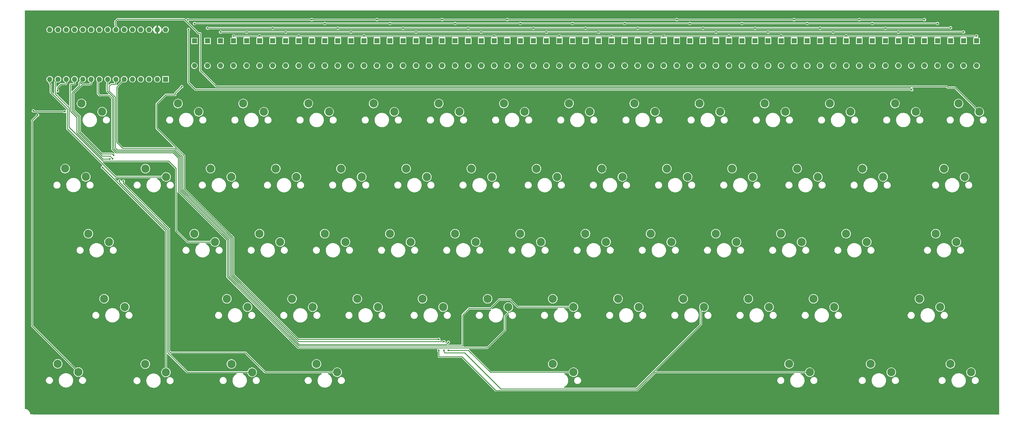
<source format=gtl>
G04 #@! TF.GenerationSoftware,KiCad,Pcbnew,(6.0.7)*
G04 #@! TF.CreationDate,2022-09-06T07:39:08-07:00*
G04 #@! TF.ProjectId,60 Percent Keyboard Ardiuno Micro,36302050-6572-4636-956e-74204b657962,rev?*
G04 #@! TF.SameCoordinates,Original*
G04 #@! TF.FileFunction,Copper,L1,Top*
G04 #@! TF.FilePolarity,Positive*
%FSLAX46Y46*%
G04 Gerber Fmt 4.6, Leading zero omitted, Abs format (unit mm)*
G04 Created by KiCad (PCBNEW (6.0.7)) date 2022-09-06 07:39:08*
%MOMM*%
%LPD*%
G01*
G04 APERTURE LIST*
G04 #@! TA.AperFunction,ComponentPad*
%ADD10C,2.500000*%
G04 #@! TD*
G04 #@! TA.AperFunction,ComponentPad*
%ADD11R,1.600000X1.600000*%
G04 #@! TD*
G04 #@! TA.AperFunction,ComponentPad*
%ADD12O,1.600000X1.600000*%
G04 #@! TD*
G04 #@! TA.AperFunction,ViaPad*
%ADD13C,0.600000*%
G04 #@! TD*
G04 #@! TA.AperFunction,Conductor*
%ADD14C,0.250000*%
G04 #@! TD*
G04 APERTURE END LIST*
D10*
X29550000Y-305170000D03*
X23200000Y-302630000D03*
X102210000Y-265190000D03*
X95860000Y-262650000D03*
D11*
X118900000Y-223420000D03*
D12*
X118900000Y-231040000D03*
D10*
X242210000Y-265190000D03*
X235860000Y-262650000D03*
X82210000Y-265190000D03*
X75860000Y-262650000D03*
D11*
X114900000Y-223420000D03*
D12*
X114900000Y-231040000D03*
D11*
X50900000Y-223420000D03*
D12*
X50900000Y-231040000D03*
D11*
X146900000Y-223420000D03*
D12*
X146900000Y-231040000D03*
D11*
X178900000Y-223420000D03*
D12*
X178900000Y-231040000D03*
D10*
X247210000Y-305190000D03*
X240860000Y-302650000D03*
D11*
X130900000Y-223420000D03*
D12*
X130900000Y-231040000D03*
D10*
X122210000Y-265190000D03*
X115860000Y-262650000D03*
X192210000Y-245190000D03*
X185860000Y-242650000D03*
X15300000Y-325160000D03*
X8950000Y-322620000D03*
X42210000Y-265190000D03*
X35860000Y-262650000D03*
X67210000Y-305190000D03*
X60860000Y-302650000D03*
X87210000Y-305190000D03*
X80860000Y-302650000D03*
D11*
X206900000Y-223420000D03*
D12*
X206900000Y-231040000D03*
D10*
X127210000Y-305190000D03*
X120860000Y-302650000D03*
X262210000Y-265190000D03*
X255860000Y-262650000D03*
D11*
X66900000Y-223420000D03*
D12*
X66900000Y-231040000D03*
D10*
X279710000Y-305190000D03*
X273360000Y-302650000D03*
D11*
X254900000Y-223420000D03*
D12*
X254900000Y-231040000D03*
D10*
X22610000Y-245170000D03*
X16260000Y-242630000D03*
D11*
X234900000Y-223420000D03*
D12*
X234900000Y-231040000D03*
D11*
X170900000Y-223420000D03*
D12*
X170900000Y-231040000D03*
D10*
X112210000Y-245190000D03*
X105860000Y-242650000D03*
D11*
X150900000Y-223420000D03*
D12*
X150900000Y-231040000D03*
D10*
X92210000Y-245190000D03*
X85860000Y-242650000D03*
D11*
X166900000Y-223420000D03*
D12*
X166900000Y-231040000D03*
D10*
X291710000Y-245190000D03*
X285360000Y-242650000D03*
X237210000Y-285190000D03*
X230860000Y-282650000D03*
D11*
X86900000Y-223420000D03*
D12*
X86900000Y-231040000D03*
D10*
X42160000Y-325250000D03*
X35810000Y-322710000D03*
D11*
X90900000Y-223420000D03*
D12*
X90900000Y-231040000D03*
D11*
X154900000Y-223420000D03*
D12*
X154900000Y-231040000D03*
D11*
X282900000Y-223420000D03*
D12*
X282900000Y-231040000D03*
D10*
X287210000Y-265190000D03*
X280860000Y-262650000D03*
D11*
X222900000Y-223420000D03*
D12*
X222900000Y-231040000D03*
D11*
X158900000Y-223420000D03*
D12*
X158900000Y-231040000D03*
D10*
X217210000Y-285190000D03*
X210860000Y-282650000D03*
D11*
X290900000Y-223420000D03*
D12*
X290900000Y-231040000D03*
D10*
X222210000Y-265190000D03*
X215860000Y-262650000D03*
D11*
X214900000Y-223420000D03*
D12*
X214900000Y-231040000D03*
D11*
X190900000Y-223420000D03*
D12*
X190900000Y-231040000D03*
D11*
X258900000Y-223420000D03*
D12*
X258900000Y-231040000D03*
D10*
X197210000Y-285190000D03*
X190860000Y-282650000D03*
X257210000Y-285190000D03*
X250860000Y-282650000D03*
D11*
X270900000Y-223420000D03*
D12*
X270900000Y-231040000D03*
D10*
X187210000Y-305190000D03*
X180860000Y-302650000D03*
X17600000Y-265170000D03*
X11250000Y-262630000D03*
X24710000Y-285190000D03*
X18360000Y-282650000D03*
D11*
X102900000Y-223420000D03*
D12*
X102900000Y-231040000D03*
D11*
X62900000Y-223420000D03*
D12*
X62900000Y-231040000D03*
D10*
X157210000Y-285190000D03*
X150860000Y-282650000D03*
D11*
X202900000Y-223420000D03*
D12*
X202900000Y-231040000D03*
D11*
X162900000Y-223420000D03*
D12*
X162900000Y-231040000D03*
D10*
X137210000Y-285190000D03*
X130860000Y-282650000D03*
X202210000Y-265190000D03*
X195860000Y-262650000D03*
X264710000Y-325190000D03*
X258360000Y-322650000D03*
X167210000Y-305190000D03*
X160860000Y-302650000D03*
D11*
X110900000Y-223420000D03*
D12*
X110900000Y-231040000D03*
D10*
X227210000Y-305190000D03*
X220860000Y-302650000D03*
X289210000Y-325190000D03*
X282860000Y-322650000D03*
D11*
X42050000Y-235210000D03*
D12*
X39510000Y-235210000D03*
X36970000Y-235210000D03*
X34430000Y-235210000D03*
X31890000Y-235210000D03*
X29350000Y-235210000D03*
X26810000Y-235210000D03*
X24270000Y-235210000D03*
X21730000Y-235210000D03*
X19190000Y-235210000D03*
X16650000Y-235210000D03*
X14110000Y-235210000D03*
X11570000Y-235210000D03*
X9030000Y-235210000D03*
X6490000Y-235210000D03*
X6490000Y-219970000D03*
X9030000Y-219970000D03*
X11570000Y-219970000D03*
X14110000Y-219970000D03*
X16650000Y-219970000D03*
X19190000Y-219970000D03*
X21730000Y-219970000D03*
X24270000Y-219970000D03*
X26810000Y-219970000D03*
X29350000Y-219970000D03*
X31890000Y-219970000D03*
X34430000Y-219970000D03*
X36970000Y-219970000D03*
X39510000Y-219970000D03*
X42050000Y-219970000D03*
D11*
X82900000Y-223420000D03*
D12*
X82900000Y-231040000D03*
D11*
X182900000Y-223420000D03*
D12*
X182900000Y-231040000D03*
D11*
X126900000Y-223420000D03*
D12*
X126900000Y-231040000D03*
D10*
X147210000Y-305190000D03*
X140860000Y-302650000D03*
D11*
X246900000Y-223420000D03*
D12*
X246900000Y-231040000D03*
D10*
X207210000Y-305190000D03*
X200860000Y-302650000D03*
X212210000Y-245190000D03*
X205860000Y-242650000D03*
D11*
X242900000Y-223420000D03*
D12*
X242900000Y-231040000D03*
D11*
X262900000Y-223420000D03*
D12*
X262900000Y-231040000D03*
D10*
X77210000Y-285190000D03*
X70860000Y-282650000D03*
D11*
X122900000Y-223420000D03*
D12*
X122900000Y-231040000D03*
D10*
X107210000Y-305190000D03*
X100860000Y-302650000D03*
X182210000Y-265190000D03*
X175860000Y-262650000D03*
D11*
X134900000Y-223420000D03*
D12*
X134900000Y-231040000D03*
D10*
X239710000Y-325190000D03*
X233360000Y-322650000D03*
X177210000Y-285190000D03*
X170860000Y-282650000D03*
D11*
X186900000Y-223420000D03*
D12*
X186900000Y-231040000D03*
D11*
X250900000Y-223420000D03*
D12*
X250900000Y-231040000D03*
D11*
X70900000Y-223420000D03*
D12*
X70900000Y-231040000D03*
D10*
X97210000Y-285190000D03*
X90860000Y-282650000D03*
X284710000Y-285190000D03*
X278360000Y-282650000D03*
X57210000Y-285190000D03*
X50860000Y-282650000D03*
X152210000Y-245190000D03*
X145860000Y-242650000D03*
D11*
X78900000Y-223420000D03*
D12*
X78900000Y-231040000D03*
D11*
X142900000Y-223420000D03*
D12*
X142900000Y-231040000D03*
D10*
X167210000Y-325190000D03*
X160860000Y-322650000D03*
X172210000Y-245190000D03*
X165860000Y-242650000D03*
X72210000Y-245190000D03*
X65860000Y-242650000D03*
D11*
X94900000Y-223420000D03*
D12*
X94900000Y-231040000D03*
D11*
X230900000Y-223420000D03*
D12*
X230900000Y-231040000D03*
D10*
X272210000Y-245190000D03*
X265860000Y-242650000D03*
D11*
X226900000Y-223420000D03*
D12*
X226900000Y-231040000D03*
D11*
X218900000Y-223420000D03*
D12*
X218900000Y-231040000D03*
D11*
X106900000Y-223420000D03*
D12*
X106900000Y-231040000D03*
D11*
X138900000Y-223420000D03*
D12*
X138900000Y-231040000D03*
D10*
X62210000Y-265190000D03*
X55860000Y-262650000D03*
X132210000Y-245190000D03*
X125860000Y-242650000D03*
X94710000Y-325190000D03*
X88360000Y-322650000D03*
D11*
X54900000Y-223420000D03*
D12*
X54900000Y-231040000D03*
D11*
X174900000Y-223420000D03*
D12*
X174900000Y-231040000D03*
D11*
X278900000Y-223420000D03*
D12*
X278900000Y-231040000D03*
D10*
X68600000Y-325210000D03*
X62250000Y-322670000D03*
X162210000Y-265190000D03*
X155860000Y-262650000D03*
X142210000Y-265190000D03*
X135860000Y-262650000D03*
D11*
X194900000Y-223420000D03*
D12*
X194900000Y-231040000D03*
D11*
X210900000Y-223420000D03*
D12*
X210900000Y-231040000D03*
D10*
X232210000Y-245190000D03*
X225860000Y-242650000D03*
X252210000Y-245190000D03*
X245860000Y-242650000D03*
D11*
X198900000Y-223420000D03*
D12*
X198900000Y-231040000D03*
D10*
X52210000Y-245190000D03*
X45860000Y-242650000D03*
D11*
X266900000Y-223420000D03*
D12*
X266900000Y-231040000D03*
D11*
X238900000Y-223420000D03*
D12*
X238900000Y-231040000D03*
D11*
X74900000Y-223420000D03*
D12*
X74900000Y-231040000D03*
D10*
X117210000Y-285190000D03*
X110860000Y-282650000D03*
D11*
X274900000Y-223420000D03*
D12*
X274900000Y-231040000D03*
D11*
X98900000Y-223420000D03*
D12*
X98900000Y-231040000D03*
D11*
X58900000Y-223420000D03*
D12*
X58900000Y-231040000D03*
D11*
X286900000Y-223420000D03*
D12*
X286900000Y-231040000D03*
D13*
X127500000Y-318500000D03*
X127500000Y-315800000D03*
X128800000Y-316000000D03*
X128800000Y-318500000D03*
X26100000Y-258500000D03*
X29100000Y-266500000D03*
X27900000Y-266400000D03*
X25800000Y-259600000D03*
X24900000Y-259675500D03*
X22700000Y-262300000D03*
X8900000Y-238724500D03*
X2800000Y-246200000D03*
X11100000Y-245100000D03*
X1475500Y-244900000D03*
X142900000Y-221900000D03*
X178900000Y-221900000D03*
X214900000Y-221900000D03*
X230900000Y-221900000D03*
X162900000Y-221900000D03*
X270900000Y-221900000D03*
X122900000Y-221900000D03*
X194900000Y-221900000D03*
X82900000Y-221900000D03*
X70900000Y-221900000D03*
X102900000Y-221900000D03*
X250900000Y-221900000D03*
X290900000Y-221900000D03*
X62900000Y-221900000D03*
X98900000Y-220700000D03*
X246900000Y-220700000D03*
X226900000Y-220700000D03*
X58900000Y-220700000D03*
X138900000Y-220700000D03*
X78900000Y-220700000D03*
X266900000Y-220700000D03*
X66900000Y-220700000D03*
X174900000Y-220700000D03*
X158900000Y-220700000D03*
X118900000Y-220700000D03*
X286900000Y-220700000D03*
X190900000Y-220700000D03*
X210900000Y-220700000D03*
X186900000Y-219500000D03*
X114900000Y-219500000D03*
X222900000Y-219500000D03*
X262900000Y-219500000D03*
X54900000Y-219500000D03*
X170900000Y-219500000D03*
X206900000Y-219500000D03*
X74900000Y-219500000D03*
X242900000Y-219500000D03*
X154900000Y-219500000D03*
X94900000Y-219500000D03*
X282900000Y-219400000D03*
X134900000Y-219500000D03*
X150900000Y-218100000D03*
X166900000Y-218100000D03*
X278900000Y-218100000D03*
X238900000Y-218100000D03*
X182900000Y-218100000D03*
X90900000Y-218100000D03*
X50900000Y-218100000D03*
X258900000Y-218100000D03*
X110900000Y-218100000D03*
X202900000Y-218100000D03*
X130900000Y-218100000D03*
X218900000Y-218100000D03*
X106900000Y-216900000D03*
X48858411Y-216941589D03*
X254900000Y-216900000D03*
X86900000Y-216900000D03*
X146900000Y-216900000D03*
X198900000Y-216900000D03*
X234900000Y-216900000D03*
X126900000Y-216900000D03*
X274900000Y-216900000D03*
X49100000Y-219900000D03*
X271000000Y-238400000D03*
X47000000Y-237475500D03*
X125900000Y-315100000D03*
X125900000Y-318500000D03*
D14*
X47250000Y-268940812D02*
X47250000Y-258840812D01*
X27400000Y-237160000D02*
X29350000Y-235210000D01*
X127700000Y-319200000D02*
X127500000Y-319000000D01*
X206300000Y-307800000D02*
X206300000Y-310500000D01*
X27050000Y-237650000D02*
X27400000Y-237300000D01*
X44809188Y-256400000D02*
X28900000Y-256400000D01*
X82809188Y-315800000D02*
X62350000Y-295340812D01*
X27050000Y-254550000D02*
X27050000Y-237650000D01*
X206300000Y-306100000D02*
X206300000Y-307800000D01*
X27400000Y-237300000D02*
X27400000Y-237160000D01*
X127500000Y-319000000D02*
X127500000Y-318500000D01*
X186500000Y-330300000D02*
X145500000Y-330300000D01*
X133800000Y-319200000D02*
X127700000Y-319200000D01*
X28900000Y-256400000D02*
X27050000Y-254550000D01*
X47250000Y-258840812D02*
X44809188Y-256400000D01*
X207210000Y-305190000D02*
X206300000Y-306100000D01*
X134600000Y-320000000D02*
X133800000Y-319200000D01*
X62350000Y-284040812D02*
X47250000Y-268940812D01*
X145500000Y-330300000D02*
X144900000Y-330300000D01*
X62350000Y-295340812D02*
X62350000Y-284040812D01*
X127500000Y-315800000D02*
X82809188Y-315800000D01*
X206300000Y-310500000D02*
X204800000Y-312000000D01*
X204800000Y-312000000D02*
X186500000Y-330300000D01*
X144900000Y-330300000D02*
X134600000Y-320000000D01*
X61900000Y-295527208D02*
X61900000Y-284227208D01*
X26600000Y-240663604D02*
X24718198Y-238781802D01*
X46800000Y-259027208D02*
X44672792Y-256900000D01*
X44672792Y-256900000D02*
X27186396Y-256900000D01*
X24718198Y-238781802D02*
X24718198Y-237381802D01*
X135100000Y-318600000D02*
X135000000Y-318500000D01*
X26810000Y-235210000D02*
X26600000Y-235420000D01*
X24718198Y-237381802D02*
X25365000Y-236735000D01*
X83022792Y-316650000D02*
X61900000Y-295527208D01*
X128150000Y-316650000D02*
X83022792Y-316650000D01*
X26660000Y-236445000D02*
X26600000Y-236385000D01*
X46800000Y-269127208D02*
X46800000Y-259027208D01*
X25365000Y-236735000D02*
X26660000Y-236735000D01*
X141690000Y-325190000D02*
X135100000Y-318600000D01*
X135000000Y-318500000D02*
X128800000Y-318500000D01*
X27186396Y-256900000D02*
X26600000Y-256313604D01*
X167210000Y-325190000D02*
X141690000Y-325190000D01*
X61900000Y-284227208D02*
X46800000Y-269127208D01*
X26600000Y-235420000D02*
X26600000Y-236385000D01*
X128800000Y-316000000D02*
X128150000Y-316650000D01*
X26600000Y-256313604D02*
X26600000Y-240663604D01*
X26660000Y-236735000D02*
X26660000Y-236445000D01*
X147900000Y-302900000D02*
X144400000Y-302900000D01*
X133200000Y-317100000D02*
X82836396Y-317100000D01*
X24120000Y-238820000D02*
X24120000Y-236735000D01*
X44486396Y-257350000D02*
X27000000Y-257350000D01*
X26150000Y-256500000D02*
X26150000Y-240850000D01*
X46350000Y-269313604D02*
X46350000Y-259213604D01*
X24270000Y-236585000D02*
X24270000Y-235210000D01*
X167210000Y-305190000D02*
X150190000Y-305190000D01*
X135200000Y-305600000D02*
X133200000Y-307600000D01*
X61450000Y-284413604D02*
X46350000Y-269313604D01*
X46350000Y-259213604D02*
X44486396Y-257350000D01*
X24120000Y-236735000D02*
X24270000Y-236585000D01*
X133200000Y-307600000D02*
X133200000Y-317100000D01*
X141700000Y-305600000D02*
X135200000Y-305600000D01*
X150190000Y-305190000D02*
X147900000Y-302900000D01*
X26150000Y-240850000D02*
X24120000Y-238820000D01*
X82836396Y-317100000D02*
X61450000Y-295713604D01*
X144400000Y-302900000D02*
X141700000Y-305600000D01*
X27000000Y-257350000D02*
X26150000Y-256500000D01*
X61450000Y-295713604D02*
X61450000Y-284413604D01*
X25700000Y-256700000D02*
X25700000Y-241100000D01*
X146200000Y-312300000D02*
X140800000Y-317700000D01*
X45900000Y-259400000D02*
X44300000Y-257800000D01*
X21300000Y-239600000D02*
X21300000Y-235640000D01*
X24800000Y-240200000D02*
X21900000Y-240200000D01*
X61000000Y-284600000D02*
X45900000Y-269500000D01*
X21300000Y-235640000D02*
X21730000Y-235210000D01*
X45900000Y-269500000D02*
X45900000Y-259400000D01*
X147210000Y-305190000D02*
X147210000Y-306990000D01*
X140800000Y-317700000D02*
X82800000Y-317700000D01*
X44300000Y-257800000D02*
X26800000Y-257800000D01*
X25700000Y-241100000D02*
X24800000Y-240200000D01*
X146200000Y-308000000D02*
X146200000Y-312300000D01*
X61000000Y-295900000D02*
X61000000Y-284600000D01*
X26800000Y-257800000D02*
X25700000Y-256700000D01*
X82800000Y-317700000D02*
X61000000Y-295900000D01*
X21900000Y-240200000D02*
X21300000Y-239600000D01*
X147210000Y-306990000D02*
X146200000Y-308000000D01*
X18765000Y-236735000D02*
X19040000Y-236735000D01*
X19190000Y-235210000D02*
X19190000Y-236585000D01*
X16536396Y-236800000D02*
X18700000Y-236800000D01*
X43100000Y-281200000D02*
X29400000Y-267500000D01*
X43100000Y-318700000D02*
X43100000Y-281600000D01*
X29400000Y-267500000D02*
X29100000Y-267200000D01*
X22509188Y-258100000D02*
X15754594Y-251345406D01*
X66600000Y-319200000D02*
X43600000Y-319200000D01*
X13768198Y-244595406D02*
X13768198Y-239568198D01*
X26100000Y-258500000D02*
X25700000Y-258100000D01*
X15754594Y-246581802D02*
X13768198Y-244595406D01*
X13768198Y-239568198D02*
X16536396Y-236800000D01*
X43100000Y-281600000D02*
X43100000Y-281200000D01*
X15754594Y-251345406D02*
X15754594Y-246581802D01*
X43600000Y-319200000D02*
X43100000Y-318700000D01*
X29100000Y-267200000D02*
X29100000Y-266500000D01*
X18700000Y-236800000D02*
X18765000Y-236735000D01*
X25700000Y-258100000D02*
X22509188Y-258100000D01*
X19190000Y-236585000D02*
X19040000Y-236735000D01*
X70400000Y-323000000D02*
X66600000Y-319200000D01*
X94710000Y-325190000D02*
X72590000Y-325190000D01*
X72590000Y-325190000D02*
X70400000Y-323000000D01*
X42610000Y-281573604D02*
X27900000Y-266863604D01*
X22572792Y-258800000D02*
X25000000Y-258800000D01*
X25000000Y-258800000D02*
X25800000Y-259600000D01*
X68600000Y-325210000D02*
X48720000Y-325210000D01*
X13318198Y-244781802D02*
X15268198Y-246731802D01*
X15268198Y-251495406D02*
X22572792Y-258800000D01*
X15600000Y-237100000D02*
X13318198Y-239381802D01*
X42610000Y-319100000D02*
X42610000Y-281573604D01*
X16650000Y-235210000D02*
X15600000Y-236260000D01*
X15268198Y-246731802D02*
X15268198Y-251495406D01*
X13318198Y-239381802D02*
X13318198Y-244781802D01*
X27900000Y-266863604D02*
X27900000Y-266400000D01*
X15600000Y-236260000D02*
X15600000Y-237100000D01*
X48720000Y-325210000D02*
X42610000Y-319100000D01*
X14818198Y-246918198D02*
X12850000Y-244950000D01*
X24900000Y-259675500D02*
X22811896Y-259675500D01*
X22811896Y-259675500D02*
X14818198Y-251681802D01*
X14110000Y-235210000D02*
X14110000Y-236585000D01*
X14110000Y-236585000D02*
X13960000Y-236735000D01*
X42160000Y-325250000D02*
X42160000Y-281760000D01*
X12850000Y-236750000D02*
X12865000Y-236735000D01*
X12865000Y-236735000D02*
X13960000Y-236735000D01*
X42160000Y-281760000D02*
X22700000Y-262300000D01*
X14818198Y-251681802D02*
X14818198Y-246918198D01*
X12850000Y-244950000D02*
X12850000Y-236750000D01*
X11570000Y-236465000D02*
X11300000Y-236735000D01*
X8900000Y-238724500D02*
X8900000Y-237700000D01*
X11570000Y-235210000D02*
X11570000Y-236465000D01*
X8900000Y-237700000D02*
X9865000Y-236735000D01*
X1100000Y-247900000D02*
X2800000Y-246200000D01*
X1100000Y-310960000D02*
X1100000Y-247900000D01*
X15300000Y-325160000D02*
X1100000Y-310960000D01*
X9865000Y-236735000D02*
X11300000Y-236735000D01*
X43000000Y-260300000D02*
X45300000Y-262600000D01*
X45300000Y-262600000D02*
X45300000Y-281700000D01*
X12400000Y-243900000D02*
X12400000Y-249900000D01*
X12400000Y-249900000D02*
X22800000Y-260300000D01*
X9030000Y-235210000D02*
X8200000Y-236040000D01*
X8200000Y-236040000D02*
X8200000Y-239700000D01*
X48790000Y-285190000D02*
X57210000Y-285190000D01*
X8200000Y-239700000D02*
X12400000Y-243900000D01*
X22800000Y-260300000D02*
X43000000Y-260300000D01*
X45300000Y-281700000D02*
X48790000Y-285190000D01*
X11900000Y-250400000D02*
X11900000Y-244300000D01*
X11900000Y-244300000D02*
X6800000Y-239200000D01*
X42210000Y-265190000D02*
X26690000Y-265190000D01*
X6490000Y-235210000D02*
X6490000Y-236425000D01*
X26690000Y-265190000D02*
X11900000Y-250400000D01*
X6800000Y-239200000D02*
X6800000Y-236735000D01*
X6490000Y-236425000D02*
X6800000Y-236735000D01*
X11100000Y-245100000D02*
X1675500Y-245100000D01*
X1675500Y-245100000D02*
X1475500Y-244900000D01*
X62900000Y-221900000D02*
X290900000Y-221900000D01*
X210900000Y-220700000D02*
X190900000Y-220700000D01*
X226900000Y-220700000D02*
X210900000Y-220700000D01*
X98900000Y-220700000D02*
X58900000Y-220700000D01*
X246900000Y-220700000D02*
X226900000Y-220700000D01*
X266900000Y-220700000D02*
X246900000Y-220700000D01*
X190900000Y-220700000D02*
X174900000Y-220700000D01*
X174900000Y-220700000D02*
X138900000Y-220700000D01*
X286900000Y-220700000D02*
X266900000Y-220700000D01*
X138900000Y-220700000D02*
X98900000Y-220700000D01*
X262900000Y-219500000D02*
X242900000Y-219500000D01*
X242900000Y-219500000D02*
X74900000Y-219500000D01*
X262900000Y-219500000D02*
X282800000Y-219500000D01*
X74900000Y-219500000D02*
X54900000Y-219500000D01*
X282800000Y-219500000D02*
X282900000Y-219400000D01*
X258900000Y-218100000D02*
X278900000Y-218100000D01*
X50900000Y-218100000D02*
X90900000Y-218100000D01*
X258900000Y-218100000D02*
X90900000Y-218100000D01*
X86900000Y-216900000D02*
X48900000Y-216900000D01*
X254900000Y-216900000D02*
X86900000Y-216900000D01*
X48900000Y-216900000D02*
X48858411Y-216941589D01*
X274900000Y-216900000D02*
X254900000Y-216900000D01*
X52132938Y-221100000D02*
X47832938Y-216800000D01*
X52700000Y-221100000D02*
X52132938Y-221100000D01*
X26660000Y-217340000D02*
X26660000Y-218605000D01*
X291710000Y-245190000D02*
X284320000Y-237800000D01*
X57600000Y-237400000D02*
X52700000Y-232500000D01*
X47832938Y-216800000D02*
X27200000Y-216800000D01*
X284320000Y-237800000D02*
X282100000Y-237800000D01*
X26810000Y-218755000D02*
X26810000Y-219970000D01*
X282100000Y-237800000D02*
X281700000Y-237400000D01*
X27200000Y-216800000D02*
X26660000Y-217340000D01*
X26660000Y-218605000D02*
X26810000Y-218755000D01*
X52700000Y-232500000D02*
X52700000Y-221100000D01*
X281700000Y-237400000D02*
X57600000Y-237400000D01*
X49100000Y-236300000D02*
X49100000Y-219900000D01*
X51200000Y-238400000D02*
X49100000Y-236300000D01*
X133900000Y-238400000D02*
X51200000Y-238400000D01*
X271000000Y-238400000D02*
X133900000Y-238400000D01*
X143400000Y-330800000D02*
X133100000Y-320500000D01*
X39300000Y-242800000D02*
X42100000Y-240000000D01*
X42100000Y-240000000D02*
X45047487Y-240000000D01*
X39300000Y-250200000D02*
X39300000Y-248100000D01*
X45047487Y-240000000D02*
X45047487Y-239428013D01*
X62800000Y-283854416D02*
X47722792Y-268777208D01*
X133000000Y-320400000D02*
X125900000Y-320400000D01*
X239710000Y-325190000D02*
X192246396Y-325190000D01*
X47700000Y-268754416D02*
X47700000Y-258700000D01*
X62800000Y-284200000D02*
X62800000Y-283854416D01*
X192246396Y-325190000D02*
X189168198Y-328268198D01*
X47700000Y-258700000D02*
X47700000Y-258600000D01*
X186636396Y-330800000D02*
X174800000Y-330800000D01*
X45300000Y-256200000D02*
X45050000Y-255950000D01*
X39300000Y-248100000D02*
X39300000Y-242800000D01*
X45050000Y-255950000D02*
X39300000Y-250200000D01*
X133100000Y-320500000D02*
X133000000Y-320400000D01*
X45047487Y-239428013D02*
X47000000Y-237475500D01*
X47722792Y-268777208D02*
X47700000Y-268754416D01*
X47700000Y-258600000D02*
X45300000Y-256200000D01*
X125900000Y-315100000D02*
X82745584Y-315100000D01*
X62800000Y-295154416D02*
X62800000Y-284200000D01*
X125900000Y-320400000D02*
X125900000Y-318500000D01*
X174800000Y-330800000D02*
X143400000Y-330800000D01*
X189168198Y-328268198D02*
X186636396Y-330800000D01*
X82745584Y-315100000D02*
X62800000Y-295154416D01*
G04 #@! TA.AperFunction,Conductor*
G36*
X297791621Y-214070502D02*
G01*
X297838114Y-214124158D01*
X297849500Y-214176500D01*
X297849500Y-338053500D01*
X297829498Y-338121621D01*
X297775842Y-338168114D01*
X297723500Y-338179500D01*
X1402546Y-338179500D01*
X1342162Y-338164088D01*
X1339091Y-338162411D01*
X1338651Y-338161349D01*
X1310045Y-338149500D01*
X635213Y-338149500D01*
X567092Y-338129498D01*
X520599Y-338075842D01*
X509559Y-338032838D01*
X503414Y-337950139D01*
X503413Y-337950133D01*
X503067Y-337945475D01*
X446739Y-337696541D01*
X430043Y-337653607D01*
X355928Y-337463021D01*
X355927Y-337463019D01*
X354235Y-337458668D01*
X227587Y-337237080D01*
X69578Y-337036646D01*
X-116322Y-336861769D01*
X-156551Y-336833861D01*
X-322191Y-336718953D01*
X-322196Y-336718950D01*
X-326029Y-336716291D01*
X-330220Y-336714224D01*
X-550747Y-336605472D01*
X-550750Y-336605471D01*
X-554935Y-336603407D01*
X-605977Y-336587068D01*
X-793567Y-336527020D01*
X-793565Y-336527020D01*
X-798012Y-336525597D01*
X-995728Y-336493397D01*
X-1059747Y-336462706D01*
X-1097011Y-336402275D01*
X-1101474Y-336369137D01*
X-1108496Y-327647223D01*
X5330898Y-327647223D01*
X5340386Y-327852229D01*
X5388469Y-328051741D01*
X5390947Y-328057191D01*
X5390948Y-328057194D01*
X5404682Y-328087399D01*
X5473412Y-328238562D01*
X5592149Y-328405950D01*
X5596472Y-328410088D01*
X5596476Y-328410093D01*
X5736066Y-328543721D01*
X5740396Y-328547866D01*
X5912804Y-328659189D01*
X5918370Y-328661432D01*
X6097583Y-328733657D01*
X6097586Y-328733658D01*
X6103152Y-328735901D01*
X6182681Y-328751432D01*
X6300126Y-328774368D01*
X6300129Y-328774368D01*
X6304572Y-328775236D01*
X6309970Y-328775500D01*
X6461273Y-328775500D01*
X6614297Y-328760900D01*
X6620053Y-328759211D01*
X6620055Y-328759211D01*
X6708961Y-328733129D01*
X6811223Y-328703129D01*
X6816551Y-328700385D01*
X6988340Y-328611908D01*
X6988343Y-328611906D01*
X6993671Y-328609162D01*
X6998381Y-328605462D01*
X6998386Y-328605459D01*
X7150341Y-328486095D01*
X7155059Y-328482389D01*
X7199597Y-328431064D01*
X7285633Y-328331918D01*
X7285637Y-328331913D01*
X7289564Y-328327387D01*
X7392331Y-328149746D01*
X7400092Y-328127399D01*
X7431888Y-328035836D01*
X7459654Y-327955878D01*
X7474682Y-327852229D01*
X7488241Y-327758717D01*
X7488241Y-327758714D01*
X7489102Y-327752777D01*
X7488797Y-327746187D01*
X9285059Y-327746187D01*
X9285422Y-327750335D01*
X9285422Y-327750340D01*
X9292568Y-327832017D01*
X9310536Y-328037399D01*
X9345557Y-328194074D01*
X9360989Y-328263109D01*
X9374305Y-328322683D01*
X9375749Y-328326608D01*
X9375750Y-328326611D01*
X9392701Y-328372683D01*
X9475244Y-328597027D01*
X9477188Y-328600715D01*
X9477192Y-328600723D01*
X9608205Y-328849211D01*
X9611580Y-328855612D01*
X9780918Y-329093893D01*
X9980283Y-329307686D01*
X10206171Y-329493233D01*
X10454616Y-329647275D01*
X10721250Y-329767105D01*
X10768628Y-329781229D01*
X10997394Y-329849428D01*
X10997402Y-329849430D01*
X11001391Y-329850619D01*
X11005508Y-329851271D01*
X11005512Y-329851272D01*
X11286649Y-329895799D01*
X11286654Y-329895799D01*
X11290117Y-329896348D01*
X11339069Y-329898571D01*
X11380128Y-329900436D01*
X11380147Y-329900436D01*
X11381547Y-329900500D01*
X11564151Y-329900500D01*
X11566243Y-329900361D01*
X11566245Y-329900361D01*
X11777511Y-329886329D01*
X11781682Y-329886052D01*
X11785776Y-329885227D01*
X11785780Y-329885226D01*
X11926215Y-329856909D01*
X12068239Y-329828272D01*
X12344637Y-329733100D01*
X12348370Y-329731231D01*
X12348374Y-329731229D01*
X12602276Y-329604084D01*
X12602278Y-329604083D01*
X12606020Y-329602209D01*
X12763135Y-329495434D01*
X12844336Y-329440250D01*
X12844339Y-329440248D01*
X12847795Y-329437899D01*
X13065716Y-329243055D01*
X13255953Y-329021102D01*
X13330953Y-328905612D01*
X13412892Y-328779437D01*
X13412894Y-328779434D01*
X13415164Y-328775938D01*
X13540552Y-328511871D01*
X13541841Y-328507858D01*
X13628636Y-328237521D01*
X13629914Y-328233541D01*
X13655474Y-328091486D01*
X13680943Y-327949940D01*
X13680944Y-327949934D01*
X13681681Y-327945836D01*
X13693240Y-327691283D01*
X13694752Y-327657983D01*
X13694752Y-327657978D01*
X13694941Y-327653813D01*
X13694365Y-327647223D01*
X15490898Y-327647223D01*
X15500386Y-327852229D01*
X15548469Y-328051741D01*
X15550947Y-328057191D01*
X15550948Y-328057194D01*
X15564682Y-328087399D01*
X15633412Y-328238562D01*
X15752149Y-328405950D01*
X15756472Y-328410088D01*
X15756476Y-328410093D01*
X15896066Y-328543721D01*
X15900396Y-328547866D01*
X16072804Y-328659189D01*
X16078370Y-328661432D01*
X16257583Y-328733657D01*
X16257586Y-328733658D01*
X16263152Y-328735901D01*
X16342681Y-328751432D01*
X16460126Y-328774368D01*
X16460129Y-328774368D01*
X16464572Y-328775236D01*
X16469970Y-328775500D01*
X16621273Y-328775500D01*
X16774297Y-328760900D01*
X16780053Y-328759211D01*
X16780055Y-328759211D01*
X16868961Y-328733129D01*
X16971223Y-328703129D01*
X16976551Y-328700385D01*
X17148340Y-328611908D01*
X17148343Y-328611906D01*
X17153671Y-328609162D01*
X17158381Y-328605462D01*
X17158386Y-328605459D01*
X17310341Y-328486095D01*
X17315059Y-328482389D01*
X17359597Y-328431064D01*
X17445633Y-328331918D01*
X17445637Y-328331913D01*
X17449564Y-328327387D01*
X17552331Y-328149746D01*
X17560092Y-328127399D01*
X17591888Y-328035836D01*
X17619654Y-327955878D01*
X17634682Y-327852229D01*
X17648241Y-327758717D01*
X17648241Y-327758714D01*
X17649102Y-327752777D01*
X17648382Y-327737223D01*
X32190898Y-327737223D01*
X32200386Y-327942229D01*
X32248469Y-328141741D01*
X32250947Y-328147191D01*
X32250948Y-328147194D01*
X32274842Y-328199746D01*
X32333412Y-328328562D01*
X32452149Y-328495950D01*
X32456472Y-328500088D01*
X32456476Y-328500093D01*
X32589073Y-328627027D01*
X32600396Y-328637866D01*
X32772804Y-328749189D01*
X32786764Y-328754815D01*
X32957583Y-328823657D01*
X32957586Y-328823658D01*
X32963152Y-328825901D01*
X33063922Y-328845580D01*
X33160126Y-328864368D01*
X33160129Y-328864368D01*
X33164572Y-328865236D01*
X33169970Y-328865500D01*
X33321273Y-328865500D01*
X33474297Y-328850900D01*
X33480053Y-328849211D01*
X33480055Y-328849211D01*
X33561850Y-328825215D01*
X33671223Y-328793129D01*
X33697808Y-328779437D01*
X33848340Y-328701908D01*
X33848343Y-328701906D01*
X33853671Y-328699162D01*
X33858381Y-328695462D01*
X33858386Y-328695459D01*
X34003948Y-328581117D01*
X34015059Y-328572389D01*
X34039936Y-328543721D01*
X34145633Y-328421918D01*
X34145637Y-328421913D01*
X34149564Y-328417387D01*
X34229372Y-328279432D01*
X34249324Y-328244944D01*
X34249324Y-328244943D01*
X34252331Y-328239746D01*
X34264417Y-328204944D01*
X34291345Y-328127399D01*
X34319654Y-328045878D01*
X34328354Y-327985878D01*
X34348241Y-327848717D01*
X34348241Y-327848714D01*
X34349102Y-327842777D01*
X34348797Y-327836187D01*
X36145059Y-327836187D01*
X36145422Y-327840335D01*
X36145422Y-327840340D01*
X36150313Y-327896240D01*
X36170536Y-328127399D01*
X36207653Y-328293449D01*
X36225255Y-328372194D01*
X36234305Y-328412683D01*
X36235749Y-328416608D01*
X36235750Y-328416611D01*
X36270799Y-328511871D01*
X36335244Y-328687027D01*
X36337188Y-328690715D01*
X36337192Y-328690723D01*
X36450490Y-328905612D01*
X36471580Y-328945612D01*
X36640918Y-329183893D01*
X36840283Y-329397686D01*
X37066171Y-329583233D01*
X37314616Y-329737275D01*
X37581250Y-329857105D01*
X37647681Y-329876909D01*
X37857394Y-329939428D01*
X37857402Y-329939430D01*
X37861391Y-329940619D01*
X37865508Y-329941271D01*
X37865512Y-329941272D01*
X38146649Y-329985799D01*
X38146654Y-329985799D01*
X38150117Y-329986348D01*
X38199069Y-329988571D01*
X38240128Y-329990436D01*
X38240147Y-329990436D01*
X38241547Y-329990500D01*
X38424151Y-329990500D01*
X38426243Y-329990361D01*
X38426245Y-329990361D01*
X38637511Y-329976329D01*
X38641682Y-329976052D01*
X38645776Y-329975227D01*
X38645780Y-329975226D01*
X38791720Y-329945799D01*
X38928239Y-329918272D01*
X39204637Y-329823100D01*
X39208370Y-329821231D01*
X39208374Y-329821229D01*
X39462276Y-329694084D01*
X39462278Y-329694083D01*
X39466020Y-329692209D01*
X39623135Y-329585434D01*
X39704336Y-329530250D01*
X39704339Y-329530248D01*
X39707795Y-329527899D01*
X39925716Y-329333055D01*
X39945184Y-329310342D01*
X40113235Y-329114273D01*
X40115953Y-329111102D01*
X40152858Y-329054273D01*
X40272892Y-328869437D01*
X40272894Y-328869434D01*
X40275164Y-328865938D01*
X40400552Y-328601871D01*
X40407216Y-328581117D01*
X40479296Y-328356611D01*
X40489914Y-328323541D01*
X40522206Y-328144074D01*
X40540943Y-328039940D01*
X40540944Y-328039934D01*
X40541681Y-328035836D01*
X40553172Y-327782777D01*
X40554752Y-327747983D01*
X40554752Y-327747978D01*
X40554941Y-327743813D01*
X40554365Y-327737223D01*
X42350898Y-327737223D01*
X42360386Y-327942229D01*
X42408469Y-328141741D01*
X42410947Y-328147191D01*
X42410948Y-328147194D01*
X42434842Y-328199746D01*
X42493412Y-328328562D01*
X42612149Y-328495950D01*
X42616472Y-328500088D01*
X42616476Y-328500093D01*
X42749073Y-328627027D01*
X42760396Y-328637866D01*
X42932804Y-328749189D01*
X42946764Y-328754815D01*
X43117583Y-328823657D01*
X43117586Y-328823658D01*
X43123152Y-328825901D01*
X43223922Y-328845580D01*
X43320126Y-328864368D01*
X43320129Y-328864368D01*
X43324572Y-328865236D01*
X43329970Y-328865500D01*
X43481273Y-328865500D01*
X43634297Y-328850900D01*
X43640053Y-328849211D01*
X43640055Y-328849211D01*
X43721850Y-328825215D01*
X43831223Y-328793129D01*
X43857808Y-328779437D01*
X44008340Y-328701908D01*
X44008343Y-328701906D01*
X44013671Y-328699162D01*
X44018381Y-328695462D01*
X44018386Y-328695459D01*
X44163948Y-328581117D01*
X44175059Y-328572389D01*
X44199936Y-328543721D01*
X44305633Y-328421918D01*
X44305637Y-328421913D01*
X44309564Y-328417387D01*
X44389372Y-328279432D01*
X44409324Y-328244944D01*
X44409324Y-328244943D01*
X44412331Y-328239746D01*
X44424417Y-328204944D01*
X44451345Y-328127399D01*
X44479654Y-328045878D01*
X44488354Y-327985878D01*
X44508241Y-327848717D01*
X44508241Y-327848714D01*
X44509102Y-327842777D01*
X44502366Y-327697223D01*
X58630898Y-327697223D01*
X58640386Y-327902229D01*
X58688469Y-328101741D01*
X58773412Y-328288562D01*
X58892149Y-328455950D01*
X58896472Y-328460088D01*
X58896476Y-328460093D01*
X58988165Y-328547866D01*
X59040396Y-328597866D01*
X59212804Y-328709189D01*
X59218370Y-328711432D01*
X59397583Y-328783657D01*
X59397586Y-328783658D01*
X59403152Y-328785901D01*
X59486444Y-328802167D01*
X59600126Y-328824368D01*
X59600129Y-328824368D01*
X59604572Y-328825236D01*
X59609970Y-328825500D01*
X59761273Y-328825500D01*
X59914297Y-328810900D01*
X59920053Y-328809211D01*
X59920055Y-328809211D01*
X60035866Y-328775236D01*
X60111223Y-328753129D01*
X60125189Y-328745936D01*
X60288340Y-328661908D01*
X60288343Y-328661906D01*
X60293671Y-328659162D01*
X60298381Y-328655462D01*
X60298386Y-328655459D01*
X60450341Y-328536095D01*
X60455059Y-328532389D01*
X60458991Y-328527858D01*
X60585633Y-328381918D01*
X60585637Y-328381913D01*
X60589564Y-328377387D01*
X60692331Y-328199746D01*
X60699277Y-328179746D01*
X60731416Y-328087194D01*
X60759654Y-328005878D01*
X60777582Y-327882229D01*
X60788241Y-327808717D01*
X60788241Y-327808714D01*
X60789102Y-327802777D01*
X60779614Y-327597771D01*
X60776238Y-327583760D01*
X60732935Y-327404085D01*
X60731531Y-327398259D01*
X60728959Y-327392601D01*
X60677877Y-327280254D01*
X60646588Y-327211438D01*
X60527851Y-327044050D01*
X60523528Y-327039912D01*
X60523524Y-327039907D01*
X60383934Y-326906279D01*
X60383933Y-326906279D01*
X60379604Y-326902134D01*
X60207196Y-326790811D01*
X60148914Y-326767323D01*
X60022417Y-326716343D01*
X60022414Y-326716342D01*
X60016848Y-326714099D01*
X59897486Y-326690789D01*
X59819874Y-326675632D01*
X59819871Y-326675632D01*
X59815428Y-326674764D01*
X59810030Y-326674500D01*
X59658727Y-326674500D01*
X59505703Y-326689100D01*
X59499947Y-326690789D01*
X59499945Y-326690789D01*
X59469860Y-326699615D01*
X59308777Y-326746871D01*
X59303450Y-326749615D01*
X59303449Y-326749615D01*
X59131660Y-326838092D01*
X59131657Y-326838094D01*
X59126329Y-326840838D01*
X59121619Y-326844538D01*
X59121614Y-326844541D01*
X59002473Y-326938129D01*
X58964941Y-326967611D01*
X58961010Y-326972141D01*
X58961009Y-326972142D01*
X58834367Y-327118082D01*
X58834363Y-327118087D01*
X58830436Y-327122613D01*
X58727669Y-327300254D01*
X58725700Y-327305923D01*
X58725699Y-327305926D01*
X58702474Y-327372806D01*
X58660346Y-327494122D01*
X58659485Y-327500060D01*
X58632238Y-327687983D01*
X58630898Y-327697223D01*
X44502366Y-327697223D01*
X44499614Y-327637771D01*
X44491418Y-327603760D01*
X44452935Y-327444085D01*
X44451531Y-327438259D01*
X44430772Y-327392601D01*
X44379690Y-327280254D01*
X44366588Y-327251438D01*
X44264702Y-327107806D01*
X44251317Y-327088936D01*
X44251316Y-327088935D01*
X44247851Y-327084050D01*
X44243528Y-327079912D01*
X44243524Y-327079907D01*
X44103934Y-326946279D01*
X44103933Y-326946279D01*
X44099604Y-326942134D01*
X43927196Y-326830811D01*
X43837198Y-326794541D01*
X43742417Y-326756343D01*
X43742414Y-326756342D01*
X43736848Y-326754099D01*
X43617486Y-326730789D01*
X43539874Y-326715632D01*
X43539871Y-326715632D01*
X43535428Y-326714764D01*
X43530030Y-326714500D01*
X43378727Y-326714500D01*
X43225703Y-326729100D01*
X43219947Y-326730789D01*
X43219945Y-326730789D01*
X43165126Y-326746871D01*
X43028777Y-326786871D01*
X43023450Y-326789615D01*
X43023449Y-326789615D01*
X42851660Y-326878092D01*
X42851657Y-326878094D01*
X42846329Y-326880838D01*
X42841619Y-326884538D01*
X42841614Y-326884541D01*
X42722473Y-326978129D01*
X42684941Y-327007611D01*
X42681010Y-327012141D01*
X42681009Y-327012142D01*
X42554367Y-327158082D01*
X42554363Y-327158087D01*
X42550436Y-327162613D01*
X42447669Y-327340254D01*
X42445700Y-327345923D01*
X42445699Y-327345926D01*
X42438462Y-327366767D01*
X42380346Y-327534122D01*
X42379485Y-327540060D01*
X42355138Y-327707983D01*
X42350898Y-327737223D01*
X40554365Y-327737223D01*
X40542164Y-327597771D01*
X40529464Y-327452601D01*
X40472209Y-327196459D01*
X40466609Y-327171405D01*
X40466608Y-327171402D01*
X40465695Y-327167317D01*
X40445124Y-327111405D01*
X40394696Y-326974347D01*
X40364756Y-326892973D01*
X40362812Y-326889285D01*
X40362808Y-326889277D01*
X40230373Y-326638092D01*
X40230372Y-326638091D01*
X40228420Y-326634388D01*
X40059082Y-326396107D01*
X39939655Y-326268037D01*
X39862567Y-326185370D01*
X39862565Y-326185368D01*
X39859717Y-326182314D01*
X39633829Y-325996767D01*
X39385384Y-325842725D01*
X39118750Y-325722895D01*
X39026990Y-325695540D01*
X38842606Y-325640572D01*
X38842598Y-325640570D01*
X38838609Y-325639381D01*
X38834492Y-325638729D01*
X38834488Y-325638728D01*
X38553351Y-325594201D01*
X38553346Y-325594201D01*
X38549883Y-325593652D01*
X38500931Y-325591429D01*
X38459872Y-325589564D01*
X38459853Y-325589564D01*
X38458453Y-325589500D01*
X38275849Y-325589500D01*
X38273757Y-325589639D01*
X38273755Y-325589639D01*
X38127079Y-325599381D01*
X38058318Y-325603948D01*
X38054224Y-325604773D01*
X38054220Y-325604774D01*
X37928961Y-325630031D01*
X37771761Y-325661728D01*
X37495363Y-325756900D01*
X37491630Y-325758769D01*
X37491626Y-325758771D01*
X37237724Y-325885916D01*
X37233980Y-325887791D01*
X37135108Y-325954984D01*
X36995872Y-326049609D01*
X36992205Y-326052101D01*
X36774284Y-326246945D01*
X36584047Y-326468898D01*
X36581773Y-326472400D01*
X36581772Y-326472401D01*
X36431511Y-326703784D01*
X36424836Y-326714062D01*
X36299448Y-326978129D01*
X36298169Y-326982112D01*
X36298168Y-326982115D01*
X36259231Y-327103389D01*
X36210086Y-327256459D01*
X36195944Y-327335056D01*
X36160126Y-327534122D01*
X36158319Y-327544164D01*
X36152005Y-327683220D01*
X36146687Y-327800340D01*
X36145059Y-327836187D01*
X34348797Y-327836187D01*
X34339614Y-327637771D01*
X34331418Y-327603760D01*
X34292935Y-327444085D01*
X34291531Y-327438259D01*
X34270772Y-327392601D01*
X34219690Y-327280254D01*
X34206588Y-327251438D01*
X34104702Y-327107806D01*
X34091317Y-327088936D01*
X34091316Y-327088935D01*
X34087851Y-327084050D01*
X34083528Y-327079912D01*
X34083524Y-327079907D01*
X33943934Y-326946279D01*
X33943933Y-326946279D01*
X33939604Y-326942134D01*
X33767196Y-326830811D01*
X33677198Y-326794541D01*
X33582417Y-326756343D01*
X33582414Y-326756342D01*
X33576848Y-326754099D01*
X33457486Y-326730789D01*
X33379874Y-326715632D01*
X33379871Y-326715632D01*
X33375428Y-326714764D01*
X33370030Y-326714500D01*
X33218727Y-326714500D01*
X33065703Y-326729100D01*
X33059947Y-326730789D01*
X33059945Y-326730789D01*
X33005126Y-326746871D01*
X32868777Y-326786871D01*
X32863450Y-326789615D01*
X32863449Y-326789615D01*
X32691660Y-326878092D01*
X32691657Y-326878094D01*
X32686329Y-326880838D01*
X32681619Y-326884538D01*
X32681614Y-326884541D01*
X32562473Y-326978129D01*
X32524941Y-327007611D01*
X32521010Y-327012141D01*
X32521009Y-327012142D01*
X32394367Y-327158082D01*
X32394363Y-327158087D01*
X32390436Y-327162613D01*
X32287669Y-327340254D01*
X32285700Y-327345923D01*
X32285699Y-327345926D01*
X32278462Y-327366767D01*
X32220346Y-327534122D01*
X32219485Y-327540060D01*
X32195138Y-327707983D01*
X32190898Y-327737223D01*
X17648382Y-327737223D01*
X17639614Y-327547771D01*
X17634959Y-327528453D01*
X17592935Y-327354085D01*
X17591531Y-327348259D01*
X17587892Y-327340254D01*
X17524379Y-327200568D01*
X17506588Y-327161438D01*
X17387851Y-326994050D01*
X17383528Y-326989912D01*
X17383524Y-326989907D01*
X17243934Y-326856279D01*
X17243933Y-326856279D01*
X17239604Y-326852134D01*
X17067196Y-326740811D01*
X16964975Y-326699615D01*
X16882417Y-326666343D01*
X16882414Y-326666342D01*
X16876848Y-326664099D01*
X16757486Y-326640789D01*
X16679874Y-326625632D01*
X16679871Y-326625632D01*
X16675428Y-326624764D01*
X16670030Y-326624500D01*
X16518727Y-326624500D01*
X16365703Y-326639100D01*
X16359947Y-326640789D01*
X16359945Y-326640789D01*
X16312237Y-326654785D01*
X16168777Y-326696871D01*
X16163450Y-326699615D01*
X16163449Y-326699615D01*
X15991660Y-326788092D01*
X15991657Y-326788094D01*
X15986329Y-326790838D01*
X15981619Y-326794538D01*
X15981614Y-326794541D01*
X15857399Y-326892115D01*
X15824941Y-326917611D01*
X15821010Y-326922141D01*
X15821009Y-326922142D01*
X15694367Y-327068082D01*
X15694363Y-327068087D01*
X15690436Y-327072613D01*
X15587669Y-327250254D01*
X15520346Y-327444122D01*
X15519485Y-327450060D01*
X15500100Y-327583760D01*
X15490898Y-327647223D01*
X13694365Y-327647223D01*
X13679740Y-327480060D01*
X13669464Y-327362601D01*
X13616981Y-327127806D01*
X13606609Y-327081405D01*
X13606608Y-327081402D01*
X13605695Y-327077317D01*
X13570668Y-326982115D01*
X13539312Y-326896893D01*
X13504756Y-326802973D01*
X13502812Y-326799285D01*
X13502808Y-326799277D01*
X13370373Y-326548092D01*
X13370372Y-326548091D01*
X13368420Y-326544388D01*
X13199082Y-326306107D01*
X13052692Y-326149123D01*
X13002567Y-326095370D01*
X13002565Y-326095368D01*
X12999717Y-326092314D01*
X12773829Y-325906767D01*
X12525384Y-325752725D01*
X12258750Y-325632895D01*
X12161650Y-325603948D01*
X11982606Y-325550572D01*
X11982598Y-325550570D01*
X11978609Y-325549381D01*
X11974492Y-325548729D01*
X11974488Y-325548728D01*
X11693351Y-325504201D01*
X11693346Y-325504201D01*
X11689883Y-325503652D01*
X11640931Y-325501429D01*
X11599872Y-325499564D01*
X11599853Y-325499564D01*
X11598453Y-325499500D01*
X11415849Y-325499500D01*
X11413757Y-325499639D01*
X11413755Y-325499639D01*
X11286592Y-325508085D01*
X11198318Y-325513948D01*
X11194224Y-325514773D01*
X11194220Y-325514774D01*
X11056905Y-325542462D01*
X10911761Y-325571728D01*
X10635363Y-325666900D01*
X10631630Y-325668769D01*
X10631626Y-325668771D01*
X10377724Y-325795916D01*
X10373980Y-325797791D01*
X10366720Y-325802725D01*
X10136149Y-325959421D01*
X10132205Y-325962101D01*
X9914284Y-326156945D01*
X9911567Y-326160115D01*
X9911566Y-326160116D01*
X9892540Y-326182314D01*
X9724047Y-326378898D01*
X9721773Y-326382400D01*
X9721772Y-326382401D01*
X9571511Y-326613784D01*
X9564836Y-326624062D01*
X9439448Y-326888129D01*
X9438169Y-326892112D01*
X9438168Y-326892115D01*
X9394240Y-327028936D01*
X9350086Y-327166459D01*
X9333153Y-327260568D01*
X9299336Y-327448514D01*
X9298319Y-327454164D01*
X9294069Y-327547771D01*
X9285736Y-327731283D01*
X9285059Y-327746187D01*
X7488797Y-327746187D01*
X7479614Y-327547771D01*
X7474959Y-327528453D01*
X7432935Y-327354085D01*
X7431531Y-327348259D01*
X7427892Y-327340254D01*
X7364379Y-327200568D01*
X7346588Y-327161438D01*
X7227851Y-326994050D01*
X7223528Y-326989912D01*
X7223524Y-326989907D01*
X7083934Y-326856279D01*
X7083933Y-326856279D01*
X7079604Y-326852134D01*
X6907196Y-326740811D01*
X6804975Y-326699615D01*
X6722417Y-326666343D01*
X6722414Y-326666342D01*
X6716848Y-326664099D01*
X6597486Y-326640789D01*
X6519874Y-326625632D01*
X6519871Y-326625632D01*
X6515428Y-326624764D01*
X6510030Y-326624500D01*
X6358727Y-326624500D01*
X6205703Y-326639100D01*
X6199947Y-326640789D01*
X6199945Y-326640789D01*
X6152237Y-326654785D01*
X6008777Y-326696871D01*
X6003450Y-326699615D01*
X6003449Y-326699615D01*
X5831660Y-326788092D01*
X5831657Y-326788094D01*
X5826329Y-326790838D01*
X5821619Y-326794538D01*
X5821614Y-326794541D01*
X5697399Y-326892115D01*
X5664941Y-326917611D01*
X5661010Y-326922141D01*
X5661009Y-326922142D01*
X5534367Y-327068082D01*
X5534363Y-327068087D01*
X5530436Y-327072613D01*
X5427669Y-327250254D01*
X5360346Y-327444122D01*
X5359485Y-327450060D01*
X5340100Y-327583760D01*
X5330898Y-327647223D01*
X-1108496Y-327647223D01*
X-1112572Y-322584440D01*
X7494963Y-322584440D01*
X7495260Y-322589592D01*
X7495260Y-322589596D01*
X7508396Y-322817403D01*
X7508397Y-322817409D01*
X7508694Y-322822562D01*
X7561131Y-323055245D01*
X7563075Y-323060032D01*
X7563076Y-323060036D01*
X7620252Y-323200844D01*
X7650867Y-323276239D01*
X7775493Y-323479609D01*
X7931660Y-323659894D01*
X8115176Y-323812252D01*
X8321112Y-323932591D01*
X8543937Y-324017680D01*
X8549005Y-324018711D01*
X8549008Y-324018712D01*
X8630099Y-324035210D01*
X8777666Y-324065233D01*
X8782839Y-324065423D01*
X8782842Y-324065423D01*
X9010861Y-324073784D01*
X9010865Y-324073784D01*
X9016025Y-324073973D01*
X9021146Y-324073317D01*
X9247489Y-324044321D01*
X9247490Y-324044321D01*
X9252609Y-324043665D01*
X9481068Y-323975125D01*
X9695264Y-323870191D01*
X9722667Y-323850645D01*
X9885242Y-323734681D01*
X9889445Y-323731683D01*
X9910213Y-323710988D01*
X10054736Y-323566968D01*
X10058397Y-323563320D01*
X10158636Y-323423823D01*
X10194564Y-323373823D01*
X10197582Y-323369623D01*
X10201625Y-323361444D01*
X10300969Y-323160437D01*
X10300970Y-323160435D01*
X10303263Y-323155795D01*
X10372600Y-322927577D01*
X10383155Y-322847403D01*
X10403296Y-322694421D01*
X10403297Y-322694414D01*
X10403733Y-322691099D01*
X10404331Y-322666647D01*
X10405389Y-322623364D01*
X10405389Y-322623360D01*
X10405471Y-322620000D01*
X10393750Y-322477435D01*
X10386351Y-322387435D01*
X10386350Y-322387429D01*
X10385927Y-322382284D01*
X10341639Y-322205963D01*
X10329080Y-322155963D01*
X10329079Y-322155959D01*
X10327821Y-322150952D01*
X10325762Y-322146216D01*
X10234772Y-321936953D01*
X10234770Y-321936950D01*
X10232712Y-321932216D01*
X10103155Y-321731951D01*
X10074360Y-321700305D01*
X9946107Y-321559358D01*
X9946105Y-321559357D01*
X9942629Y-321555536D01*
X9938578Y-321552337D01*
X9938574Y-321552333D01*
X9759500Y-321410909D01*
X9759496Y-321410907D01*
X9755445Y-321407707D01*
X9716125Y-321386001D01*
X9688307Y-321370645D01*
X9546631Y-321292436D01*
X9541762Y-321290712D01*
X9541758Y-321290710D01*
X9326663Y-321214541D01*
X9326661Y-321214540D01*
X9321794Y-321212817D01*
X9204383Y-321191903D01*
X9092060Y-321171894D01*
X9092056Y-321171894D01*
X9086972Y-321170988D01*
X9003140Y-321169964D01*
X8853640Y-321168137D01*
X8853638Y-321168137D01*
X8848471Y-321168074D01*
X8612698Y-321204153D01*
X8385982Y-321278255D01*
X8381394Y-321280643D01*
X8381390Y-321280645D01*
X8181051Y-321384935D01*
X8174414Y-321388390D01*
X8170281Y-321391493D01*
X8170278Y-321391495D01*
X7987810Y-321528497D01*
X7983675Y-321531602D01*
X7818887Y-321704042D01*
X7815973Y-321708314D01*
X7815972Y-321708315D01*
X7799849Y-321731951D01*
X7684475Y-321901082D01*
X7584051Y-322117428D01*
X7520309Y-322347272D01*
X7519760Y-322352409D01*
X7506399Y-322477435D01*
X7494963Y-322584440D01*
X-1112572Y-322584440D01*
X-1121909Y-310988807D01*
X770736Y-310988807D01*
X773590Y-310999456D01*
X780491Y-311025210D01*
X782870Y-311035942D01*
X789412Y-311073045D01*
X794923Y-311082590D01*
X796115Y-311085866D01*
X797592Y-311089034D01*
X800446Y-311099684D01*
X806770Y-311108715D01*
X822055Y-311130544D01*
X827961Y-311139815D01*
X841293Y-311162906D01*
X846806Y-311172455D01*
X855251Y-311179541D01*
X875682Y-311196685D01*
X883785Y-311204111D01*
X13999559Y-324319885D01*
X14033585Y-324382197D01*
X14028520Y-324453012D01*
X14024751Y-324462031D01*
X13936232Y-324652727D01*
X13936228Y-324652739D01*
X13934051Y-324657428D01*
X13870309Y-324887272D01*
X13869760Y-324892409D01*
X13856399Y-325017435D01*
X13844963Y-325124440D01*
X13845260Y-325129592D01*
X13845260Y-325129596D01*
X13858396Y-325357403D01*
X13858397Y-325357409D01*
X13858694Y-325362562D01*
X13891274Y-325507130D01*
X13909868Y-325589639D01*
X13911131Y-325595245D01*
X13913075Y-325600032D01*
X13913076Y-325600036D01*
X13970252Y-325740844D01*
X14000867Y-325816239D01*
X14125493Y-326019609D01*
X14281660Y-326199894D01*
X14465176Y-326352252D01*
X14671112Y-326472591D01*
X14893937Y-326557680D01*
X14899005Y-326558711D01*
X14899008Y-326558712D01*
X15014267Y-326582162D01*
X15127666Y-326605233D01*
X15132839Y-326605423D01*
X15132842Y-326605423D01*
X15360861Y-326613784D01*
X15360865Y-326613784D01*
X15366025Y-326613973D01*
X15371146Y-326613317D01*
X15597489Y-326584321D01*
X15597490Y-326584321D01*
X15602609Y-326583665D01*
X15831068Y-326515125D01*
X16045264Y-326410191D01*
X16069294Y-326393051D01*
X16235242Y-326274681D01*
X16239445Y-326271683D01*
X16261088Y-326250116D01*
X16366200Y-326145370D01*
X16408397Y-326103320D01*
X16445202Y-326052101D01*
X16544564Y-325913823D01*
X16547582Y-325909623D01*
X16550082Y-325904566D01*
X16650969Y-325700437D01*
X16650970Y-325700435D01*
X16653263Y-325695795D01*
X16706494Y-325520588D01*
X16721098Y-325472521D01*
X16721098Y-325472520D01*
X16722600Y-325467577D01*
X16723329Y-325462039D01*
X16753296Y-325234421D01*
X16753297Y-325234414D01*
X16753733Y-325231099D01*
X16754331Y-325206647D01*
X16755389Y-325163364D01*
X16755389Y-325163360D01*
X16755471Y-325160000D01*
X16743750Y-325017435D01*
X16736351Y-324927435D01*
X16736350Y-324927429D01*
X16735927Y-324922284D01*
X16703246Y-324792173D01*
X16679080Y-324695963D01*
X16679079Y-324695959D01*
X16677821Y-324690952D01*
X16675762Y-324686216D01*
X16584772Y-324476953D01*
X16584770Y-324476950D01*
X16582712Y-324472216D01*
X16453155Y-324271951D01*
X16354306Y-324163317D01*
X16296107Y-324099358D01*
X16296105Y-324099357D01*
X16292629Y-324095536D01*
X16288578Y-324092337D01*
X16288574Y-324092333D01*
X16109500Y-323950909D01*
X16109496Y-323950907D01*
X16105445Y-323947707D01*
X16059667Y-323922436D01*
X16038307Y-323910645D01*
X15896631Y-323832436D01*
X15891762Y-323830712D01*
X15891758Y-323830710D01*
X15676663Y-323754541D01*
X15676661Y-323754540D01*
X15671794Y-323752817D01*
X15532683Y-323728037D01*
X15442060Y-323711894D01*
X15442056Y-323711894D01*
X15436972Y-323710988D01*
X15347432Y-323709894D01*
X15203640Y-323708137D01*
X15203638Y-323708137D01*
X15198471Y-323708074D01*
X14962698Y-323744153D01*
X14735982Y-323818255D01*
X14705442Y-323834153D01*
X14609190Y-323884258D01*
X14539530Y-323897970D01*
X14473515Y-323871845D01*
X14461915Y-323861589D01*
X13274766Y-322674440D01*
X34354963Y-322674440D01*
X34355260Y-322679592D01*
X34355260Y-322679596D01*
X34368396Y-322907403D01*
X34368397Y-322907409D01*
X34368694Y-322912562D01*
X34383346Y-322977577D01*
X34407610Y-323085245D01*
X34421131Y-323145245D01*
X34423075Y-323150032D01*
X34423076Y-323150036D01*
X34486504Y-323306239D01*
X34510867Y-323366239D01*
X34513572Y-323370654D01*
X34513573Y-323370655D01*
X34528482Y-323394984D01*
X34635493Y-323569609D01*
X34791660Y-323749894D01*
X34975176Y-323902252D01*
X35181112Y-324022591D01*
X35185937Y-324024433D01*
X35185938Y-324024434D01*
X35214158Y-324035210D01*
X35403937Y-324107680D01*
X35409005Y-324108711D01*
X35409008Y-324108712D01*
X35483090Y-324123784D01*
X35637666Y-324155233D01*
X35642839Y-324155423D01*
X35642842Y-324155423D01*
X35870861Y-324163784D01*
X35870865Y-324163784D01*
X35876025Y-324163973D01*
X35918771Y-324158497D01*
X36107489Y-324134321D01*
X36107490Y-324134321D01*
X36112609Y-324133665D01*
X36341068Y-324065125D01*
X36555264Y-323960191D01*
X36601913Y-323926917D01*
X36745242Y-323824681D01*
X36749445Y-323821683D01*
X36786577Y-323784681D01*
X36843419Y-323728037D01*
X36918397Y-323653320D01*
X36944519Y-323616968D01*
X37054564Y-323463823D01*
X37057582Y-323459623D01*
X37077352Y-323419623D01*
X37160969Y-323250437D01*
X37160970Y-323250435D01*
X37163263Y-323245795D01*
X37232600Y-323017577D01*
X37245124Y-322922451D01*
X37263296Y-322784421D01*
X37263297Y-322784414D01*
X37263733Y-322781099D01*
X37264793Y-322737746D01*
X37265389Y-322713364D01*
X37265389Y-322713360D01*
X37265471Y-322710000D01*
X37254726Y-322579308D01*
X37246351Y-322477435D01*
X37246350Y-322477429D01*
X37245927Y-322472284D01*
X37187821Y-322240952D01*
X37175415Y-322212420D01*
X37094772Y-322026953D01*
X37094770Y-322026950D01*
X37092712Y-322022216D01*
X36963155Y-321821951D01*
X36934360Y-321790305D01*
X36806107Y-321649358D01*
X36806105Y-321649357D01*
X36802629Y-321645536D01*
X36798578Y-321642337D01*
X36798574Y-321642333D01*
X36619500Y-321500909D01*
X36619496Y-321500907D01*
X36615445Y-321497707D01*
X36576125Y-321476001D01*
X36538461Y-321455210D01*
X36406631Y-321382436D01*
X36401762Y-321380712D01*
X36401758Y-321380710D01*
X36186663Y-321304541D01*
X36186661Y-321304540D01*
X36181794Y-321302817D01*
X36057324Y-321280645D01*
X35952060Y-321261894D01*
X35952056Y-321261894D01*
X35946972Y-321260988D01*
X35863140Y-321259964D01*
X35713640Y-321258137D01*
X35713638Y-321258137D01*
X35708471Y-321258074D01*
X35472698Y-321294153D01*
X35245982Y-321368255D01*
X35241394Y-321370643D01*
X35241390Y-321370645D01*
X35039003Y-321476001D01*
X35034414Y-321478390D01*
X35030281Y-321481493D01*
X35030278Y-321481495D01*
X34859982Y-321609358D01*
X34843675Y-321621602D01*
X34840103Y-321625340D01*
X34736225Y-321734042D01*
X34678887Y-321794042D01*
X34544475Y-321991082D01*
X34494263Y-322099255D01*
X34454015Y-322185963D01*
X34444051Y-322207428D01*
X34407588Y-322338909D01*
X34388629Y-322407273D01*
X34380309Y-322437272D01*
X34379760Y-322442409D01*
X34355796Y-322666647D01*
X34354963Y-322674440D01*
X13274766Y-322674440D01*
X1462405Y-310862079D01*
X1428379Y-310799767D01*
X1425500Y-310772984D01*
X1425500Y-307657223D01*
X19580898Y-307657223D01*
X19590386Y-307862229D01*
X19638469Y-308061741D01*
X19640947Y-308067191D01*
X19640948Y-308067194D01*
X19671699Y-308134826D01*
X19723412Y-308248562D01*
X19842149Y-308415950D01*
X19846472Y-308420088D01*
X19846476Y-308420093D01*
X19973687Y-308541871D01*
X19990396Y-308557866D01*
X20162804Y-308669189D01*
X20168370Y-308671432D01*
X20347583Y-308743657D01*
X20347586Y-308743658D01*
X20353152Y-308745901D01*
X20444074Y-308763657D01*
X20550126Y-308784368D01*
X20550129Y-308784368D01*
X20554572Y-308785236D01*
X20559970Y-308785500D01*
X20711273Y-308785500D01*
X20864297Y-308770900D01*
X20870053Y-308769211D01*
X20870055Y-308769211D01*
X20993048Y-308733129D01*
X21061223Y-308713129D01*
X21066551Y-308710385D01*
X21238340Y-308621908D01*
X21238343Y-308621906D01*
X21243671Y-308619162D01*
X21248381Y-308615462D01*
X21248386Y-308615459D01*
X21400341Y-308496095D01*
X21405059Y-308492389D01*
X21475630Y-308411064D01*
X21535633Y-308341918D01*
X21535637Y-308341913D01*
X21539564Y-308337387D01*
X21642331Y-308159746D01*
X21663801Y-308097921D01*
X21681345Y-308047399D01*
X21709654Y-307965878D01*
X21715718Y-307924058D01*
X21738241Y-307768717D01*
X21738241Y-307768714D01*
X21739102Y-307762777D01*
X21738797Y-307756187D01*
X23535059Y-307756187D01*
X23535422Y-307760335D01*
X23535422Y-307760340D01*
X23537172Y-307780340D01*
X23560536Y-308047399D01*
X23590119Y-308179746D01*
X23611065Y-308273449D01*
X23624305Y-308332683D01*
X23625749Y-308336608D01*
X23625750Y-308336611D01*
X23633109Y-308356611D01*
X23725244Y-308607027D01*
X23727188Y-308610715D01*
X23727192Y-308610723D01*
X23831962Y-308809437D01*
X23861580Y-308865612D01*
X24030918Y-309103893D01*
X24230283Y-309317686D01*
X24456171Y-309503233D01*
X24704616Y-309657275D01*
X24971250Y-309777105D01*
X25042344Y-309798299D01*
X25247394Y-309859428D01*
X25247402Y-309859430D01*
X25251391Y-309860619D01*
X25255508Y-309861271D01*
X25255512Y-309861272D01*
X25536649Y-309905799D01*
X25536654Y-309905799D01*
X25540117Y-309906348D01*
X25589069Y-309908571D01*
X25630128Y-309910436D01*
X25630147Y-309910436D01*
X25631547Y-309910500D01*
X25814151Y-309910500D01*
X25816243Y-309910361D01*
X25816245Y-309910361D01*
X26027511Y-309896329D01*
X26031682Y-309896052D01*
X26035776Y-309895227D01*
X26035780Y-309895226D01*
X26173095Y-309867538D01*
X26318239Y-309838272D01*
X26594637Y-309743100D01*
X26598370Y-309741231D01*
X26598374Y-309741229D01*
X26852276Y-309614084D01*
X26852278Y-309614083D01*
X26856020Y-309612209D01*
X27013135Y-309505434D01*
X27094336Y-309450250D01*
X27094339Y-309450248D01*
X27097795Y-309447899D01*
X27315716Y-309253055D01*
X27505953Y-309031102D01*
X27508228Y-309027599D01*
X27662892Y-308789437D01*
X27662894Y-308789434D01*
X27665164Y-308785938D01*
X27790552Y-308521871D01*
X27792407Y-308516095D01*
X27852606Y-308328595D01*
X27879914Y-308243541D01*
X27910872Y-308071486D01*
X27930943Y-307959940D01*
X27930944Y-307959934D01*
X27931681Y-307955836D01*
X27939650Y-307780340D01*
X27944752Y-307667983D01*
X27944752Y-307667978D01*
X27944941Y-307663813D01*
X27944365Y-307657223D01*
X29740898Y-307657223D01*
X29750386Y-307862229D01*
X29798469Y-308061741D01*
X29800947Y-308067191D01*
X29800948Y-308067194D01*
X29831699Y-308134826D01*
X29883412Y-308248562D01*
X30002149Y-308415950D01*
X30006472Y-308420088D01*
X30006476Y-308420093D01*
X30133687Y-308541871D01*
X30150396Y-308557866D01*
X30322804Y-308669189D01*
X30328370Y-308671432D01*
X30507583Y-308743657D01*
X30507586Y-308743658D01*
X30513152Y-308745901D01*
X30604074Y-308763657D01*
X30710126Y-308784368D01*
X30710129Y-308784368D01*
X30714572Y-308785236D01*
X30719970Y-308785500D01*
X30871273Y-308785500D01*
X31024297Y-308770900D01*
X31030053Y-308769211D01*
X31030055Y-308769211D01*
X31153048Y-308733129D01*
X31221223Y-308713129D01*
X31226551Y-308710385D01*
X31398340Y-308621908D01*
X31398343Y-308621906D01*
X31403671Y-308619162D01*
X31408381Y-308615462D01*
X31408386Y-308615459D01*
X31560341Y-308496095D01*
X31565059Y-308492389D01*
X31635630Y-308411064D01*
X31695633Y-308341918D01*
X31695637Y-308341913D01*
X31699564Y-308337387D01*
X31802331Y-308159746D01*
X31823801Y-308097921D01*
X31841345Y-308047399D01*
X31869654Y-307965878D01*
X31875718Y-307924058D01*
X31898241Y-307768717D01*
X31898241Y-307768714D01*
X31899102Y-307762777D01*
X31889614Y-307557771D01*
X31884586Y-307536905D01*
X31842935Y-307364085D01*
X31841531Y-307358259D01*
X31756588Y-307171438D01*
X31637851Y-307004050D01*
X31633528Y-306999912D01*
X31633524Y-306999907D01*
X31493934Y-306866279D01*
X31493933Y-306866279D01*
X31489604Y-306862134D01*
X31317196Y-306750811D01*
X31214975Y-306709615D01*
X31132417Y-306676343D01*
X31132414Y-306676342D01*
X31126848Y-306674099D01*
X31006329Y-306650563D01*
X30929874Y-306635632D01*
X30929871Y-306635632D01*
X30925428Y-306634764D01*
X30920030Y-306634500D01*
X30768727Y-306634500D01*
X30615703Y-306649100D01*
X30609947Y-306650789D01*
X30609945Y-306650789D01*
X30549471Y-306668530D01*
X30418777Y-306706871D01*
X30413450Y-306709615D01*
X30413449Y-306709615D01*
X30241660Y-306798092D01*
X30241657Y-306798094D01*
X30236329Y-306800838D01*
X30231619Y-306804538D01*
X30231614Y-306804541D01*
X30112473Y-306898129D01*
X30074941Y-306927611D01*
X30071010Y-306932141D01*
X30071009Y-306932142D01*
X29944367Y-307078082D01*
X29944363Y-307078087D01*
X29940436Y-307082613D01*
X29837669Y-307260254D01*
X29835700Y-307265923D01*
X29835699Y-307265926D01*
X29828754Y-307285926D01*
X29770346Y-307454122D01*
X29769485Y-307460060D01*
X29751550Y-307583760D01*
X29740898Y-307657223D01*
X27944365Y-307657223D01*
X27928347Y-307474134D01*
X27919464Y-307372601D01*
X27862025Y-307115637D01*
X27856609Y-307091405D01*
X27856608Y-307091402D01*
X27855695Y-307087317D01*
X27845838Y-307060525D01*
X27772844Y-306862134D01*
X27754756Y-306812973D01*
X27752812Y-306809285D01*
X27752808Y-306809277D01*
X27620373Y-306558092D01*
X27620372Y-306558091D01*
X27618420Y-306554388D01*
X27449082Y-306316107D01*
X27307389Y-306164160D01*
X27252567Y-306105370D01*
X27252565Y-306105368D01*
X27249717Y-306102314D01*
X27023829Y-305916767D01*
X26775384Y-305762725D01*
X26508750Y-305642895D01*
X26328494Y-305589158D01*
X26232606Y-305560572D01*
X26232598Y-305560570D01*
X26228609Y-305559381D01*
X26224492Y-305558729D01*
X26224488Y-305558728D01*
X25943351Y-305514201D01*
X25943346Y-305514201D01*
X25939883Y-305513652D01*
X25890931Y-305511429D01*
X25849872Y-305509564D01*
X25849853Y-305509564D01*
X25848453Y-305509500D01*
X25665849Y-305509500D01*
X25663757Y-305509639D01*
X25663755Y-305509639D01*
X25575512Y-305515500D01*
X25448318Y-305523948D01*
X25444224Y-305524773D01*
X25444220Y-305524774D01*
X25306905Y-305552462D01*
X25161761Y-305581728D01*
X24885363Y-305676900D01*
X24881630Y-305678769D01*
X24881626Y-305678771D01*
X24669642Y-305784925D01*
X24623980Y-305807791D01*
X24525398Y-305874787D01*
X24463081Y-305917138D01*
X24382205Y-305972101D01*
X24164284Y-306166945D01*
X23974047Y-306388898D01*
X23971773Y-306392400D01*
X23971772Y-306392401D01*
X23821511Y-306623784D01*
X23814836Y-306634062D01*
X23689448Y-306898129D01*
X23688169Y-306902112D01*
X23688168Y-306902115D01*
X23650349Y-307019907D01*
X23600086Y-307176459D01*
X23596410Y-307196891D01*
X23550126Y-307454122D01*
X23548319Y-307464164D01*
X23541755Y-307608728D01*
X23538645Y-307677223D01*
X23535059Y-307756187D01*
X21738797Y-307756187D01*
X21729614Y-307557771D01*
X21724586Y-307536905D01*
X21682935Y-307364085D01*
X21681531Y-307358259D01*
X21596588Y-307171438D01*
X21477851Y-307004050D01*
X21473528Y-306999912D01*
X21473524Y-306999907D01*
X21333934Y-306866279D01*
X21333933Y-306866279D01*
X21329604Y-306862134D01*
X21157196Y-306750811D01*
X21054975Y-306709615D01*
X20972417Y-306676343D01*
X20972414Y-306676342D01*
X20966848Y-306674099D01*
X20846329Y-306650563D01*
X20769874Y-306635632D01*
X20769871Y-306635632D01*
X20765428Y-306634764D01*
X20760030Y-306634500D01*
X20608727Y-306634500D01*
X20455703Y-306649100D01*
X20449947Y-306650789D01*
X20449945Y-306650789D01*
X20389471Y-306668530D01*
X20258777Y-306706871D01*
X20253450Y-306709615D01*
X20253449Y-306709615D01*
X20081660Y-306798092D01*
X20081657Y-306798094D01*
X20076329Y-306800838D01*
X20071619Y-306804538D01*
X20071614Y-306804541D01*
X19952473Y-306898129D01*
X19914941Y-306927611D01*
X19911010Y-306932141D01*
X19911009Y-306932142D01*
X19784367Y-307078082D01*
X19784363Y-307078087D01*
X19780436Y-307082613D01*
X19677669Y-307260254D01*
X19675700Y-307265923D01*
X19675699Y-307265926D01*
X19668754Y-307285926D01*
X19610346Y-307454122D01*
X19609485Y-307460060D01*
X19591550Y-307583760D01*
X19580898Y-307657223D01*
X1425500Y-307657223D01*
X1425500Y-305134440D01*
X28094963Y-305134440D01*
X28095260Y-305139592D01*
X28095260Y-305139596D01*
X28108396Y-305367403D01*
X28108397Y-305367409D01*
X28108694Y-305372562D01*
X28140906Y-305515500D01*
X28151064Y-305560572D01*
X28161131Y-305605245D01*
X28163075Y-305610032D01*
X28163076Y-305610036D01*
X28203845Y-305710437D01*
X28250867Y-305826239D01*
X28375493Y-306029609D01*
X28531660Y-306209894D01*
X28715176Y-306362252D01*
X28921112Y-306482591D01*
X28925937Y-306484433D01*
X28925938Y-306484434D01*
X28978313Y-306504434D01*
X29143937Y-306567680D01*
X29149005Y-306568711D01*
X29149008Y-306568712D01*
X29243404Y-306587917D01*
X29377666Y-306615233D01*
X29382839Y-306615423D01*
X29382842Y-306615423D01*
X29610861Y-306623784D01*
X29610865Y-306623784D01*
X29616025Y-306623973D01*
X29621146Y-306623317D01*
X29847489Y-306594321D01*
X29847490Y-306594321D01*
X29852609Y-306593665D01*
X30081068Y-306525125D01*
X30295264Y-306420191D01*
X30344794Y-306384862D01*
X30485242Y-306284681D01*
X30489445Y-306281683D01*
X30658397Y-306113320D01*
X30696323Y-306060541D01*
X30794564Y-305923823D01*
X30797582Y-305919623D01*
X30800082Y-305914566D01*
X30900969Y-305710437D01*
X30900970Y-305710435D01*
X30903263Y-305705795D01*
X30972600Y-305477577D01*
X30977127Y-305443194D01*
X31003296Y-305244421D01*
X31003297Y-305244414D01*
X31003733Y-305241099D01*
X31005471Y-305170000D01*
X30987995Y-304957435D01*
X30986351Y-304937435D01*
X30986350Y-304937429D01*
X30985927Y-304932284D01*
X30945710Y-304772173D01*
X30929080Y-304705963D01*
X30929079Y-304705959D01*
X30927821Y-304700952D01*
X30915415Y-304672420D01*
X30834772Y-304486953D01*
X30834770Y-304486950D01*
X30832712Y-304482216D01*
X30703155Y-304281951D01*
X30695959Y-304274042D01*
X30546107Y-304109358D01*
X30546105Y-304109357D01*
X30542629Y-304105536D01*
X30538578Y-304102337D01*
X30538574Y-304102333D01*
X30359500Y-303960909D01*
X30359496Y-303960907D01*
X30355445Y-303957707D01*
X30316125Y-303936001D01*
X30245820Y-303897191D01*
X30146631Y-303842436D01*
X30141762Y-303840712D01*
X30141758Y-303840710D01*
X29926663Y-303764541D01*
X29926661Y-303764540D01*
X29921794Y-303762817D01*
X29799249Y-303740988D01*
X29692060Y-303721894D01*
X29692056Y-303721894D01*
X29686972Y-303720988D01*
X29603140Y-303719964D01*
X29453640Y-303718137D01*
X29453638Y-303718137D01*
X29448471Y-303718074D01*
X29212698Y-303754153D01*
X28985982Y-303828255D01*
X28981394Y-303830643D01*
X28981390Y-303830645D01*
X28843425Y-303902465D01*
X28774414Y-303938390D01*
X28770281Y-303941493D01*
X28770278Y-303941495D01*
X28587810Y-304078497D01*
X28583675Y-304081602D01*
X28418887Y-304254042D01*
X28415973Y-304258314D01*
X28415972Y-304258315D01*
X28383243Y-304306294D01*
X28284475Y-304451082D01*
X28184051Y-304667428D01*
X28120309Y-304897272D01*
X28094963Y-305134440D01*
X1425500Y-305134440D01*
X1425500Y-302594440D01*
X21744963Y-302594440D01*
X21745260Y-302599592D01*
X21745260Y-302599596D01*
X21758396Y-302827403D01*
X21758397Y-302827409D01*
X21758694Y-302832562D01*
X21811131Y-303065245D01*
X21813075Y-303070032D01*
X21813076Y-303070036D01*
X21877373Y-303228379D01*
X21900867Y-303286239D01*
X22025493Y-303489609D01*
X22181660Y-303669894D01*
X22365176Y-303822252D01*
X22571112Y-303942591D01*
X22575937Y-303944433D01*
X22575938Y-303944434D01*
X22628313Y-303964434D01*
X22793937Y-304027680D01*
X22799005Y-304028711D01*
X22799008Y-304028712D01*
X22897312Y-304048712D01*
X23027666Y-304075233D01*
X23032839Y-304075423D01*
X23032842Y-304075423D01*
X23260861Y-304083784D01*
X23260865Y-304083784D01*
X23266025Y-304083973D01*
X23308771Y-304078497D01*
X23497489Y-304054321D01*
X23497490Y-304054321D01*
X23502609Y-304053665D01*
X23731068Y-303985125D01*
X23945264Y-303880191D01*
X23994794Y-303844862D01*
X24135242Y-303744681D01*
X24139445Y-303741683D01*
X24160213Y-303720988D01*
X24304736Y-303576968D01*
X24308397Y-303573320D01*
X24447582Y-303379623D01*
X24481669Y-303310655D01*
X24550969Y-303170437D01*
X24550970Y-303170435D01*
X24553263Y-303165795D01*
X24622600Y-302937577D01*
X24623275Y-302932451D01*
X24653296Y-302704421D01*
X24653297Y-302704414D01*
X24653733Y-302701099D01*
X24654156Y-302683785D01*
X24655389Y-302633364D01*
X24655389Y-302633360D01*
X24655471Y-302630000D01*
X24637995Y-302417435D01*
X24636351Y-302397435D01*
X24636350Y-302397429D01*
X24635927Y-302392284D01*
X24606874Y-302276618D01*
X24579080Y-302165963D01*
X24579079Y-302165959D01*
X24577821Y-302160952D01*
X24565415Y-302132420D01*
X24484772Y-301946953D01*
X24484770Y-301946950D01*
X24482712Y-301942216D01*
X24353155Y-301741951D01*
X24345959Y-301734042D01*
X24196107Y-301569358D01*
X24196105Y-301569357D01*
X24192629Y-301565536D01*
X24188578Y-301562337D01*
X24188574Y-301562333D01*
X24009500Y-301420909D01*
X24009496Y-301420907D01*
X24005445Y-301417707D01*
X23966125Y-301396001D01*
X23949682Y-301386924D01*
X23796631Y-301302436D01*
X23791762Y-301300712D01*
X23791758Y-301300710D01*
X23576663Y-301224541D01*
X23576661Y-301224540D01*
X23571794Y-301222817D01*
X23449249Y-301200988D01*
X23342060Y-301181894D01*
X23342056Y-301181894D01*
X23336972Y-301180988D01*
X23253140Y-301179964D01*
X23103640Y-301178137D01*
X23103638Y-301178137D01*
X23098471Y-301178074D01*
X22862698Y-301214153D01*
X22635982Y-301288255D01*
X22631394Y-301290643D01*
X22631390Y-301290645D01*
X22565520Y-301324935D01*
X22424414Y-301398390D01*
X22420281Y-301401493D01*
X22420278Y-301401495D01*
X22372049Y-301437707D01*
X22233675Y-301541602D01*
X22068887Y-301714042D01*
X22065973Y-301718314D01*
X22065972Y-301718315D01*
X22033243Y-301766294D01*
X21934475Y-301911082D01*
X21834051Y-302127428D01*
X21770309Y-302357272D01*
X21769760Y-302362409D01*
X21745705Y-302587499D01*
X21744963Y-302594440D01*
X1425500Y-302594440D01*
X1425500Y-287677223D01*
X14740898Y-287677223D01*
X14750386Y-287882229D01*
X14798469Y-288081741D01*
X14883412Y-288268562D01*
X15002149Y-288435950D01*
X15006472Y-288440088D01*
X15006476Y-288440093D01*
X15081998Y-288512389D01*
X15150396Y-288577866D01*
X15322804Y-288689189D01*
X15328370Y-288691432D01*
X15507583Y-288763657D01*
X15507586Y-288763658D01*
X15513152Y-288765901D01*
X15613922Y-288785580D01*
X15710126Y-288804368D01*
X15710129Y-288804368D01*
X15714572Y-288805236D01*
X15719970Y-288805500D01*
X15871273Y-288805500D01*
X16024297Y-288790900D01*
X16030053Y-288789211D01*
X16030055Y-288789211D01*
X16117161Y-288763657D01*
X16221223Y-288733129D01*
X16312854Y-288685936D01*
X16398340Y-288641908D01*
X16398343Y-288641906D01*
X16403671Y-288639162D01*
X16408381Y-288635462D01*
X16408386Y-288635459D01*
X16560341Y-288516095D01*
X16565059Y-288512389D01*
X16635630Y-288431064D01*
X16695633Y-288361918D01*
X16695637Y-288361913D01*
X16699564Y-288357387D01*
X16802331Y-288179746D01*
X16869654Y-287985878D01*
X16899102Y-287782777D01*
X16898797Y-287776187D01*
X18695059Y-287776187D01*
X18695422Y-287780335D01*
X18695422Y-287780340D01*
X18696155Y-287788717D01*
X18720536Y-288067399D01*
X18784305Y-288352683D01*
X18885244Y-288627027D01*
X18887188Y-288630715D01*
X18887192Y-288630723D01*
X19019627Y-288881908D01*
X19021580Y-288885612D01*
X19190918Y-289123893D01*
X19390283Y-289337686D01*
X19616171Y-289523233D01*
X19864616Y-289677275D01*
X20131250Y-289797105D01*
X20217923Y-289822944D01*
X20407394Y-289879428D01*
X20407402Y-289879430D01*
X20411391Y-289880619D01*
X20415508Y-289881271D01*
X20415512Y-289881272D01*
X20696649Y-289925799D01*
X20696654Y-289925799D01*
X20700117Y-289926348D01*
X20749069Y-289928571D01*
X20790128Y-289930436D01*
X20790147Y-289930436D01*
X20791547Y-289930500D01*
X20974151Y-289930500D01*
X20976243Y-289930361D01*
X20976245Y-289930361D01*
X21187511Y-289916329D01*
X21191682Y-289916052D01*
X21195776Y-289915227D01*
X21195780Y-289915226D01*
X21333095Y-289887538D01*
X21478239Y-289858272D01*
X21754637Y-289763100D01*
X21758370Y-289761231D01*
X21758374Y-289761229D01*
X22012276Y-289634084D01*
X22012278Y-289634083D01*
X22016020Y-289632209D01*
X22173135Y-289525434D01*
X22254336Y-289470250D01*
X22254339Y-289470248D01*
X22257795Y-289467899D01*
X22475716Y-289273055D01*
X22665953Y-289051102D01*
X22668228Y-289047599D01*
X22822892Y-288809437D01*
X22822894Y-288809434D01*
X22825164Y-288805938D01*
X22950552Y-288541871D01*
X22961473Y-288507858D01*
X23038636Y-288267521D01*
X23039914Y-288263541D01*
X23071644Y-288087194D01*
X23090943Y-287979940D01*
X23090944Y-287979934D01*
X23091681Y-287975836D01*
X23104941Y-287683813D01*
X23104365Y-287677223D01*
X24900898Y-287677223D01*
X24910386Y-287882229D01*
X24958469Y-288081741D01*
X25043412Y-288268562D01*
X25162149Y-288435950D01*
X25166472Y-288440088D01*
X25166476Y-288440093D01*
X25241998Y-288512389D01*
X25310396Y-288577866D01*
X25482804Y-288689189D01*
X25488370Y-288691432D01*
X25667583Y-288763657D01*
X25667586Y-288763658D01*
X25673152Y-288765901D01*
X25773922Y-288785580D01*
X25870126Y-288804368D01*
X25870129Y-288804368D01*
X25874572Y-288805236D01*
X25879970Y-288805500D01*
X26031273Y-288805500D01*
X26184297Y-288790900D01*
X26190053Y-288789211D01*
X26190055Y-288789211D01*
X26277161Y-288763657D01*
X26381223Y-288733129D01*
X26472854Y-288685936D01*
X26558340Y-288641908D01*
X26558343Y-288641906D01*
X26563671Y-288639162D01*
X26568381Y-288635462D01*
X26568386Y-288635459D01*
X26720341Y-288516095D01*
X26725059Y-288512389D01*
X26795630Y-288431064D01*
X26855633Y-288361918D01*
X26855637Y-288361913D01*
X26859564Y-288357387D01*
X26962331Y-288179746D01*
X27029654Y-287985878D01*
X27059102Y-287782777D01*
X27049614Y-287577771D01*
X27027055Y-287484164D01*
X27002935Y-287384085D01*
X27001531Y-287378259D01*
X26916588Y-287191438D01*
X26797851Y-287024050D01*
X26793528Y-287019912D01*
X26793524Y-287019907D01*
X26653934Y-286886279D01*
X26653933Y-286886279D01*
X26649604Y-286882134D01*
X26477196Y-286770811D01*
X26374975Y-286729615D01*
X26292417Y-286696343D01*
X26292414Y-286696342D01*
X26286848Y-286694099D01*
X26167486Y-286670789D01*
X26089874Y-286655632D01*
X26089871Y-286655632D01*
X26085428Y-286654764D01*
X26080030Y-286654500D01*
X25928727Y-286654500D01*
X25775703Y-286669100D01*
X25769947Y-286670789D01*
X25769945Y-286670789D01*
X25694408Y-286692949D01*
X25578777Y-286726871D01*
X25573450Y-286729615D01*
X25573449Y-286729615D01*
X25401660Y-286818092D01*
X25401657Y-286818094D01*
X25396329Y-286820838D01*
X25391619Y-286824538D01*
X25391614Y-286824541D01*
X25272473Y-286918129D01*
X25234941Y-286947611D01*
X25231010Y-286952141D01*
X25231009Y-286952142D01*
X25104367Y-287098082D01*
X25104363Y-287098087D01*
X25100436Y-287102613D01*
X24997669Y-287280254D01*
X24930346Y-287474122D01*
X24929485Y-287480060D01*
X24916163Y-287571944D01*
X24900898Y-287677223D01*
X23104365Y-287677223D01*
X23079828Y-287396767D01*
X23079464Y-287392601D01*
X23015695Y-287107317D01*
X22914756Y-286832973D01*
X22912812Y-286829285D01*
X22912808Y-286829277D01*
X22780373Y-286578092D01*
X22780372Y-286578091D01*
X22778420Y-286574388D01*
X22609082Y-286336107D01*
X22419980Y-286133320D01*
X22412567Y-286125370D01*
X22412565Y-286125368D01*
X22409717Y-286122314D01*
X22183829Y-285936767D01*
X21935384Y-285782725D01*
X21668750Y-285662895D01*
X21558527Y-285630036D01*
X21392606Y-285580572D01*
X21392598Y-285580570D01*
X21388609Y-285579381D01*
X21384492Y-285578729D01*
X21384488Y-285578728D01*
X21103351Y-285534201D01*
X21103346Y-285534201D01*
X21099883Y-285533652D01*
X21050931Y-285531429D01*
X21009872Y-285529564D01*
X21009853Y-285529564D01*
X21008453Y-285529500D01*
X20825849Y-285529500D01*
X20823757Y-285529639D01*
X20823755Y-285529639D01*
X20735482Y-285535502D01*
X20608318Y-285543948D01*
X20604224Y-285544773D01*
X20604220Y-285544774D01*
X20466905Y-285572462D01*
X20321761Y-285601728D01*
X20045363Y-285696900D01*
X20041630Y-285698769D01*
X20041626Y-285698771D01*
X19869581Y-285784925D01*
X19783980Y-285827791D01*
X19780515Y-285830146D01*
X19623627Y-285936767D01*
X19542205Y-285992101D01*
X19324284Y-286186945D01*
X19134047Y-286408898D01*
X19131773Y-286412400D01*
X19131772Y-286412401D01*
X18981511Y-286643784D01*
X18974836Y-286654062D01*
X18849448Y-286918129D01*
X18848169Y-286922112D01*
X18848168Y-286922115D01*
X18816771Y-287019907D01*
X18760086Y-287196459D01*
X18759347Y-287200568D01*
X18710126Y-287474122D01*
X18708319Y-287484164D01*
X18695059Y-287776187D01*
X16898797Y-287776187D01*
X16889614Y-287577771D01*
X16867055Y-287484164D01*
X16842935Y-287384085D01*
X16841531Y-287378259D01*
X16756588Y-287191438D01*
X16637851Y-287024050D01*
X16633528Y-287019912D01*
X16633524Y-287019907D01*
X16493934Y-286886279D01*
X16493933Y-286886279D01*
X16489604Y-286882134D01*
X16317196Y-286770811D01*
X16214975Y-286729615D01*
X16132417Y-286696343D01*
X16132414Y-286696342D01*
X16126848Y-286694099D01*
X16007486Y-286670789D01*
X15929874Y-286655632D01*
X15929871Y-286655632D01*
X15925428Y-286654764D01*
X15920030Y-286654500D01*
X15768727Y-286654500D01*
X15615703Y-286669100D01*
X15609947Y-286670789D01*
X15609945Y-286670789D01*
X15534408Y-286692949D01*
X15418777Y-286726871D01*
X15413450Y-286729615D01*
X15413449Y-286729615D01*
X15241660Y-286818092D01*
X15241657Y-286818094D01*
X15236329Y-286820838D01*
X15231619Y-286824538D01*
X15231614Y-286824541D01*
X15112473Y-286918129D01*
X15074941Y-286947611D01*
X15071010Y-286952141D01*
X15071009Y-286952142D01*
X14944367Y-287098082D01*
X14944363Y-287098087D01*
X14940436Y-287102613D01*
X14837669Y-287280254D01*
X14770346Y-287474122D01*
X14769485Y-287480060D01*
X14756163Y-287571944D01*
X14740898Y-287677223D01*
X1425500Y-287677223D01*
X1425500Y-285154440D01*
X23254963Y-285154440D01*
X23255260Y-285159592D01*
X23255260Y-285159596D01*
X23268396Y-285387403D01*
X23268397Y-285387409D01*
X23268694Y-285392562D01*
X23300907Y-285535502D01*
X23312999Y-285589158D01*
X23321131Y-285625245D01*
X23323074Y-285630031D01*
X23323076Y-285630036D01*
X23361236Y-285724012D01*
X23410867Y-285846239D01*
X23535493Y-286049609D01*
X23691660Y-286229894D01*
X23875176Y-286382252D01*
X24081112Y-286502591D01*
X24303937Y-286587680D01*
X24309005Y-286588711D01*
X24309008Y-286588712D01*
X24424267Y-286612162D01*
X24537666Y-286635233D01*
X24542839Y-286635423D01*
X24542842Y-286635423D01*
X24770861Y-286643784D01*
X24770865Y-286643784D01*
X24776025Y-286643973D01*
X24781146Y-286643317D01*
X25007489Y-286614321D01*
X25007490Y-286614321D01*
X25012609Y-286613665D01*
X25241068Y-286545125D01*
X25455264Y-286440191D01*
X25536492Y-286382252D01*
X25645242Y-286304681D01*
X25649445Y-286301683D01*
X25818397Y-286133320D01*
X25957582Y-285939623D01*
X25960082Y-285934566D01*
X26060969Y-285730437D01*
X26060970Y-285730435D01*
X26063263Y-285725795D01*
X26132600Y-285497577D01*
X26139760Y-285443194D01*
X26163296Y-285264421D01*
X26163297Y-285264414D01*
X26163733Y-285261099D01*
X26165471Y-285190000D01*
X26157755Y-285096143D01*
X26146351Y-284957435D01*
X26146350Y-284957429D01*
X26145927Y-284952284D01*
X26087821Y-284720952D01*
X26075414Y-284692417D01*
X25994772Y-284506953D01*
X25994770Y-284506950D01*
X25992712Y-284502216D01*
X25863155Y-284301951D01*
X25834360Y-284270305D01*
X25706107Y-284129358D01*
X25706105Y-284129357D01*
X25702629Y-284125536D01*
X25698578Y-284122337D01*
X25698574Y-284122333D01*
X25519500Y-283980909D01*
X25519496Y-283980907D01*
X25515445Y-283977707D01*
X25476125Y-283956001D01*
X25459682Y-283946924D01*
X25306631Y-283862436D01*
X25301762Y-283860712D01*
X25301758Y-283860710D01*
X25086663Y-283784541D01*
X25086661Y-283784540D01*
X25081794Y-283782817D01*
X24942683Y-283758037D01*
X24852060Y-283741894D01*
X24852056Y-283741894D01*
X24846972Y-283740988D01*
X24763140Y-283739964D01*
X24613640Y-283738137D01*
X24613638Y-283738137D01*
X24608471Y-283738074D01*
X24372698Y-283774153D01*
X24145982Y-283848255D01*
X24141394Y-283850643D01*
X24141390Y-283850645D01*
X24041845Y-283902465D01*
X23934414Y-283958390D01*
X23930281Y-283961493D01*
X23930278Y-283961495D01*
X23747810Y-284098497D01*
X23743675Y-284101602D01*
X23578887Y-284274042D01*
X23444475Y-284471082D01*
X23344051Y-284687428D01*
X23280309Y-284917272D01*
X23254963Y-285154440D01*
X1425500Y-285154440D01*
X1425500Y-282614440D01*
X16904963Y-282614440D01*
X16905260Y-282619592D01*
X16905260Y-282619596D01*
X16918396Y-282847403D01*
X16918397Y-282847409D01*
X16918694Y-282852562D01*
X16971131Y-283085245D01*
X16973075Y-283090032D01*
X16973076Y-283090036D01*
X17011960Y-283185795D01*
X17060867Y-283306239D01*
X17185493Y-283509609D01*
X17341660Y-283689894D01*
X17525176Y-283842252D01*
X17731112Y-283962591D01*
X17953937Y-284047680D01*
X17959005Y-284048711D01*
X17959008Y-284048712D01*
X18074267Y-284072162D01*
X18187666Y-284095233D01*
X18192839Y-284095423D01*
X18192842Y-284095423D01*
X18420861Y-284103784D01*
X18420865Y-284103784D01*
X18426025Y-284103973D01*
X18468771Y-284098497D01*
X18657489Y-284074321D01*
X18657490Y-284074321D01*
X18662609Y-284073665D01*
X18891068Y-284005125D01*
X19105264Y-283900191D01*
X19180329Y-283846648D01*
X19295242Y-283764681D01*
X19299445Y-283761683D01*
X19320213Y-283740988D01*
X19426697Y-283634875D01*
X19468397Y-283593320D01*
X19607582Y-283399623D01*
X19656106Y-283301444D01*
X19710969Y-283190437D01*
X19710970Y-283190435D01*
X19713263Y-283185795D01*
X19782600Y-282957577D01*
X19783275Y-282952451D01*
X19813296Y-282724421D01*
X19813297Y-282724414D01*
X19813733Y-282721099D01*
X19815471Y-282650000D01*
X19807755Y-282556143D01*
X19796351Y-282417435D01*
X19796350Y-282417429D01*
X19795927Y-282412284D01*
X19737821Y-282180952D01*
X19725415Y-282152420D01*
X19644772Y-281966953D01*
X19644770Y-281966950D01*
X19642712Y-281962216D01*
X19513155Y-281761951D01*
X19484360Y-281730305D01*
X19356107Y-281589358D01*
X19356105Y-281589357D01*
X19352629Y-281585536D01*
X19348578Y-281582337D01*
X19348574Y-281582333D01*
X19169500Y-281440909D01*
X19169496Y-281440907D01*
X19165445Y-281437707D01*
X19126125Y-281416001D01*
X19109682Y-281406924D01*
X18956631Y-281322436D01*
X18951762Y-281320712D01*
X18951758Y-281320710D01*
X18736663Y-281244541D01*
X18736661Y-281244540D01*
X18731794Y-281242817D01*
X18602075Y-281219710D01*
X18502060Y-281201894D01*
X18502056Y-281201894D01*
X18496972Y-281200988D01*
X18413140Y-281199964D01*
X18263640Y-281198137D01*
X18263638Y-281198137D01*
X18258471Y-281198074D01*
X18022698Y-281234153D01*
X17795982Y-281308255D01*
X17791394Y-281310643D01*
X17791390Y-281310645D01*
X17589003Y-281416001D01*
X17584414Y-281418390D01*
X17580281Y-281421493D01*
X17580278Y-281421495D01*
X17422756Y-281539767D01*
X17393675Y-281561602D01*
X17228887Y-281734042D01*
X17225973Y-281738314D01*
X17225972Y-281738315D01*
X17206886Y-281766294D01*
X17094475Y-281931082D01*
X16994051Y-282147428D01*
X16930309Y-282377272D01*
X16904963Y-282614440D01*
X1425500Y-282614440D01*
X1425500Y-267657223D01*
X7630898Y-267657223D01*
X7640386Y-267862229D01*
X7688469Y-268061741D01*
X7690947Y-268067191D01*
X7690948Y-268067194D01*
X7700042Y-268087194D01*
X7773412Y-268248562D01*
X7892149Y-268415950D01*
X7896472Y-268420088D01*
X7896476Y-268420093D01*
X8023687Y-268541871D01*
X8040396Y-268557866D01*
X8212804Y-268669189D01*
X8218370Y-268671432D01*
X8397583Y-268743657D01*
X8397586Y-268743658D01*
X8403152Y-268745901D01*
X8494074Y-268763657D01*
X8600126Y-268784368D01*
X8600129Y-268784368D01*
X8604572Y-268785236D01*
X8609970Y-268785500D01*
X8761273Y-268785500D01*
X8914297Y-268770900D01*
X8920053Y-268769211D01*
X8920055Y-268769211D01*
X9043048Y-268733129D01*
X9111223Y-268713129D01*
X9116551Y-268710385D01*
X9288340Y-268621908D01*
X9288343Y-268621906D01*
X9293671Y-268619162D01*
X9298381Y-268615462D01*
X9298386Y-268615459D01*
X9450341Y-268496095D01*
X9455059Y-268492389D01*
X9525630Y-268411064D01*
X9585633Y-268341918D01*
X9585637Y-268341913D01*
X9589564Y-268337387D01*
X9692331Y-268159746D01*
X9759654Y-267965878D01*
X9770938Y-267888054D01*
X9788241Y-267768717D01*
X9788241Y-267768714D01*
X9789102Y-267762777D01*
X9788797Y-267756187D01*
X11585059Y-267756187D01*
X11585422Y-267760335D01*
X11585422Y-267760340D01*
X11587172Y-267780340D01*
X11610536Y-268047399D01*
X11640119Y-268179746D01*
X11661065Y-268273449D01*
X11674305Y-268332683D01*
X11675749Y-268336608D01*
X11675750Y-268336611D01*
X11683109Y-268356611D01*
X11775244Y-268607027D01*
X11777188Y-268610715D01*
X11777192Y-268610723D01*
X11881962Y-268809437D01*
X11911580Y-268865612D01*
X12080918Y-269103893D01*
X12280283Y-269317686D01*
X12506171Y-269503233D01*
X12754616Y-269657275D01*
X13021250Y-269777105D01*
X13092344Y-269798299D01*
X13297394Y-269859428D01*
X13297402Y-269859430D01*
X13301391Y-269860619D01*
X13305508Y-269861271D01*
X13305512Y-269861272D01*
X13586649Y-269905799D01*
X13586654Y-269905799D01*
X13590117Y-269906348D01*
X13639069Y-269908571D01*
X13680128Y-269910436D01*
X13680147Y-269910436D01*
X13681547Y-269910500D01*
X13864151Y-269910500D01*
X13866243Y-269910361D01*
X13866245Y-269910361D01*
X14077511Y-269896329D01*
X14081682Y-269896052D01*
X14085776Y-269895227D01*
X14085780Y-269895226D01*
X14234205Y-269865298D01*
X14368239Y-269838272D01*
X14644637Y-269743100D01*
X14648370Y-269741231D01*
X14648374Y-269741229D01*
X14902276Y-269614084D01*
X14902278Y-269614083D01*
X14906020Y-269612209D01*
X15063135Y-269505434D01*
X15144336Y-269450250D01*
X15144339Y-269450248D01*
X15147795Y-269447899D01*
X15365716Y-269253055D01*
X15555953Y-269031102D01*
X15558228Y-269027599D01*
X15712892Y-268789437D01*
X15712894Y-268789434D01*
X15715164Y-268785938D01*
X15840552Y-268521871D01*
X15842407Y-268516095D01*
X15902606Y-268328595D01*
X15929914Y-268243541D01*
X15960872Y-268071486D01*
X15980943Y-267959940D01*
X15980944Y-267959934D01*
X15981681Y-267955836D01*
X15989650Y-267780340D01*
X15994752Y-267667983D01*
X15994752Y-267667978D01*
X15994941Y-267663813D01*
X15994365Y-267657223D01*
X17790898Y-267657223D01*
X17800386Y-267862229D01*
X17848469Y-268061741D01*
X17850947Y-268067191D01*
X17850948Y-268067194D01*
X17860042Y-268087194D01*
X17933412Y-268248562D01*
X18052149Y-268415950D01*
X18056472Y-268420088D01*
X18056476Y-268420093D01*
X18183687Y-268541871D01*
X18200396Y-268557866D01*
X18372804Y-268669189D01*
X18378370Y-268671432D01*
X18557583Y-268743657D01*
X18557586Y-268743658D01*
X18563152Y-268745901D01*
X18654074Y-268763657D01*
X18760126Y-268784368D01*
X18760129Y-268784368D01*
X18764572Y-268785236D01*
X18769970Y-268785500D01*
X18921273Y-268785500D01*
X19074297Y-268770900D01*
X19080053Y-268769211D01*
X19080055Y-268769211D01*
X19203048Y-268733129D01*
X19271223Y-268713129D01*
X19276551Y-268710385D01*
X19448340Y-268621908D01*
X19448343Y-268621906D01*
X19453671Y-268619162D01*
X19458381Y-268615462D01*
X19458386Y-268615459D01*
X19610341Y-268496095D01*
X19615059Y-268492389D01*
X19685630Y-268411064D01*
X19745633Y-268341918D01*
X19745637Y-268341913D01*
X19749564Y-268337387D01*
X19852331Y-268159746D01*
X19919654Y-267965878D01*
X19930938Y-267888054D01*
X19948241Y-267768717D01*
X19948241Y-267768714D01*
X19949102Y-267762777D01*
X19939614Y-267557771D01*
X19921875Y-267484164D01*
X19892935Y-267364085D01*
X19891531Y-267358259D01*
X19806588Y-267171438D01*
X19687851Y-267004050D01*
X19683528Y-266999912D01*
X19683524Y-266999907D01*
X19543934Y-266866279D01*
X19543933Y-266866279D01*
X19539604Y-266862134D01*
X19367196Y-266750811D01*
X19264975Y-266709615D01*
X19182417Y-266676343D01*
X19182414Y-266676342D01*
X19176848Y-266674099D01*
X19056329Y-266650563D01*
X18979874Y-266635632D01*
X18979871Y-266635632D01*
X18975428Y-266634764D01*
X18970030Y-266634500D01*
X18818727Y-266634500D01*
X18665703Y-266649100D01*
X18659947Y-266650789D01*
X18659945Y-266650789D01*
X18622364Y-266661814D01*
X18468777Y-266706871D01*
X18463450Y-266709615D01*
X18463449Y-266709615D01*
X18291660Y-266798092D01*
X18291657Y-266798094D01*
X18286329Y-266800838D01*
X18281619Y-266804538D01*
X18281614Y-266804541D01*
X18162473Y-266898129D01*
X18124941Y-266927611D01*
X18121010Y-266932141D01*
X18121009Y-266932142D01*
X17994367Y-267078082D01*
X17994363Y-267078087D01*
X17990436Y-267082613D01*
X17887669Y-267260254D01*
X17885700Y-267265923D01*
X17885699Y-267265926D01*
X17878754Y-267285926D01*
X17820346Y-267454122D01*
X17819485Y-267460060D01*
X17801550Y-267583760D01*
X17790898Y-267657223D01*
X15994365Y-267657223D01*
X15978865Y-267480060D01*
X15969464Y-267372601D01*
X15923406Y-267166551D01*
X15906609Y-267091405D01*
X15906608Y-267091402D01*
X15905695Y-267087317D01*
X15898887Y-267068812D01*
X15844912Y-266922115D01*
X15804756Y-266812973D01*
X15802812Y-266809285D01*
X15802808Y-266809277D01*
X15670373Y-266558092D01*
X15670372Y-266558091D01*
X15668420Y-266554388D01*
X15499082Y-266316107D01*
X15357389Y-266164160D01*
X15302567Y-266105370D01*
X15302565Y-266105368D01*
X15299717Y-266102314D01*
X15073829Y-265916767D01*
X14825384Y-265762725D01*
X14558750Y-265642895D01*
X14378494Y-265589158D01*
X14282606Y-265560572D01*
X14282598Y-265560570D01*
X14278609Y-265559381D01*
X14274492Y-265558729D01*
X14274488Y-265558728D01*
X13993351Y-265514201D01*
X13993346Y-265514201D01*
X13989883Y-265513652D01*
X13940931Y-265511429D01*
X13899872Y-265509564D01*
X13899853Y-265509564D01*
X13898453Y-265509500D01*
X13715849Y-265509500D01*
X13713757Y-265509639D01*
X13713755Y-265509639D01*
X13625512Y-265515500D01*
X13498318Y-265523948D01*
X13494224Y-265524773D01*
X13494220Y-265524774D01*
X13356905Y-265552462D01*
X13211761Y-265581728D01*
X12935363Y-265676900D01*
X12931630Y-265678769D01*
X12931626Y-265678771D01*
X12719642Y-265784925D01*
X12673980Y-265807791D01*
X12572987Y-265876425D01*
X12474707Y-265943217D01*
X12432205Y-265972101D01*
X12214284Y-266166945D01*
X12211567Y-266170115D01*
X12211566Y-266170116D01*
X12163679Y-266225987D01*
X12024047Y-266388898D01*
X12021773Y-266392400D01*
X12021772Y-266392401D01*
X11871511Y-266623784D01*
X11864836Y-266634062D01*
X11739448Y-266898129D01*
X11738169Y-266902112D01*
X11738168Y-266902115D01*
X11727665Y-266934829D01*
X11650086Y-267176459D01*
X11646410Y-267196891D01*
X11600126Y-267454122D01*
X11598319Y-267464164D01*
X11590947Y-267626515D01*
X11588645Y-267677223D01*
X11585059Y-267756187D01*
X9788797Y-267756187D01*
X9779614Y-267557771D01*
X9761875Y-267484164D01*
X9732935Y-267364085D01*
X9731531Y-267358259D01*
X9646588Y-267171438D01*
X9527851Y-267004050D01*
X9523528Y-266999912D01*
X9523524Y-266999907D01*
X9383934Y-266866279D01*
X9383933Y-266866279D01*
X9379604Y-266862134D01*
X9207196Y-266750811D01*
X9104975Y-266709615D01*
X9022417Y-266676343D01*
X9022414Y-266676342D01*
X9016848Y-266674099D01*
X8896329Y-266650563D01*
X8819874Y-266635632D01*
X8819871Y-266635632D01*
X8815428Y-266634764D01*
X8810030Y-266634500D01*
X8658727Y-266634500D01*
X8505703Y-266649100D01*
X8499947Y-266650789D01*
X8499945Y-266650789D01*
X8462364Y-266661814D01*
X8308777Y-266706871D01*
X8303450Y-266709615D01*
X8303449Y-266709615D01*
X8131660Y-266798092D01*
X8131657Y-266798094D01*
X8126329Y-266800838D01*
X8121619Y-266804538D01*
X8121614Y-266804541D01*
X8002473Y-266898129D01*
X7964941Y-266927611D01*
X7961010Y-266932141D01*
X7961009Y-266932142D01*
X7834367Y-267078082D01*
X7834363Y-267078087D01*
X7830436Y-267082613D01*
X7727669Y-267260254D01*
X7725700Y-267265923D01*
X7725699Y-267265926D01*
X7718754Y-267285926D01*
X7660346Y-267454122D01*
X7659485Y-267460060D01*
X7641550Y-267583760D01*
X7630898Y-267657223D01*
X1425500Y-267657223D01*
X1425500Y-265134440D01*
X16144963Y-265134440D01*
X16145260Y-265139592D01*
X16145260Y-265139596D01*
X16158396Y-265367403D01*
X16158397Y-265367409D01*
X16158694Y-265372562D01*
X16190906Y-265515500D01*
X16201064Y-265560572D01*
X16211131Y-265605245D01*
X16213075Y-265610032D01*
X16213076Y-265610036D01*
X16271600Y-265754163D01*
X16300867Y-265826239D01*
X16425493Y-266029609D01*
X16581660Y-266209894D01*
X16765176Y-266362252D01*
X16971112Y-266482591D01*
X16975937Y-266484433D01*
X16975938Y-266484434D01*
X17025741Y-266503452D01*
X17193937Y-266567680D01*
X17199005Y-266568711D01*
X17199008Y-266568712D01*
X17297312Y-266588712D01*
X17427666Y-266615233D01*
X17432839Y-266615423D01*
X17432842Y-266615423D01*
X17660861Y-266623784D01*
X17660865Y-266623784D01*
X17666025Y-266623973D01*
X17671146Y-266623317D01*
X17897489Y-266594321D01*
X17897490Y-266594321D01*
X17902609Y-266593665D01*
X18131068Y-266525125D01*
X18345264Y-266420191D01*
X18394794Y-266384862D01*
X18535242Y-266284681D01*
X18539445Y-266281683D01*
X18598948Y-266222388D01*
X18684666Y-266136968D01*
X18708397Y-266113320D01*
X18793500Y-265994887D01*
X18844564Y-265923823D01*
X18847582Y-265919623D01*
X18850082Y-265914566D01*
X18950969Y-265710437D01*
X18950970Y-265710435D01*
X18953263Y-265705795D01*
X19022600Y-265477577D01*
X19031482Y-265410112D01*
X19053296Y-265244421D01*
X19053297Y-265244414D01*
X19053733Y-265241099D01*
X19055471Y-265170000D01*
X19037995Y-264957435D01*
X19036351Y-264937435D01*
X19036350Y-264937429D01*
X19035927Y-264932284D01*
X18995710Y-264772173D01*
X18979080Y-264705963D01*
X18979079Y-264705959D01*
X18977821Y-264700952D01*
X18965415Y-264672420D01*
X18884772Y-264486953D01*
X18884770Y-264486950D01*
X18882712Y-264482216D01*
X18753155Y-264281951D01*
X18745959Y-264274042D01*
X18596107Y-264109358D01*
X18596105Y-264109357D01*
X18592629Y-264105536D01*
X18588578Y-264102337D01*
X18588574Y-264102333D01*
X18409500Y-263960909D01*
X18409496Y-263960907D01*
X18405445Y-263957707D01*
X18366125Y-263936001D01*
X18295820Y-263897191D01*
X18196631Y-263842436D01*
X18191762Y-263840712D01*
X18191758Y-263840710D01*
X17976663Y-263764541D01*
X17976661Y-263764540D01*
X17971794Y-263762817D01*
X17849249Y-263740988D01*
X17742060Y-263721894D01*
X17742056Y-263721894D01*
X17736972Y-263720988D01*
X17653140Y-263719964D01*
X17503640Y-263718137D01*
X17503638Y-263718137D01*
X17498471Y-263718074D01*
X17262698Y-263754153D01*
X17035982Y-263828255D01*
X17031394Y-263830643D01*
X17031390Y-263830645D01*
X16893425Y-263902465D01*
X16824414Y-263938390D01*
X16820281Y-263941493D01*
X16820278Y-263941495D01*
X16637810Y-264078497D01*
X16633675Y-264081602D01*
X16468887Y-264254042D01*
X16465973Y-264258314D01*
X16465972Y-264258315D01*
X16433243Y-264306294D01*
X16334475Y-264451082D01*
X16234051Y-264667428D01*
X16170309Y-264897272D01*
X16144963Y-265134440D01*
X1425500Y-265134440D01*
X1425500Y-262594440D01*
X9794963Y-262594440D01*
X9795260Y-262599592D01*
X9795260Y-262599596D01*
X9808396Y-262827403D01*
X9808397Y-262827409D01*
X9808694Y-262832562D01*
X9861131Y-263065245D01*
X9863075Y-263070032D01*
X9863076Y-263070036D01*
X9901960Y-263165795D01*
X9950867Y-263286239D01*
X10075493Y-263489609D01*
X10231660Y-263669894D01*
X10415176Y-263822252D01*
X10621112Y-263942591D01*
X10625937Y-263944433D01*
X10625938Y-263944434D01*
X10678313Y-263964434D01*
X10843937Y-264027680D01*
X10849005Y-264028711D01*
X10849008Y-264028712D01*
X10947312Y-264048712D01*
X11077666Y-264075233D01*
X11082839Y-264075423D01*
X11082842Y-264075423D01*
X11310861Y-264083784D01*
X11310865Y-264083784D01*
X11316025Y-264083973D01*
X11358771Y-264078497D01*
X11547489Y-264054321D01*
X11547490Y-264054321D01*
X11552609Y-264053665D01*
X11781068Y-263985125D01*
X11995264Y-263880191D01*
X12044794Y-263844862D01*
X12185242Y-263744681D01*
X12189445Y-263741683D01*
X12210213Y-263720988D01*
X12354736Y-263576968D01*
X12358397Y-263573320D01*
X12497582Y-263379623D01*
X12531669Y-263310655D01*
X12600969Y-263170437D01*
X12600970Y-263170435D01*
X12603263Y-263165795D01*
X12672600Y-262937577D01*
X12673275Y-262932451D01*
X12703296Y-262704421D01*
X12703297Y-262704414D01*
X12703733Y-262701099D01*
X12704323Y-262676948D01*
X12705389Y-262633364D01*
X12705389Y-262633360D01*
X12705471Y-262630000D01*
X12697755Y-262536143D01*
X12686351Y-262397435D01*
X12686350Y-262397429D01*
X12685927Y-262392284D01*
X12637398Y-262199079D01*
X12629080Y-262165963D01*
X12629079Y-262165959D01*
X12627821Y-262160952D01*
X12624111Y-262152420D01*
X12534772Y-261946953D01*
X12534770Y-261946950D01*
X12532712Y-261942216D01*
X12403155Y-261741951D01*
X12395959Y-261734042D01*
X12246107Y-261569358D01*
X12246105Y-261569357D01*
X12242629Y-261565536D01*
X12238578Y-261562337D01*
X12238574Y-261562333D01*
X12059500Y-261420909D01*
X12059496Y-261420907D01*
X12055445Y-261417707D01*
X12016125Y-261396001D01*
X11999682Y-261386924D01*
X11846631Y-261302436D01*
X11841762Y-261300712D01*
X11841758Y-261300710D01*
X11626663Y-261224541D01*
X11626661Y-261224540D01*
X11621794Y-261222817D01*
X11499249Y-261200988D01*
X11392060Y-261181894D01*
X11392056Y-261181894D01*
X11386972Y-261180988D01*
X11303140Y-261179964D01*
X11153640Y-261178137D01*
X11153638Y-261178137D01*
X11148471Y-261178074D01*
X10912698Y-261214153D01*
X10685982Y-261288255D01*
X10681394Y-261290643D01*
X10681390Y-261290645D01*
X10615520Y-261324935D01*
X10474414Y-261398390D01*
X10470281Y-261401493D01*
X10470278Y-261401495D01*
X10422049Y-261437707D01*
X10283675Y-261541602D01*
X10118887Y-261714042D01*
X10115973Y-261718314D01*
X10115972Y-261718315D01*
X10022204Y-261855773D01*
X9984475Y-261911082D01*
X9884051Y-262127428D01*
X9820309Y-262357272D01*
X9819760Y-262362409D01*
X9797874Y-262567203D01*
X9794963Y-262594440D01*
X1425500Y-262594440D01*
X1425500Y-248087016D01*
X1445502Y-248018895D01*
X1462405Y-247997921D01*
X2722562Y-246737764D01*
X2784874Y-246703738D01*
X2813964Y-246700880D01*
X2862499Y-246701770D01*
X2968213Y-246672949D01*
X2992158Y-246666421D01*
X2992160Y-246666420D01*
X3000817Y-246664060D01*
X3122991Y-246589045D01*
X3142330Y-246567680D01*
X3213178Y-246489407D01*
X3219200Y-246482754D01*
X3281710Y-246353733D01*
X3305496Y-246212354D01*
X3305647Y-246200000D01*
X3292095Y-246105370D01*
X3286596Y-246066968D01*
X3286595Y-246066965D01*
X3285323Y-246058082D01*
X3279467Y-246045201D01*
X3254254Y-245989750D01*
X3225984Y-245927572D01*
X3155903Y-245846239D01*
X3138260Y-245825763D01*
X3138257Y-245825760D01*
X3132400Y-245818963D01*
X3012095Y-245740985D01*
X2874739Y-245699907D01*
X2865763Y-245699852D01*
X2865762Y-245699852D01*
X2805555Y-245699484D01*
X2731376Y-245699031D01*
X2593529Y-245738428D01*
X2472280Y-245814930D01*
X2466338Y-245821658D01*
X2466337Y-245821659D01*
X2458842Y-245830146D01*
X2377377Y-245922388D01*
X2316447Y-246052163D01*
X2315066Y-246061035D01*
X2298576Y-246166945D01*
X2294391Y-246193823D01*
X2294729Y-246196409D01*
X2274838Y-246261215D01*
X2258774Y-246280900D01*
X883785Y-247655889D01*
X875681Y-247663316D01*
X846806Y-247687545D01*
X841293Y-247697094D01*
X827961Y-247720185D01*
X822055Y-247729456D01*
X800446Y-247760316D01*
X797592Y-247770966D01*
X796115Y-247774134D01*
X794923Y-247777410D01*
X789412Y-247786955D01*
X783462Y-247820699D01*
X782870Y-247824058D01*
X780492Y-247834785D01*
X770736Y-247871193D01*
X771697Y-247882178D01*
X771697Y-247882180D01*
X774020Y-247908728D01*
X774500Y-247919710D01*
X774500Y-310940290D01*
X774020Y-310951272D01*
X770736Y-310988807D01*
X-1121909Y-310988807D01*
X-1139106Y-289629854D01*
X-1149500Y-276721000D01*
X-1149500Y-244893823D01*
X969891Y-244893823D01*
X971055Y-244902725D01*
X971055Y-244902728D01*
X972957Y-244917272D01*
X988480Y-245035979D01*
X1046220Y-245167203D01*
X1051997Y-245174076D01*
X1051998Y-245174077D01*
X1132690Y-245270072D01*
X1138470Y-245276948D01*
X1257813Y-245356390D01*
X1394657Y-245399142D01*
X1403629Y-245399306D01*
X1403632Y-245399307D01*
X1511963Y-245401293D01*
X1523111Y-245401497D01*
X1557907Y-245407962D01*
X1562455Y-245410588D01*
X1585693Y-245414685D01*
X1599558Y-245417130D01*
X1610285Y-245419508D01*
X1646693Y-245429264D01*
X1657669Y-245428304D01*
X1657672Y-245428304D01*
X1684243Y-245425979D01*
X1695224Y-245425500D01*
X10661036Y-245425500D01*
X10729157Y-245445502D01*
X10750409Y-245464198D01*
X10750503Y-245464093D01*
X10757190Y-245470072D01*
X10762970Y-245476948D01*
X10811872Y-245509500D01*
X10864863Y-245544774D01*
X10882313Y-245556390D01*
X11019157Y-245599142D01*
X11028129Y-245599306D01*
X11028132Y-245599307D01*
X11093463Y-245600504D01*
X11162499Y-245601770D01*
X11171533Y-245599307D01*
X11292158Y-245566421D01*
X11292160Y-245566420D01*
X11300817Y-245564060D01*
X11308464Y-245559365D01*
X11308468Y-245559363D01*
X11382572Y-245513863D01*
X11451089Y-245495265D01*
X11518784Y-245516662D01*
X11564165Y-245571262D01*
X11574500Y-245621238D01*
X11574500Y-250380290D01*
X11574020Y-250391272D01*
X11572167Y-250412455D01*
X11570736Y-250428807D01*
X11574837Y-250444111D01*
X11580491Y-250465210D01*
X11582870Y-250475942D01*
X11589412Y-250513045D01*
X11594923Y-250522590D01*
X11596115Y-250525866D01*
X11597592Y-250529034D01*
X11600446Y-250539684D01*
X11606770Y-250548715D01*
X11622055Y-250570544D01*
X11627961Y-250579815D01*
X11641293Y-250602906D01*
X11646806Y-250612455D01*
X11655251Y-250619541D01*
X11675682Y-250636685D01*
X11683785Y-250644111D01*
X22641216Y-261601542D01*
X22675242Y-261663854D01*
X22670177Y-261734669D01*
X22627630Y-261791505D01*
X22586746Y-261811786D01*
X22531510Y-261827573D01*
X22493529Y-261838428D01*
X22372280Y-261914930D01*
X22277377Y-262022388D01*
X22216447Y-262152163D01*
X22194391Y-262293823D01*
X22212980Y-262435979D01*
X22270720Y-262567203D01*
X22276497Y-262574076D01*
X22276498Y-262574077D01*
X22357190Y-262670072D01*
X22362970Y-262676948D01*
X22482313Y-262756390D01*
X22619157Y-262799142D01*
X22628129Y-262799307D01*
X22628132Y-262799307D01*
X22690218Y-262800445D01*
X22757961Y-262821693D01*
X22777003Y-262837329D01*
X41797595Y-281857921D01*
X41831621Y-281920233D01*
X41834500Y-281947016D01*
X41834500Y-323738919D01*
X41814498Y-323807040D01*
X41760842Y-323853533D01*
X41747645Y-323858684D01*
X41738757Y-323861589D01*
X41595982Y-323908255D01*
X41591394Y-323910643D01*
X41591390Y-323910645D01*
X41414266Y-324002850D01*
X41384414Y-324018390D01*
X41380281Y-324021493D01*
X41380278Y-324021495D01*
X41197810Y-324158497D01*
X41193675Y-324161602D01*
X41190103Y-324165340D01*
X41086225Y-324274042D01*
X41028887Y-324334042D01*
X40894475Y-324531082D01*
X40844263Y-324639255D01*
X40804015Y-324725963D01*
X40794051Y-324747428D01*
X40782011Y-324790842D01*
X40738629Y-324947273D01*
X40730309Y-324977272D01*
X40729760Y-324982409D01*
X40705796Y-325206647D01*
X40704963Y-325214440D01*
X40705260Y-325219592D01*
X40705260Y-325219596D01*
X40718396Y-325447403D01*
X40718397Y-325447409D01*
X40718694Y-325452562D01*
X40750849Y-325595245D01*
X40761064Y-325640572D01*
X40771131Y-325685245D01*
X40773075Y-325690032D01*
X40773076Y-325690036D01*
X40835077Y-325842725D01*
X40860867Y-325906239D01*
X40863572Y-325910654D01*
X40863573Y-325910655D01*
X40878226Y-325934566D01*
X40985493Y-326109609D01*
X41141660Y-326289894D01*
X41325176Y-326442252D01*
X41531112Y-326562591D01*
X41535937Y-326564433D01*
X41535938Y-326564434D01*
X41553070Y-326570976D01*
X41753937Y-326647680D01*
X41759005Y-326648711D01*
X41759008Y-326648712D01*
X41833090Y-326663784D01*
X41987666Y-326695233D01*
X41992839Y-326695423D01*
X41992842Y-326695423D01*
X42220861Y-326703784D01*
X42220865Y-326703784D01*
X42226025Y-326703973D01*
X42260044Y-326699615D01*
X42457489Y-326674321D01*
X42457490Y-326674321D01*
X42462609Y-326673665D01*
X42691068Y-326605125D01*
X42905264Y-326500191D01*
X42986492Y-326442252D01*
X43095242Y-326364681D01*
X43099445Y-326361683D01*
X43125111Y-326336107D01*
X43193419Y-326268037D01*
X43268397Y-326193320D01*
X43292257Y-326160116D01*
X43404564Y-326003823D01*
X43407582Y-325999623D01*
X43410082Y-325994566D01*
X43510969Y-325790437D01*
X43510970Y-325790435D01*
X43513263Y-325785795D01*
X43582600Y-325557577D01*
X43583522Y-325550572D01*
X43613296Y-325324421D01*
X43613297Y-325324414D01*
X43613733Y-325321099D01*
X43614793Y-325277746D01*
X43615389Y-325253364D01*
X43615389Y-325253360D01*
X43615471Y-325250000D01*
X43604726Y-325119308D01*
X43596351Y-325017435D01*
X43596350Y-325017429D01*
X43595927Y-325012284D01*
X43555785Y-324852470D01*
X43539080Y-324785963D01*
X43539079Y-324785959D01*
X43537821Y-324780952D01*
X43525415Y-324752420D01*
X43444772Y-324566953D01*
X43444770Y-324566950D01*
X43442712Y-324562216D01*
X43313155Y-324361951D01*
X43284360Y-324330305D01*
X43156107Y-324189358D01*
X43156105Y-324189357D01*
X43152629Y-324185536D01*
X43148578Y-324182337D01*
X43148574Y-324182333D01*
X42969500Y-324040909D01*
X42969496Y-324040907D01*
X42965445Y-324037707D01*
X42938532Y-324022850D01*
X42888461Y-323995210D01*
X42756631Y-323922436D01*
X42751762Y-323920712D01*
X42751758Y-323920710D01*
X42569440Y-323856148D01*
X42511904Y-323814554D01*
X42485988Y-323748456D01*
X42485500Y-323737375D01*
X42485500Y-319740016D01*
X42505502Y-319671895D01*
X42559158Y-319625402D01*
X42629432Y-319615298D01*
X42694012Y-319644792D01*
X42700595Y-319650921D01*
X48475889Y-325426215D01*
X48483316Y-325434319D01*
X48507545Y-325463194D01*
X48517094Y-325468707D01*
X48540185Y-325482039D01*
X48549456Y-325487945D01*
X48580316Y-325509554D01*
X48590966Y-325512408D01*
X48594134Y-325513885D01*
X48597410Y-325515077D01*
X48606955Y-325520588D01*
X48640699Y-325526538D01*
X48644058Y-325527130D01*
X48654785Y-325529508D01*
X48691193Y-325539264D01*
X48702169Y-325538304D01*
X48702172Y-325538304D01*
X48728743Y-325535979D01*
X48739724Y-325535500D01*
X63764594Y-325535500D01*
X63832715Y-325555502D01*
X63879208Y-325609158D01*
X63889312Y-325679432D01*
X63859818Y-325744012D01*
X63821013Y-325774162D01*
X63763975Y-325802725D01*
X63684097Y-325842725D01*
X63673980Y-325847791D01*
X63595032Y-325901444D01*
X63444386Y-326003823D01*
X63432205Y-326012101D01*
X63214284Y-326206945D01*
X63024047Y-326428898D01*
X63021773Y-326432400D01*
X63021772Y-326432401D01*
X62868429Y-326668530D01*
X62864836Y-326674062D01*
X62739448Y-326938129D01*
X62738169Y-326942112D01*
X62738168Y-326942115D01*
X62717140Y-327007611D01*
X62650086Y-327216459D01*
X62639543Y-327275056D01*
X62600126Y-327494122D01*
X62598319Y-327504164D01*
X62590947Y-327666515D01*
X62585779Y-327780340D01*
X62585059Y-327796187D01*
X62585422Y-327800335D01*
X62585422Y-327800340D01*
X62592586Y-327882229D01*
X62610536Y-328087399D01*
X62644325Y-328238562D01*
X62668921Y-328348595D01*
X62674305Y-328372683D01*
X62775244Y-328647027D01*
X62777188Y-328650715D01*
X62777192Y-328650723D01*
X62890281Y-328865215D01*
X62911580Y-328905612D01*
X63080918Y-329143893D01*
X63118219Y-329183893D01*
X63230808Y-329304630D01*
X63280283Y-329357686D01*
X63506171Y-329543233D01*
X63754616Y-329697275D01*
X64021250Y-329817105D01*
X64035084Y-329821229D01*
X64297394Y-329899428D01*
X64297402Y-329899430D01*
X64301391Y-329900619D01*
X64305508Y-329901271D01*
X64305512Y-329901272D01*
X64586649Y-329945799D01*
X64586654Y-329945799D01*
X64590117Y-329946348D01*
X64639069Y-329948571D01*
X64680128Y-329950436D01*
X64680147Y-329950436D01*
X64681547Y-329950500D01*
X64864151Y-329950500D01*
X64866243Y-329950361D01*
X64866245Y-329950361D01*
X65077511Y-329936329D01*
X65081682Y-329936052D01*
X65085776Y-329935227D01*
X65085780Y-329935226D01*
X65223095Y-329907538D01*
X65368239Y-329878272D01*
X65644637Y-329783100D01*
X65648370Y-329781231D01*
X65648374Y-329781229D01*
X65902276Y-329654084D01*
X65902278Y-329654083D01*
X65906020Y-329652209D01*
X66063135Y-329545434D01*
X66144336Y-329490250D01*
X66144339Y-329490248D01*
X66147795Y-329487899D01*
X66365716Y-329293055D01*
X66555953Y-329071102D01*
X66637447Y-328945612D01*
X66712892Y-328829437D01*
X66712894Y-328829434D01*
X66715164Y-328825938D01*
X66840552Y-328561871D01*
X66846380Y-328543721D01*
X66915459Y-328328562D01*
X66929914Y-328283541D01*
X66955428Y-328141741D01*
X66980943Y-327999940D01*
X66980944Y-327999934D01*
X66981681Y-327995836D01*
X66991086Y-327788717D01*
X66994752Y-327707983D01*
X66994752Y-327707978D01*
X66994941Y-327703813D01*
X66994365Y-327697223D01*
X68790898Y-327697223D01*
X68800386Y-327902229D01*
X68848469Y-328101741D01*
X68933412Y-328288562D01*
X69052149Y-328455950D01*
X69056472Y-328460088D01*
X69056476Y-328460093D01*
X69148165Y-328547866D01*
X69200396Y-328597866D01*
X69372804Y-328709189D01*
X69378370Y-328711432D01*
X69557583Y-328783657D01*
X69557586Y-328783658D01*
X69563152Y-328785901D01*
X69646444Y-328802167D01*
X69760126Y-328824368D01*
X69760129Y-328824368D01*
X69764572Y-328825236D01*
X69769970Y-328825500D01*
X69921273Y-328825500D01*
X70074297Y-328810900D01*
X70080053Y-328809211D01*
X70080055Y-328809211D01*
X70195866Y-328775236D01*
X70271223Y-328753129D01*
X70285189Y-328745936D01*
X70448340Y-328661908D01*
X70448343Y-328661906D01*
X70453671Y-328659162D01*
X70458381Y-328655462D01*
X70458386Y-328655459D01*
X70610341Y-328536095D01*
X70615059Y-328532389D01*
X70618991Y-328527858D01*
X70745633Y-328381918D01*
X70745637Y-328381913D01*
X70749564Y-328377387D01*
X70852331Y-328199746D01*
X70859277Y-328179746D01*
X70891416Y-328087194D01*
X70919654Y-328005878D01*
X70937582Y-327882229D01*
X70948241Y-327808717D01*
X70948241Y-327808714D01*
X70949102Y-327802777D01*
X70943291Y-327677223D01*
X84740898Y-327677223D01*
X84750386Y-327882229D01*
X84798469Y-328081741D01*
X84800947Y-328087191D01*
X84800948Y-328087194D01*
X84826810Y-328144074D01*
X84883412Y-328268562D01*
X84960057Y-328376611D01*
X84985645Y-328412683D01*
X85002149Y-328435950D01*
X85006472Y-328440088D01*
X85006476Y-328440093D01*
X85144675Y-328572389D01*
X85150396Y-328577866D01*
X85322804Y-328689189D01*
X85350585Y-328700385D01*
X85507583Y-328763657D01*
X85507586Y-328763658D01*
X85513152Y-328765901D01*
X85564548Y-328775938D01*
X85710126Y-328804368D01*
X85710129Y-328804368D01*
X85714572Y-328805236D01*
X85719970Y-328805500D01*
X85871273Y-328805500D01*
X86024297Y-328790900D01*
X86030053Y-328789211D01*
X86030055Y-328789211D01*
X86158833Y-328751432D01*
X86221223Y-328733129D01*
X86226551Y-328730385D01*
X86398340Y-328641908D01*
X86398343Y-328641906D01*
X86403671Y-328639162D01*
X86408381Y-328635462D01*
X86408386Y-328635459D01*
X86560341Y-328516095D01*
X86565059Y-328512389D01*
X86591092Y-328482389D01*
X86695633Y-328361918D01*
X86695637Y-328361913D01*
X86699564Y-328357387D01*
X86802331Y-328179746D01*
X86869654Y-327985878D01*
X86880938Y-327908054D01*
X86898241Y-327788717D01*
X86898241Y-327788714D01*
X86899102Y-327782777D01*
X86889614Y-327577771D01*
X86883828Y-327553760D01*
X86842935Y-327384085D01*
X86841531Y-327378259D01*
X86832554Y-327358514D01*
X86784342Y-327252479D01*
X86756588Y-327191438D01*
X86637851Y-327024050D01*
X86633528Y-327019912D01*
X86633524Y-327019907D01*
X86493934Y-326886279D01*
X86493933Y-326886279D01*
X86489604Y-326882134D01*
X86317196Y-326770811D01*
X86242756Y-326740811D01*
X86132417Y-326696343D01*
X86132414Y-326696342D01*
X86126848Y-326694099D01*
X86006329Y-326670563D01*
X85929874Y-326655632D01*
X85929871Y-326655632D01*
X85925428Y-326654764D01*
X85920030Y-326654500D01*
X85768727Y-326654500D01*
X85615703Y-326669100D01*
X85609947Y-326670789D01*
X85609945Y-326670789D01*
X85549471Y-326688530D01*
X85418777Y-326726871D01*
X85413450Y-326729615D01*
X85413449Y-326729615D01*
X85241660Y-326818092D01*
X85241657Y-326818094D01*
X85236329Y-326820838D01*
X85231619Y-326824538D01*
X85231614Y-326824541D01*
X85113132Y-326917611D01*
X85074941Y-326947611D01*
X85071010Y-326952141D01*
X85071009Y-326952142D01*
X84944367Y-327098082D01*
X84944363Y-327098087D01*
X84940436Y-327102613D01*
X84903251Y-327166891D01*
X84849058Y-327260568D01*
X84837669Y-327280254D01*
X84835700Y-327285923D01*
X84835699Y-327285926D01*
X84828754Y-327305926D01*
X84770346Y-327474122D01*
X84769485Y-327480060D01*
X84743688Y-327657983D01*
X84740898Y-327677223D01*
X70943291Y-327677223D01*
X70939614Y-327597771D01*
X70936238Y-327583760D01*
X70892935Y-327404085D01*
X70891531Y-327398259D01*
X70888959Y-327392601D01*
X70837877Y-327280254D01*
X70806588Y-327211438D01*
X70687851Y-327044050D01*
X70683528Y-327039912D01*
X70683524Y-327039907D01*
X70543934Y-326906279D01*
X70543933Y-326906279D01*
X70539604Y-326902134D01*
X70367196Y-326790811D01*
X70308914Y-326767323D01*
X70182417Y-326716343D01*
X70182414Y-326716342D01*
X70176848Y-326714099D01*
X70057486Y-326690789D01*
X69979874Y-326675632D01*
X69979871Y-326675632D01*
X69975428Y-326674764D01*
X69970030Y-326674500D01*
X69818727Y-326674500D01*
X69665703Y-326689100D01*
X69659947Y-326690789D01*
X69659945Y-326690789D01*
X69629860Y-326699615D01*
X69468777Y-326746871D01*
X69463450Y-326749615D01*
X69463449Y-326749615D01*
X69291660Y-326838092D01*
X69291657Y-326838094D01*
X69286329Y-326840838D01*
X69281619Y-326844538D01*
X69281614Y-326844541D01*
X69162473Y-326938129D01*
X69124941Y-326967611D01*
X69121010Y-326972141D01*
X69121009Y-326972142D01*
X68994367Y-327118082D01*
X68994363Y-327118087D01*
X68990436Y-327122613D01*
X68887669Y-327300254D01*
X68885700Y-327305923D01*
X68885699Y-327305926D01*
X68862474Y-327372806D01*
X68820346Y-327494122D01*
X68819485Y-327500060D01*
X68792238Y-327687983D01*
X68790898Y-327697223D01*
X66994365Y-327697223D01*
X66976100Y-327488453D01*
X66969464Y-327412601D01*
X66920028Y-327191438D01*
X66906609Y-327131405D01*
X66906608Y-327131402D01*
X66905695Y-327127317D01*
X66898517Y-327107806D01*
X66827337Y-326914347D01*
X66804756Y-326852973D01*
X66802812Y-326849285D01*
X66802808Y-326849277D01*
X66670373Y-326598092D01*
X66670372Y-326598091D01*
X66668420Y-326594388D01*
X66499082Y-326356107D01*
X66309980Y-326153320D01*
X66302567Y-326145370D01*
X66302565Y-326145368D01*
X66299717Y-326142314D01*
X66073829Y-325956767D01*
X65825384Y-325802725D01*
X65766868Y-325776427D01*
X65712933Y-325730259D01*
X65692520Y-325662260D01*
X65712111Y-325594020D01*
X65765485Y-325547204D01*
X65818518Y-325535500D01*
X67085635Y-325535500D01*
X67153756Y-325555502D01*
X67200249Y-325609158D01*
X67208552Y-325633801D01*
X67211131Y-325645245D01*
X67213073Y-325650027D01*
X67213074Y-325650031D01*
X67274381Y-325801012D01*
X67300867Y-325866239D01*
X67425493Y-326069609D01*
X67581660Y-326249894D01*
X67765176Y-326402252D01*
X67971112Y-326522591D01*
X68193937Y-326607680D01*
X68199005Y-326608711D01*
X68199008Y-326608712D01*
X68308440Y-326630976D01*
X68427666Y-326655233D01*
X68432839Y-326655423D01*
X68432842Y-326655423D01*
X68660861Y-326663784D01*
X68660865Y-326663784D01*
X68666025Y-326663973D01*
X68671146Y-326663317D01*
X68897489Y-326634321D01*
X68897490Y-326634321D01*
X68902609Y-326633665D01*
X69131068Y-326565125D01*
X69345264Y-326460191D01*
X69366755Y-326444862D01*
X69535242Y-326324681D01*
X69539445Y-326321683D01*
X69555076Y-326306107D01*
X69657379Y-326204160D01*
X69708397Y-326153320D01*
X69722769Y-326133320D01*
X69844564Y-325963823D01*
X69847582Y-325959623D01*
X69850082Y-325954566D01*
X69950969Y-325750437D01*
X69950970Y-325750435D01*
X69953263Y-325745795D01*
X70012019Y-325552405D01*
X70021098Y-325522521D01*
X70021098Y-325522520D01*
X70022600Y-325517577D01*
X70023662Y-325509509D01*
X70053296Y-325284421D01*
X70053297Y-325284414D01*
X70053733Y-325281099D01*
X70055037Y-325227746D01*
X70055389Y-325213364D01*
X70055389Y-325213360D01*
X70055471Y-325210000D01*
X70038804Y-325007273D01*
X70036351Y-324977435D01*
X70036350Y-324977429D01*
X70035927Y-324972284D01*
X69990687Y-324792173D01*
X69979080Y-324745963D01*
X69979079Y-324745959D01*
X69977821Y-324740952D01*
X69968958Y-324720568D01*
X69884772Y-324526953D01*
X69884770Y-324526950D01*
X69882712Y-324522216D01*
X69753155Y-324321951D01*
X69738909Y-324306294D01*
X69596107Y-324149358D01*
X69596105Y-324149357D01*
X69592629Y-324145536D01*
X69588578Y-324142337D01*
X69588574Y-324142333D01*
X69409500Y-324000909D01*
X69409496Y-324000907D01*
X69405445Y-323997707D01*
X69375016Y-323980909D01*
X69339847Y-323961495D01*
X69196631Y-323882436D01*
X69191762Y-323880712D01*
X69191758Y-323880710D01*
X68976663Y-323804541D01*
X68976661Y-323804540D01*
X68971794Y-323802817D01*
X68819900Y-323775760D01*
X68742060Y-323761894D01*
X68742056Y-323761894D01*
X68736972Y-323760988D01*
X68653140Y-323759964D01*
X68503640Y-323758137D01*
X68503638Y-323758137D01*
X68498471Y-323758074D01*
X68262698Y-323794153D01*
X68035982Y-323868255D01*
X68031394Y-323870643D01*
X68031390Y-323870645D01*
X67829003Y-323976001D01*
X67824414Y-323978390D01*
X67820281Y-323981493D01*
X67820278Y-323981495D01*
X67637810Y-324118497D01*
X67633675Y-324121602D01*
X67613864Y-324142333D01*
X67488000Y-324274042D01*
X67468887Y-324294042D01*
X67465973Y-324298314D01*
X67465972Y-324298315D01*
X67403572Y-324389790D01*
X67334475Y-324491082D01*
X67301456Y-324562216D01*
X67243335Y-324687428D01*
X67234051Y-324707428D01*
X67214974Y-324776216D01*
X67210549Y-324792173D01*
X67173070Y-324852470D01*
X67108941Y-324882933D01*
X67089132Y-324884500D01*
X48907016Y-324884500D01*
X48838895Y-324864498D01*
X48817921Y-324847595D01*
X46604766Y-322634440D01*
X60794963Y-322634440D01*
X60795260Y-322639592D01*
X60795260Y-322639596D01*
X60808396Y-322867403D01*
X60808397Y-322867409D01*
X60808694Y-322872562D01*
X60818845Y-322917606D01*
X60857704Y-323090036D01*
X60861131Y-323105245D01*
X60863075Y-323110032D01*
X60863076Y-323110036D01*
X60901960Y-323205795D01*
X60950867Y-323326239D01*
X61075493Y-323529609D01*
X61231660Y-323709894D01*
X61415176Y-323862252D01*
X61621112Y-323982591D01*
X61843937Y-324067680D01*
X61849005Y-324068711D01*
X61849008Y-324068712D01*
X61964267Y-324092162D01*
X62077666Y-324115233D01*
X62082839Y-324115423D01*
X62082842Y-324115423D01*
X62310861Y-324123784D01*
X62310865Y-324123784D01*
X62316025Y-324123973D01*
X62358771Y-324118497D01*
X62547489Y-324094321D01*
X62547490Y-324094321D01*
X62552609Y-324093665D01*
X62781068Y-324025125D01*
X62995264Y-323920191D01*
X63016755Y-323904862D01*
X63185242Y-323784681D01*
X63189445Y-323781683D01*
X63197002Y-323774153D01*
X63285476Y-323685987D01*
X63358397Y-323613320D01*
X63372769Y-323593320D01*
X63494564Y-323423823D01*
X63497582Y-323419623D01*
X63509760Y-323394984D01*
X63600969Y-323210437D01*
X63600970Y-323210435D01*
X63603263Y-323205795D01*
X63672600Y-322977577D01*
X63679183Y-322927577D01*
X63703296Y-322744421D01*
X63703297Y-322744414D01*
X63703733Y-322741099D01*
X63705037Y-322687746D01*
X63705389Y-322673364D01*
X63705389Y-322673360D01*
X63705471Y-322670000D01*
X63688804Y-322467273D01*
X63686351Y-322437435D01*
X63686350Y-322437429D01*
X63685927Y-322432284D01*
X63627821Y-322200952D01*
X63619125Y-322180952D01*
X63534772Y-321986953D01*
X63534770Y-321986950D01*
X63532712Y-321982216D01*
X63403155Y-321781951D01*
X63388909Y-321766294D01*
X63246107Y-321609358D01*
X63246105Y-321609357D01*
X63242629Y-321605536D01*
X63238578Y-321602337D01*
X63238574Y-321602333D01*
X63059500Y-321460909D01*
X63059496Y-321460907D01*
X63055445Y-321457707D01*
X63025016Y-321440909D01*
X62960346Y-321405210D01*
X62846631Y-321342436D01*
X62841762Y-321340712D01*
X62841758Y-321340710D01*
X62626663Y-321264541D01*
X62626661Y-321264540D01*
X62621794Y-321262817D01*
X62469900Y-321235760D01*
X62392060Y-321221894D01*
X62392056Y-321221894D01*
X62386972Y-321220988D01*
X62303140Y-321219964D01*
X62153640Y-321218137D01*
X62153638Y-321218137D01*
X62148471Y-321218074D01*
X61912698Y-321254153D01*
X61685982Y-321328255D01*
X61681394Y-321330643D01*
X61681390Y-321330645D01*
X61479003Y-321436001D01*
X61474414Y-321438390D01*
X61470281Y-321441493D01*
X61470278Y-321441495D01*
X61287810Y-321578497D01*
X61283675Y-321581602D01*
X61280103Y-321585340D01*
X61138000Y-321734042D01*
X61118887Y-321754042D01*
X60984475Y-321951082D01*
X60951456Y-322022216D01*
X60893335Y-322147428D01*
X60884051Y-322167428D01*
X60820309Y-322397272D01*
X60819760Y-322402409D01*
X60796147Y-322623364D01*
X60794963Y-322634440D01*
X46604766Y-322634440D01*
X43710921Y-319740595D01*
X43676895Y-319678283D01*
X43681960Y-319607468D01*
X43724507Y-319550632D01*
X43791027Y-319525821D01*
X43800016Y-319525500D01*
X66412984Y-319525500D01*
X66481105Y-319545502D01*
X66502079Y-319562405D01*
X72345889Y-325406215D01*
X72353316Y-325414319D01*
X72377545Y-325443194D01*
X72387094Y-325448707D01*
X72410185Y-325462039D01*
X72419450Y-325467941D01*
X72450316Y-325489554D01*
X72460966Y-325492408D01*
X72464134Y-325493885D01*
X72467410Y-325495077D01*
X72476955Y-325500588D01*
X72510699Y-325506538D01*
X72514058Y-325507130D01*
X72524785Y-325509508D01*
X72561193Y-325519264D01*
X72572169Y-325518304D01*
X72572172Y-325518304D01*
X72598743Y-325515979D01*
X72609724Y-325515500D01*
X89874594Y-325515500D01*
X89942715Y-325535502D01*
X89989208Y-325589158D01*
X89999312Y-325659432D01*
X89969818Y-325724012D01*
X89931013Y-325754162D01*
X89783980Y-325827791D01*
X89698452Y-325885916D01*
X89586349Y-325962101D01*
X89542205Y-325992101D01*
X89324284Y-326186945D01*
X89134047Y-326408898D01*
X89131773Y-326412400D01*
X89131772Y-326412401D01*
X88978981Y-326647680D01*
X88974836Y-326654062D01*
X88849448Y-326918129D01*
X88848169Y-326922112D01*
X88848168Y-326922115D01*
X88825072Y-326994050D01*
X88760086Y-327196459D01*
X88748551Y-327260568D01*
X88710126Y-327474122D01*
X88708319Y-327484164D01*
X88701609Y-327631944D01*
X88696233Y-327750340D01*
X88695059Y-327776187D01*
X88695422Y-327780335D01*
X88695422Y-327780340D01*
X88702221Y-327858054D01*
X88720536Y-328067399D01*
X88750119Y-328199746D01*
X88780006Y-328333449D01*
X88784305Y-328352683D01*
X88785749Y-328356608D01*
X88785750Y-328356611D01*
X88813144Y-328431064D01*
X88885244Y-328627027D01*
X88887188Y-328630715D01*
X88887192Y-328630723D01*
X88990704Y-328827051D01*
X89021580Y-328885612D01*
X89190918Y-329123893D01*
X89193768Y-329126949D01*
X89385965Y-329333055D01*
X89390283Y-329337686D01*
X89616171Y-329523233D01*
X89864616Y-329677275D01*
X90131250Y-329797105D01*
X90202344Y-329818299D01*
X90407394Y-329879428D01*
X90407402Y-329879430D01*
X90411391Y-329880619D01*
X90415508Y-329881271D01*
X90415512Y-329881272D01*
X90696649Y-329925799D01*
X90696654Y-329925799D01*
X90700117Y-329926348D01*
X90749069Y-329928571D01*
X90790128Y-329930436D01*
X90790147Y-329930436D01*
X90791547Y-329930500D01*
X90974151Y-329930500D01*
X90976243Y-329930361D01*
X90976245Y-329930361D01*
X91187511Y-329916329D01*
X91191682Y-329916052D01*
X91195776Y-329915227D01*
X91195780Y-329915226D01*
X91344562Y-329885226D01*
X91478239Y-329858272D01*
X91754637Y-329763100D01*
X91758370Y-329761231D01*
X91758374Y-329761229D01*
X92012276Y-329634084D01*
X92012278Y-329634083D01*
X92016020Y-329632209D01*
X92173607Y-329525113D01*
X92254336Y-329470250D01*
X92254339Y-329470248D01*
X92257795Y-329467899D01*
X92475716Y-329273055D01*
X92665953Y-329051102D01*
X92736864Y-328941908D01*
X92822892Y-328809437D01*
X92822894Y-328809434D01*
X92825164Y-328805938D01*
X92950552Y-328541871D01*
X92952407Y-328536095D01*
X93017469Y-328333449D01*
X93039914Y-328263541D01*
X93070872Y-328091486D01*
X93090943Y-327979940D01*
X93090944Y-327979934D01*
X93091681Y-327975836D01*
X93099650Y-327800340D01*
X93104752Y-327687983D01*
X93104752Y-327687978D01*
X93104941Y-327683813D01*
X93104365Y-327677223D01*
X94900898Y-327677223D01*
X94910386Y-327882229D01*
X94958469Y-328081741D01*
X94960947Y-328087191D01*
X94960948Y-328087194D01*
X94986810Y-328144074D01*
X95043412Y-328268562D01*
X95120057Y-328376611D01*
X95145645Y-328412683D01*
X95162149Y-328435950D01*
X95166472Y-328440088D01*
X95166476Y-328440093D01*
X95304675Y-328572389D01*
X95310396Y-328577866D01*
X95482804Y-328689189D01*
X95510585Y-328700385D01*
X95667583Y-328763657D01*
X95667586Y-328763658D01*
X95673152Y-328765901D01*
X95724548Y-328775938D01*
X95870126Y-328804368D01*
X95870129Y-328804368D01*
X95874572Y-328805236D01*
X95879970Y-328805500D01*
X96031273Y-328805500D01*
X96184297Y-328790900D01*
X96190053Y-328789211D01*
X96190055Y-328789211D01*
X96318833Y-328751432D01*
X96381223Y-328733129D01*
X96386551Y-328730385D01*
X96558340Y-328641908D01*
X96558343Y-328641906D01*
X96563671Y-328639162D01*
X96568381Y-328635462D01*
X96568386Y-328635459D01*
X96720341Y-328516095D01*
X96725059Y-328512389D01*
X96751092Y-328482389D01*
X96855633Y-328361918D01*
X96855637Y-328361913D01*
X96859564Y-328357387D01*
X96962331Y-328179746D01*
X97029654Y-327985878D01*
X97040938Y-327908054D01*
X97058241Y-327788717D01*
X97058241Y-327788714D01*
X97059102Y-327782777D01*
X97049614Y-327577771D01*
X97043828Y-327553760D01*
X97002935Y-327384085D01*
X97001531Y-327378259D01*
X96992554Y-327358514D01*
X96944342Y-327252479D01*
X96916588Y-327191438D01*
X96797851Y-327024050D01*
X96793528Y-327019912D01*
X96793524Y-327019907D01*
X96653934Y-326886279D01*
X96653933Y-326886279D01*
X96649604Y-326882134D01*
X96477196Y-326770811D01*
X96402756Y-326740811D01*
X96292417Y-326696343D01*
X96292414Y-326696342D01*
X96286848Y-326694099D01*
X96166329Y-326670563D01*
X96089874Y-326655632D01*
X96089871Y-326655632D01*
X96085428Y-326654764D01*
X96080030Y-326654500D01*
X95928727Y-326654500D01*
X95775703Y-326669100D01*
X95769947Y-326670789D01*
X95769945Y-326670789D01*
X95709471Y-326688530D01*
X95578777Y-326726871D01*
X95573450Y-326729615D01*
X95573449Y-326729615D01*
X95401660Y-326818092D01*
X95401657Y-326818094D01*
X95396329Y-326820838D01*
X95391619Y-326824538D01*
X95391614Y-326824541D01*
X95273132Y-326917611D01*
X95234941Y-326947611D01*
X95231010Y-326952141D01*
X95231009Y-326952142D01*
X95104367Y-327098082D01*
X95104363Y-327098087D01*
X95100436Y-327102613D01*
X95063251Y-327166891D01*
X95009058Y-327260568D01*
X94997669Y-327280254D01*
X94995700Y-327285923D01*
X94995699Y-327285926D01*
X94988754Y-327305926D01*
X94930346Y-327474122D01*
X94929485Y-327480060D01*
X94903688Y-327657983D01*
X94900898Y-327677223D01*
X93104365Y-327677223D01*
X93088865Y-327500060D01*
X93079464Y-327392601D01*
X93033406Y-327186551D01*
X93016609Y-327111405D01*
X93016608Y-327111402D01*
X93015695Y-327107317D01*
X93007135Y-327084050D01*
X92956935Y-326947611D01*
X92914756Y-326832973D01*
X92912812Y-326829285D01*
X92912808Y-326829277D01*
X92780373Y-326578092D01*
X92780372Y-326578091D01*
X92778420Y-326574388D01*
X92609082Y-326336107D01*
X92485141Y-326203196D01*
X92412567Y-326125370D01*
X92412565Y-326125368D01*
X92409717Y-326122314D01*
X92183829Y-325936767D01*
X91935384Y-325782725D01*
X91876868Y-325756427D01*
X91822933Y-325710259D01*
X91802520Y-325642260D01*
X91822111Y-325574020D01*
X91875485Y-325527204D01*
X91928518Y-325515500D01*
X93195635Y-325515500D01*
X93263756Y-325535502D01*
X93310249Y-325589158D01*
X93318552Y-325613801D01*
X93321131Y-325625245D01*
X93323073Y-325630027D01*
X93323074Y-325630031D01*
X93363845Y-325730437D01*
X93410867Y-325846239D01*
X93535493Y-326049609D01*
X93691660Y-326229894D01*
X93875176Y-326382252D01*
X94081112Y-326502591D01*
X94085937Y-326504433D01*
X94085938Y-326504434D01*
X94138313Y-326524434D01*
X94303937Y-326587680D01*
X94309005Y-326588711D01*
X94309008Y-326588712D01*
X94407312Y-326608712D01*
X94537666Y-326635233D01*
X94542839Y-326635423D01*
X94542842Y-326635423D01*
X94770861Y-326643784D01*
X94770865Y-326643784D01*
X94776025Y-326643973D01*
X94781146Y-326643317D01*
X95007489Y-326614321D01*
X95007490Y-326614321D01*
X95012609Y-326613665D01*
X95241068Y-326545125D01*
X95455264Y-326440191D01*
X95494135Y-326412465D01*
X95645242Y-326304681D01*
X95649445Y-326301683D01*
X95676542Y-326274681D01*
X95767379Y-326184160D01*
X95818397Y-326133320D01*
X95838603Y-326105201D01*
X95954564Y-325943823D01*
X95957582Y-325939623D01*
X95960082Y-325934566D01*
X96060969Y-325730437D01*
X96060970Y-325730435D01*
X96063263Y-325725795D01*
X96120226Y-325538304D01*
X96131098Y-325502521D01*
X96131098Y-325502520D01*
X96132600Y-325497577D01*
X96137127Y-325463194D01*
X96163296Y-325264421D01*
X96163297Y-325264414D01*
X96163733Y-325261099D01*
X96165471Y-325190000D01*
X96157755Y-325096143D01*
X96146351Y-324957435D01*
X96146350Y-324957429D01*
X96145927Y-324952284D01*
X96105376Y-324790842D01*
X96089080Y-324725963D01*
X96089079Y-324725959D01*
X96087821Y-324720952D01*
X96079899Y-324702733D01*
X95994772Y-324506953D01*
X95994770Y-324506950D01*
X95992712Y-324502216D01*
X95863155Y-324301951D01*
X95855959Y-324294042D01*
X95706107Y-324129358D01*
X95706105Y-324129357D01*
X95702629Y-324125536D01*
X95698578Y-324122337D01*
X95698574Y-324122333D01*
X95519500Y-323980909D01*
X95519496Y-323980907D01*
X95515445Y-323977707D01*
X95476125Y-323956001D01*
X95433717Y-323932591D01*
X95306631Y-323862436D01*
X95301762Y-323860712D01*
X95301758Y-323860710D01*
X95086663Y-323784541D01*
X95086661Y-323784540D01*
X95081794Y-323782817D01*
X94959249Y-323760988D01*
X94852060Y-323741894D01*
X94852056Y-323741894D01*
X94846972Y-323740988D01*
X94763140Y-323739964D01*
X94613640Y-323738137D01*
X94613638Y-323738137D01*
X94608471Y-323738074D01*
X94372698Y-323774153D01*
X94145982Y-323848255D01*
X94141394Y-323850643D01*
X94141390Y-323850645D01*
X93954936Y-323947707D01*
X93934414Y-323958390D01*
X93930281Y-323961493D01*
X93930278Y-323961495D01*
X93751754Y-324095536D01*
X93743675Y-324101602D01*
X93578887Y-324274042D01*
X93575973Y-324278314D01*
X93575972Y-324278315D01*
X93543243Y-324326294D01*
X93444475Y-324471082D01*
X93418610Y-324526803D01*
X93360159Y-324652727D01*
X93344051Y-324687428D01*
X93326027Y-324752420D01*
X93320549Y-324772173D01*
X93283070Y-324832470D01*
X93218941Y-324862933D01*
X93199132Y-324864500D01*
X72777016Y-324864500D01*
X72708895Y-324844498D01*
X72687921Y-324827595D01*
X70474766Y-322614440D01*
X86904963Y-322614440D01*
X86905260Y-322619592D01*
X86905260Y-322619596D01*
X86918396Y-322847403D01*
X86918397Y-322847409D01*
X86918694Y-322852562D01*
X86971131Y-323085245D01*
X86973075Y-323090032D01*
X86973076Y-323090036D01*
X87011960Y-323185795D01*
X87060867Y-323306239D01*
X87185493Y-323509609D01*
X87341660Y-323689894D01*
X87525176Y-323842252D01*
X87731112Y-323962591D01*
X87735937Y-323964433D01*
X87735938Y-323964434D01*
X87788313Y-323984434D01*
X87953937Y-324047680D01*
X87959005Y-324048711D01*
X87959008Y-324048712D01*
X88057312Y-324068712D01*
X88187666Y-324095233D01*
X88192839Y-324095423D01*
X88192842Y-324095423D01*
X88420861Y-324103784D01*
X88420865Y-324103784D01*
X88426025Y-324103973D01*
X88468771Y-324098497D01*
X88657489Y-324074321D01*
X88657490Y-324074321D01*
X88662609Y-324073665D01*
X88891068Y-324005125D01*
X89105264Y-323900191D01*
X89144135Y-323872465D01*
X89295242Y-323764681D01*
X89299445Y-323761683D01*
X89317037Y-323744153D01*
X89464736Y-323596968D01*
X89468397Y-323593320D01*
X89488603Y-323565201D01*
X89604564Y-323403823D01*
X89607582Y-323399623D01*
X89624082Y-323366239D01*
X89710969Y-323190437D01*
X89710970Y-323190435D01*
X89713263Y-323185795D01*
X89782600Y-322957577D01*
X89786550Y-322927577D01*
X89813296Y-322724421D01*
X89813297Y-322724414D01*
X89813733Y-322721099D01*
X89815471Y-322650000D01*
X89807755Y-322556143D01*
X89796351Y-322417435D01*
X89796350Y-322417429D01*
X89795927Y-322412284D01*
X89766874Y-322296618D01*
X89739080Y-322185963D01*
X89739079Y-322185959D01*
X89737821Y-322180952D01*
X89729899Y-322162733D01*
X89644772Y-321966953D01*
X89644770Y-321966950D01*
X89642712Y-321962216D01*
X89513155Y-321761951D01*
X89505959Y-321754042D01*
X89356107Y-321589358D01*
X89356105Y-321589357D01*
X89352629Y-321585536D01*
X89348578Y-321582337D01*
X89348574Y-321582333D01*
X89169500Y-321440909D01*
X89169496Y-321440907D01*
X89165445Y-321437707D01*
X89126125Y-321416001D01*
X89065321Y-321382436D01*
X88956631Y-321322436D01*
X88951762Y-321320712D01*
X88951758Y-321320710D01*
X88736663Y-321244541D01*
X88736661Y-321244540D01*
X88731794Y-321242817D01*
X88609249Y-321220988D01*
X88502060Y-321201894D01*
X88502056Y-321201894D01*
X88496972Y-321200988D01*
X88413140Y-321199964D01*
X88263640Y-321198137D01*
X88263638Y-321198137D01*
X88258471Y-321198074D01*
X88022698Y-321234153D01*
X87795982Y-321308255D01*
X87791394Y-321310643D01*
X87791390Y-321310645D01*
X87604936Y-321407707D01*
X87584414Y-321418390D01*
X87580281Y-321421493D01*
X87580278Y-321421495D01*
X87428652Y-321535340D01*
X87393675Y-321561602D01*
X87228887Y-321734042D01*
X87225973Y-321738314D01*
X87225972Y-321738315D01*
X87193243Y-321786294D01*
X87094475Y-321931082D01*
X86994051Y-322147428D01*
X86930309Y-322377272D01*
X86929760Y-322382409D01*
X86908718Y-322579308D01*
X86904963Y-322614440D01*
X70474766Y-322614440D01*
X66844111Y-318983785D01*
X66836684Y-318975681D01*
X66819541Y-318955251D01*
X66819542Y-318955251D01*
X66812455Y-318946806D01*
X66791710Y-318934829D01*
X66779815Y-318927961D01*
X66770544Y-318922055D01*
X66748715Y-318906770D01*
X66739684Y-318900446D01*
X66729034Y-318897592D01*
X66725866Y-318896115D01*
X66722590Y-318894923D01*
X66713045Y-318889412D01*
X66679301Y-318883462D01*
X66675942Y-318882870D01*
X66665215Y-318880492D01*
X66628807Y-318870736D01*
X66617822Y-318871697D01*
X66617820Y-318871697D01*
X66591272Y-318874020D01*
X66580290Y-318874500D01*
X43787016Y-318874500D01*
X43718895Y-318854498D01*
X43697921Y-318837595D01*
X43462405Y-318602079D01*
X43428379Y-318539767D01*
X43425500Y-318512984D01*
X43425500Y-307677223D01*
X57240898Y-307677223D01*
X57250386Y-307882229D01*
X57298469Y-308081741D01*
X57300947Y-308087191D01*
X57300948Y-308087194D01*
X57315362Y-308118895D01*
X57383412Y-308268562D01*
X57502149Y-308435950D01*
X57506472Y-308440088D01*
X57506476Y-308440093D01*
X57608631Y-308537885D01*
X57650396Y-308577866D01*
X57822804Y-308689189D01*
X57828370Y-308691432D01*
X58007583Y-308763657D01*
X58007586Y-308763658D01*
X58013152Y-308765901D01*
X58096444Y-308782167D01*
X58210126Y-308804368D01*
X58210129Y-308804368D01*
X58214572Y-308805236D01*
X58219970Y-308805500D01*
X58371273Y-308805500D01*
X58524297Y-308790900D01*
X58530053Y-308789211D01*
X58530055Y-308789211D01*
X58617161Y-308763657D01*
X58721223Y-308733129D01*
X58756782Y-308714815D01*
X58898340Y-308641908D01*
X58898343Y-308641906D01*
X58903671Y-308639162D01*
X58908381Y-308635462D01*
X58908386Y-308635459D01*
X59060341Y-308516095D01*
X59065059Y-308512389D01*
X59068991Y-308507858D01*
X59195633Y-308361918D01*
X59195637Y-308361913D01*
X59199564Y-308357387D01*
X59302331Y-308179746D01*
X59309277Y-308159746D01*
X59341416Y-308067194D01*
X59369654Y-307985878D01*
X59387582Y-307862229D01*
X59398241Y-307788717D01*
X59398241Y-307788714D01*
X59399102Y-307782777D01*
X59398797Y-307776187D01*
X61195059Y-307776187D01*
X61195422Y-307780335D01*
X61195422Y-307780340D01*
X61202419Y-307860316D01*
X61220536Y-308067399D01*
X61241178Y-308159746D01*
X61278921Y-308328595D01*
X61284305Y-308352683D01*
X61385244Y-308627027D01*
X61387188Y-308630715D01*
X61387192Y-308630723D01*
X61509082Y-308861908D01*
X61521580Y-308885612D01*
X61690918Y-309123893D01*
X61890283Y-309337686D01*
X62116171Y-309523233D01*
X62364616Y-309677275D01*
X62631250Y-309797105D01*
X62717923Y-309822944D01*
X62907394Y-309879428D01*
X62907402Y-309879430D01*
X62911391Y-309880619D01*
X62915508Y-309881271D01*
X62915512Y-309881272D01*
X63196649Y-309925799D01*
X63196654Y-309925799D01*
X63200117Y-309926348D01*
X63249069Y-309928571D01*
X63290128Y-309930436D01*
X63290147Y-309930436D01*
X63291547Y-309930500D01*
X63474151Y-309930500D01*
X63476243Y-309930361D01*
X63476245Y-309930361D01*
X63687511Y-309916329D01*
X63691682Y-309916052D01*
X63695776Y-309915227D01*
X63695780Y-309915226D01*
X63833095Y-309887538D01*
X63978239Y-309858272D01*
X64254637Y-309763100D01*
X64258370Y-309761231D01*
X64258374Y-309761229D01*
X64512276Y-309634084D01*
X64512278Y-309634083D01*
X64516020Y-309632209D01*
X64673135Y-309525434D01*
X64754336Y-309470250D01*
X64754339Y-309470248D01*
X64757795Y-309467899D01*
X64975716Y-309273055D01*
X65165953Y-309051102D01*
X65181216Y-309027599D01*
X65322892Y-308809437D01*
X65322894Y-308809434D01*
X65325164Y-308805938D01*
X65450552Y-308541871D01*
X65456974Y-308521871D01*
X65538636Y-308267521D01*
X65539914Y-308263541D01*
X65571644Y-308087194D01*
X65590943Y-307979940D01*
X65590944Y-307979934D01*
X65591681Y-307975836D01*
X65601331Y-307763316D01*
X65604752Y-307687983D01*
X65604752Y-307687978D01*
X65604941Y-307683813D01*
X65604365Y-307677223D01*
X67400898Y-307677223D01*
X67410386Y-307882229D01*
X67458469Y-308081741D01*
X67460947Y-308087191D01*
X67460948Y-308087194D01*
X67475362Y-308118895D01*
X67543412Y-308268562D01*
X67662149Y-308435950D01*
X67666472Y-308440088D01*
X67666476Y-308440093D01*
X67768631Y-308537885D01*
X67810396Y-308577866D01*
X67982804Y-308689189D01*
X67988370Y-308691432D01*
X68167583Y-308763657D01*
X68167586Y-308763658D01*
X68173152Y-308765901D01*
X68256444Y-308782167D01*
X68370126Y-308804368D01*
X68370129Y-308804368D01*
X68374572Y-308805236D01*
X68379970Y-308805500D01*
X68531273Y-308805500D01*
X68684297Y-308790900D01*
X68690053Y-308789211D01*
X68690055Y-308789211D01*
X68777161Y-308763657D01*
X68881223Y-308733129D01*
X68916782Y-308714815D01*
X69058340Y-308641908D01*
X69058343Y-308641906D01*
X69063671Y-308639162D01*
X69068381Y-308635462D01*
X69068386Y-308635459D01*
X69220341Y-308516095D01*
X69225059Y-308512389D01*
X69228991Y-308507858D01*
X69355633Y-308361918D01*
X69355637Y-308361913D01*
X69359564Y-308357387D01*
X69462331Y-308179746D01*
X69469277Y-308159746D01*
X69501416Y-308067194D01*
X69529654Y-307985878D01*
X69547582Y-307862229D01*
X69558241Y-307788717D01*
X69558241Y-307788714D01*
X69559102Y-307782777D01*
X69549614Y-307577771D01*
X69546238Y-307563760D01*
X69502935Y-307384085D01*
X69501531Y-307378259D01*
X69498959Y-307372601D01*
X69447877Y-307260254D01*
X69416588Y-307191438D01*
X69297851Y-307024050D01*
X69293528Y-307019912D01*
X69293524Y-307019907D01*
X69153934Y-306886279D01*
X69153933Y-306886279D01*
X69149604Y-306882134D01*
X68977196Y-306770811D01*
X68874975Y-306729615D01*
X68792417Y-306696343D01*
X68792414Y-306696342D01*
X68786848Y-306694099D01*
X68667486Y-306670789D01*
X68589874Y-306655632D01*
X68589871Y-306655632D01*
X68585428Y-306654764D01*
X68580030Y-306654500D01*
X68428727Y-306654500D01*
X68275703Y-306669100D01*
X68269947Y-306670789D01*
X68269945Y-306670789D01*
X68194408Y-306692949D01*
X68078777Y-306726871D01*
X68073450Y-306729615D01*
X68073449Y-306729615D01*
X67901660Y-306818092D01*
X67901657Y-306818094D01*
X67896329Y-306820838D01*
X67891619Y-306824538D01*
X67891614Y-306824541D01*
X67772473Y-306918129D01*
X67734941Y-306947611D01*
X67731010Y-306952141D01*
X67731009Y-306952142D01*
X67604367Y-307098082D01*
X67604363Y-307098087D01*
X67600436Y-307102613D01*
X67497669Y-307280254D01*
X67430346Y-307474122D01*
X67429485Y-307480060D01*
X67402238Y-307667983D01*
X67400898Y-307677223D01*
X65604365Y-307677223D01*
X65592089Y-307536905D01*
X65579464Y-307392601D01*
X65530028Y-307171438D01*
X65516609Y-307111405D01*
X65516608Y-307111402D01*
X65515695Y-307107317D01*
X65508517Y-307087806D01*
X65470732Y-306985111D01*
X65414756Y-306832973D01*
X65412812Y-306829285D01*
X65412808Y-306829277D01*
X65280373Y-306578092D01*
X65280372Y-306578091D01*
X65278420Y-306574388D01*
X65109082Y-306336107D01*
X64919980Y-306133320D01*
X64912567Y-306125370D01*
X64912565Y-306125368D01*
X64909717Y-306122314D01*
X64683829Y-305936767D01*
X64435384Y-305782725D01*
X64168750Y-305662895D01*
X64058527Y-305630036D01*
X63892606Y-305580572D01*
X63892598Y-305580570D01*
X63888609Y-305579381D01*
X63884492Y-305578729D01*
X63884488Y-305578728D01*
X63603351Y-305534201D01*
X63603346Y-305534201D01*
X63599883Y-305533652D01*
X63550931Y-305531429D01*
X63509872Y-305529564D01*
X63509853Y-305529564D01*
X63508453Y-305529500D01*
X63325849Y-305529500D01*
X63323757Y-305529639D01*
X63323755Y-305529639D01*
X63235482Y-305535502D01*
X63108318Y-305543948D01*
X63104224Y-305544773D01*
X63104220Y-305544774D01*
X62966905Y-305572462D01*
X62821761Y-305601728D01*
X62545363Y-305696900D01*
X62541630Y-305698769D01*
X62541626Y-305698771D01*
X62291157Y-305824197D01*
X62283980Y-305827791D01*
X62182987Y-305896425D01*
X62059280Y-305980497D01*
X62042205Y-305992101D01*
X61824284Y-306186945D01*
X61634047Y-306408898D01*
X61631773Y-306412400D01*
X61631772Y-306412401D01*
X61478429Y-306648530D01*
X61474836Y-306654062D01*
X61349448Y-306918129D01*
X61348169Y-306922112D01*
X61348168Y-306922115D01*
X61323192Y-306999907D01*
X61260086Y-307196459D01*
X61249543Y-307255056D01*
X61210083Y-307474363D01*
X61208319Y-307484164D01*
X61204977Y-307557771D01*
X61195668Y-307762777D01*
X61195059Y-307776187D01*
X59398797Y-307776187D01*
X59389614Y-307577771D01*
X59386238Y-307563760D01*
X59342935Y-307384085D01*
X59341531Y-307378259D01*
X59338959Y-307372601D01*
X59287877Y-307260254D01*
X59256588Y-307191438D01*
X59137851Y-307024050D01*
X59133528Y-307019912D01*
X59133524Y-307019907D01*
X58993934Y-306886279D01*
X58993933Y-306886279D01*
X58989604Y-306882134D01*
X58817196Y-306770811D01*
X58714975Y-306729615D01*
X58632417Y-306696343D01*
X58632414Y-306696342D01*
X58626848Y-306694099D01*
X58507486Y-306670789D01*
X58429874Y-306655632D01*
X58429871Y-306655632D01*
X58425428Y-306654764D01*
X58420030Y-306654500D01*
X58268727Y-306654500D01*
X58115703Y-306669100D01*
X58109947Y-306670789D01*
X58109945Y-306670789D01*
X58034408Y-306692949D01*
X57918777Y-306726871D01*
X57913450Y-306729615D01*
X57913449Y-306729615D01*
X57741660Y-306818092D01*
X57741657Y-306818094D01*
X57736329Y-306820838D01*
X57731619Y-306824538D01*
X57731614Y-306824541D01*
X57612473Y-306918129D01*
X57574941Y-306947611D01*
X57571010Y-306952141D01*
X57571009Y-306952142D01*
X57444367Y-307098082D01*
X57444363Y-307098087D01*
X57440436Y-307102613D01*
X57337669Y-307280254D01*
X57270346Y-307474122D01*
X57269485Y-307480060D01*
X57242238Y-307667983D01*
X57240898Y-307677223D01*
X43425500Y-307677223D01*
X43425500Y-305154440D01*
X65754963Y-305154440D01*
X65755260Y-305159592D01*
X65755260Y-305159596D01*
X65768396Y-305387403D01*
X65768397Y-305387409D01*
X65768694Y-305392562D01*
X65800907Y-305535502D01*
X65817704Y-305610036D01*
X65821131Y-305625245D01*
X65823074Y-305630031D01*
X65823076Y-305630036D01*
X65877849Y-305764925D01*
X65910867Y-305846239D01*
X66035493Y-306049609D01*
X66191660Y-306229894D01*
X66375176Y-306382252D01*
X66581112Y-306502591D01*
X66803937Y-306587680D01*
X66809005Y-306588711D01*
X66809008Y-306588712D01*
X66897899Y-306606797D01*
X67037666Y-306635233D01*
X67042839Y-306635423D01*
X67042842Y-306635423D01*
X67270861Y-306643784D01*
X67270865Y-306643784D01*
X67276025Y-306643973D01*
X67341135Y-306635632D01*
X67507489Y-306614321D01*
X67507490Y-306614321D01*
X67512609Y-306613665D01*
X67741068Y-306545125D01*
X67955264Y-306440191D01*
X68036492Y-306382252D01*
X68145242Y-306304681D01*
X68149445Y-306301683D01*
X68166507Y-306284681D01*
X68314736Y-306136968D01*
X68318397Y-306133320D01*
X68332769Y-306113320D01*
X68454564Y-305943823D01*
X68457582Y-305939623D01*
X68460082Y-305934566D01*
X68560969Y-305730437D01*
X68560970Y-305730435D01*
X68563263Y-305725795D01*
X68628978Y-305509500D01*
X68631098Y-305502521D01*
X68631098Y-305502520D01*
X68632600Y-305497577D01*
X68639760Y-305443194D01*
X68663296Y-305264421D01*
X68663297Y-305264414D01*
X68663733Y-305261099D01*
X68665471Y-305190000D01*
X68657755Y-305096143D01*
X68646351Y-304957435D01*
X68646350Y-304957429D01*
X68645927Y-304952284D01*
X68587821Y-304720952D01*
X68579125Y-304700952D01*
X68494772Y-304506953D01*
X68494770Y-304506950D01*
X68492712Y-304502216D01*
X68363155Y-304301951D01*
X68348909Y-304286294D01*
X68206107Y-304129358D01*
X68206105Y-304129357D01*
X68202629Y-304125536D01*
X68198578Y-304122337D01*
X68198574Y-304122333D01*
X68019500Y-303980909D01*
X68019496Y-303980907D01*
X68015445Y-303977707D01*
X67985016Y-303960909D01*
X67939894Y-303936001D01*
X67806631Y-303862436D01*
X67801762Y-303860712D01*
X67801758Y-303860710D01*
X67586663Y-303784541D01*
X67586661Y-303784540D01*
X67581794Y-303782817D01*
X67429900Y-303755760D01*
X67352060Y-303741894D01*
X67352056Y-303741894D01*
X67346972Y-303740988D01*
X67263140Y-303739964D01*
X67113640Y-303738137D01*
X67113638Y-303738137D01*
X67108471Y-303738074D01*
X66872698Y-303774153D01*
X66645982Y-303848255D01*
X66641394Y-303850643D01*
X66641390Y-303850645D01*
X66439003Y-303956001D01*
X66434414Y-303958390D01*
X66430281Y-303961493D01*
X66430278Y-303961495D01*
X66247810Y-304098497D01*
X66243675Y-304101602D01*
X66240103Y-304105340D01*
X66098000Y-304254042D01*
X66078887Y-304274042D01*
X65944475Y-304471082D01*
X65894263Y-304579255D01*
X65853335Y-304667428D01*
X65844051Y-304687428D01*
X65780309Y-304917272D01*
X65779760Y-304922409D01*
X65757649Y-305129308D01*
X65754963Y-305154440D01*
X43425500Y-305154440D01*
X43425500Y-302614440D01*
X59404963Y-302614440D01*
X59405260Y-302619592D01*
X59405260Y-302619596D01*
X59418396Y-302847403D01*
X59418397Y-302847409D01*
X59418694Y-302852562D01*
X59419831Y-302857606D01*
X59467704Y-303070036D01*
X59471131Y-303085245D01*
X59473075Y-303090032D01*
X59473076Y-303090036D01*
X59511960Y-303185795D01*
X59560867Y-303306239D01*
X59685493Y-303509609D01*
X59841660Y-303689894D01*
X60025176Y-303842252D01*
X60231112Y-303962591D01*
X60453937Y-304047680D01*
X60459005Y-304048711D01*
X60459008Y-304048712D01*
X60574267Y-304072162D01*
X60687666Y-304095233D01*
X60692839Y-304095423D01*
X60692842Y-304095423D01*
X60920861Y-304103784D01*
X60920865Y-304103784D01*
X60926025Y-304103973D01*
X60968771Y-304098497D01*
X61157489Y-304074321D01*
X61157490Y-304074321D01*
X61162609Y-304073665D01*
X61391068Y-304005125D01*
X61605264Y-303900191D01*
X61680329Y-303846648D01*
X61795242Y-303764681D01*
X61799445Y-303761683D01*
X61807002Y-303754153D01*
X61964736Y-303596968D01*
X61968397Y-303593320D01*
X61982769Y-303573320D01*
X62104564Y-303403823D01*
X62107582Y-303399623D01*
X62119760Y-303374984D01*
X62210969Y-303190437D01*
X62210970Y-303190435D01*
X62213263Y-303185795D01*
X62282600Y-302957577D01*
X62285908Y-302932451D01*
X62313296Y-302724421D01*
X62313297Y-302724414D01*
X62313733Y-302721099D01*
X62314740Y-302679890D01*
X62315389Y-302653364D01*
X62315389Y-302653360D01*
X62315471Y-302650000D01*
X62307755Y-302556143D01*
X62296351Y-302417435D01*
X62296350Y-302417429D01*
X62295927Y-302412284D01*
X62237821Y-302180952D01*
X62229125Y-302160952D01*
X62144772Y-301966953D01*
X62144770Y-301966950D01*
X62142712Y-301962216D01*
X62013155Y-301761951D01*
X61998909Y-301746294D01*
X61856107Y-301589358D01*
X61856105Y-301589357D01*
X61852629Y-301585536D01*
X61848578Y-301582337D01*
X61848574Y-301582333D01*
X61669500Y-301440909D01*
X61669496Y-301440907D01*
X61665445Y-301437707D01*
X61635016Y-301420909D01*
X61589894Y-301396001D01*
X61456631Y-301322436D01*
X61451762Y-301320712D01*
X61451758Y-301320710D01*
X61236663Y-301244541D01*
X61236661Y-301244540D01*
X61231794Y-301242817D01*
X61079900Y-301215760D01*
X61002060Y-301201894D01*
X61002056Y-301201894D01*
X60996972Y-301200988D01*
X60913140Y-301199964D01*
X60763640Y-301198137D01*
X60763638Y-301198137D01*
X60758471Y-301198074D01*
X60522698Y-301234153D01*
X60295982Y-301308255D01*
X60291394Y-301310643D01*
X60291390Y-301310645D01*
X60089003Y-301416001D01*
X60084414Y-301418390D01*
X60080281Y-301421493D01*
X60080278Y-301421495D01*
X59897810Y-301558497D01*
X59893675Y-301561602D01*
X59890103Y-301565340D01*
X59748000Y-301714042D01*
X59728887Y-301734042D01*
X59594475Y-301931082D01*
X59544263Y-302039255D01*
X59503335Y-302127428D01*
X59494051Y-302147428D01*
X59430309Y-302377272D01*
X59429760Y-302382409D01*
X59405783Y-302606770D01*
X59404963Y-302614440D01*
X43425500Y-302614440D01*
X43425500Y-287677223D01*
X47240898Y-287677223D01*
X47250386Y-287882229D01*
X47298469Y-288081741D01*
X47383412Y-288268562D01*
X47502149Y-288435950D01*
X47506472Y-288440088D01*
X47506476Y-288440093D01*
X47581998Y-288512389D01*
X47650396Y-288577866D01*
X47822804Y-288689189D01*
X47828370Y-288691432D01*
X48007583Y-288763657D01*
X48007586Y-288763658D01*
X48013152Y-288765901D01*
X48113922Y-288785580D01*
X48210126Y-288804368D01*
X48210129Y-288804368D01*
X48214572Y-288805236D01*
X48219970Y-288805500D01*
X48371273Y-288805500D01*
X48524297Y-288790900D01*
X48530053Y-288789211D01*
X48530055Y-288789211D01*
X48617161Y-288763657D01*
X48721223Y-288733129D01*
X48812854Y-288685936D01*
X48898340Y-288641908D01*
X48898343Y-288641906D01*
X48903671Y-288639162D01*
X48908381Y-288635462D01*
X48908386Y-288635459D01*
X49060341Y-288516095D01*
X49065059Y-288512389D01*
X49135630Y-288431064D01*
X49195633Y-288361918D01*
X49195637Y-288361913D01*
X49199564Y-288357387D01*
X49302331Y-288179746D01*
X49369654Y-287985878D01*
X49399102Y-287782777D01*
X49389614Y-287577771D01*
X49367055Y-287484164D01*
X49342935Y-287384085D01*
X49341531Y-287378259D01*
X49256588Y-287191438D01*
X49137851Y-287024050D01*
X49133528Y-287019912D01*
X49133524Y-287019907D01*
X48993934Y-286886279D01*
X48993933Y-286886279D01*
X48989604Y-286882134D01*
X48817196Y-286770811D01*
X48714975Y-286729615D01*
X48632417Y-286696343D01*
X48632414Y-286696342D01*
X48626848Y-286694099D01*
X48507486Y-286670789D01*
X48429874Y-286655632D01*
X48429871Y-286655632D01*
X48425428Y-286654764D01*
X48420030Y-286654500D01*
X48268727Y-286654500D01*
X48115703Y-286669100D01*
X48109947Y-286670789D01*
X48109945Y-286670789D01*
X48034408Y-286692949D01*
X47918777Y-286726871D01*
X47913450Y-286729615D01*
X47913449Y-286729615D01*
X47741660Y-286818092D01*
X47741657Y-286818094D01*
X47736329Y-286820838D01*
X47731619Y-286824538D01*
X47731614Y-286824541D01*
X47612473Y-286918129D01*
X47574941Y-286947611D01*
X47571010Y-286952141D01*
X47571009Y-286952142D01*
X47444367Y-287098082D01*
X47444363Y-287098087D01*
X47440436Y-287102613D01*
X47337669Y-287280254D01*
X47270346Y-287474122D01*
X47269485Y-287480060D01*
X47256163Y-287571944D01*
X47240898Y-287677223D01*
X43425500Y-287677223D01*
X43425500Y-281219710D01*
X43425980Y-281208728D01*
X43428303Y-281182180D01*
X43428303Y-281182178D01*
X43429264Y-281171193D01*
X43419508Y-281134785D01*
X43417130Y-281124058D01*
X43416538Y-281120699D01*
X43410588Y-281086955D01*
X43405077Y-281077410D01*
X43403885Y-281074134D01*
X43402408Y-281070966D01*
X43399554Y-281060316D01*
X43377945Y-281029456D01*
X43372039Y-281020185D01*
X43358707Y-280997094D01*
X43353194Y-280987545D01*
X43324317Y-280963315D01*
X43316215Y-280955889D01*
X30037549Y-267677223D01*
X32240898Y-267677223D01*
X32250386Y-267882229D01*
X32298469Y-268081741D01*
X32383412Y-268268562D01*
X32502149Y-268435950D01*
X32506472Y-268440088D01*
X32506476Y-268440093D01*
X32608631Y-268537885D01*
X32650396Y-268577866D01*
X32822804Y-268689189D01*
X32828370Y-268691432D01*
X33007583Y-268763657D01*
X33007586Y-268763658D01*
X33013152Y-268765901D01*
X33096444Y-268782167D01*
X33210126Y-268804368D01*
X33210129Y-268804368D01*
X33214572Y-268805236D01*
X33219970Y-268805500D01*
X33371273Y-268805500D01*
X33524297Y-268790900D01*
X33530053Y-268789211D01*
X33530055Y-268789211D01*
X33617161Y-268763657D01*
X33721223Y-268733129D01*
X33756782Y-268714815D01*
X33898340Y-268641908D01*
X33898343Y-268641906D01*
X33903671Y-268639162D01*
X33908381Y-268635462D01*
X33908386Y-268635459D01*
X34060341Y-268516095D01*
X34065059Y-268512389D01*
X34068991Y-268507858D01*
X34195633Y-268361918D01*
X34195637Y-268361913D01*
X34199564Y-268357387D01*
X34302331Y-268179746D01*
X34309277Y-268159746D01*
X34341416Y-268067194D01*
X34369654Y-267985878D01*
X34387582Y-267862229D01*
X34398241Y-267788717D01*
X34398241Y-267788714D01*
X34399102Y-267782777D01*
X34389614Y-267577771D01*
X34386238Y-267563760D01*
X34342935Y-267384085D01*
X34341531Y-267378259D01*
X34338959Y-267372601D01*
X34287877Y-267260254D01*
X34256588Y-267191438D01*
X34164958Y-267062264D01*
X34141317Y-267028936D01*
X34141316Y-267028935D01*
X34137851Y-267024050D01*
X34133528Y-267019912D01*
X34133524Y-267019907D01*
X33993934Y-266886279D01*
X33993933Y-266886279D01*
X33989604Y-266882134D01*
X33817196Y-266770811D01*
X33714975Y-266729615D01*
X33632417Y-266696343D01*
X33632414Y-266696342D01*
X33626848Y-266694099D01*
X33507486Y-266670789D01*
X33429874Y-266655632D01*
X33429871Y-266655632D01*
X33425428Y-266654764D01*
X33420030Y-266654500D01*
X33268727Y-266654500D01*
X33115703Y-266669100D01*
X33109947Y-266670789D01*
X33109945Y-266670789D01*
X33081363Y-266679174D01*
X32918777Y-266726871D01*
X32913450Y-266729615D01*
X32913449Y-266729615D01*
X32741660Y-266818092D01*
X32741657Y-266818094D01*
X32736329Y-266820838D01*
X32731619Y-266824538D01*
X32731614Y-266824541D01*
X32612473Y-266918129D01*
X32574941Y-266947611D01*
X32571010Y-266952141D01*
X32571009Y-266952142D01*
X32444367Y-267098082D01*
X32444363Y-267098087D01*
X32440436Y-267102613D01*
X32337669Y-267280254D01*
X32270346Y-267474122D01*
X32269485Y-267480060D01*
X32242238Y-267667983D01*
X32240898Y-267677223D01*
X30037549Y-267677223D01*
X29462405Y-267102079D01*
X29428379Y-267039767D01*
X29425500Y-267012984D01*
X29425500Y-266934829D01*
X29445502Y-266866708D01*
X29458085Y-266850274D01*
X29513176Y-266789411D01*
X29513181Y-266789404D01*
X29519200Y-266782754D01*
X29562710Y-266692949D01*
X29577795Y-266661814D01*
X29577795Y-266661813D01*
X29581710Y-266653733D01*
X29605496Y-266512354D01*
X29605647Y-266500000D01*
X29593095Y-266412354D01*
X29586596Y-266366968D01*
X29586595Y-266366965D01*
X29585323Y-266358082D01*
X29525984Y-266227572D01*
X29493710Y-266190116D01*
X29438260Y-266125763D01*
X29438257Y-266125760D01*
X29432400Y-266118963D01*
X29312095Y-266040985D01*
X29174739Y-265999907D01*
X29165763Y-265999852D01*
X29165762Y-265999852D01*
X29105555Y-265999484D01*
X29031376Y-265999031D01*
X28893529Y-266038428D01*
X28772280Y-266114930D01*
X28766338Y-266121658D01*
X28766337Y-266121659D01*
X28753896Y-266135746D01*
X28677377Y-266222388D01*
X28659232Y-266261036D01*
X28628723Y-266326016D01*
X28581666Y-266379178D01*
X28513338Y-266398460D01*
X28445432Y-266377740D01*
X28399508Y-266323596D01*
X28389942Y-266290336D01*
X28385323Y-266258082D01*
X28375168Y-266235746D01*
X28345327Y-266170116D01*
X28325984Y-266127572D01*
X28301932Y-266099658D01*
X28238260Y-266025763D01*
X28238257Y-266025760D01*
X28232400Y-266018963D01*
X28112095Y-265940985D01*
X27974739Y-265899907D01*
X27965763Y-265899852D01*
X27965762Y-265899852D01*
X27905555Y-265899484D01*
X27831376Y-265899031D01*
X27693529Y-265938428D01*
X27572280Y-266014930D01*
X27566338Y-266021658D01*
X27566337Y-266021659D01*
X27551527Y-266038428D01*
X27477377Y-266122388D01*
X27416447Y-266252163D01*
X27415066Y-266261033D01*
X27415065Y-266261036D01*
X27413665Y-266270031D01*
X27383423Y-266334264D01*
X27323254Y-266371950D01*
X27252262Y-266371124D01*
X27200070Y-266339744D01*
X26593311Y-265732985D01*
X26559285Y-265670673D01*
X26564350Y-265599858D01*
X26606897Y-265543022D01*
X26671424Y-265518369D01*
X26683432Y-265517318D01*
X26698743Y-265515979D01*
X26709724Y-265515500D01*
X37374594Y-265515500D01*
X37442715Y-265535502D01*
X37489208Y-265589158D01*
X37499312Y-265659432D01*
X37469818Y-265724012D01*
X37431013Y-265754162D01*
X37373975Y-265782725D01*
X37296655Y-265821444D01*
X37283980Y-265827791D01*
X37280515Y-265830146D01*
X37067535Y-265974887D01*
X37042205Y-265992101D01*
X36824284Y-266186945D01*
X36634047Y-266408898D01*
X36631773Y-266412400D01*
X36631772Y-266412401D01*
X36478429Y-266648530D01*
X36474836Y-266654062D01*
X36349448Y-266918129D01*
X36348169Y-266922112D01*
X36348168Y-266922115D01*
X36331642Y-266973588D01*
X36260086Y-267196459D01*
X36259347Y-267200568D01*
X36210126Y-267474122D01*
X36208319Y-267484164D01*
X36204977Y-267557771D01*
X36195779Y-267760340D01*
X36195059Y-267776187D01*
X36195422Y-267780335D01*
X36195422Y-267780340D01*
X36202586Y-267862229D01*
X36220536Y-268067399D01*
X36241178Y-268159746D01*
X36278921Y-268328595D01*
X36284305Y-268352683D01*
X36385244Y-268627027D01*
X36387188Y-268630715D01*
X36387192Y-268630723D01*
X36509082Y-268861908D01*
X36521580Y-268885612D01*
X36690918Y-269123893D01*
X36890283Y-269337686D01*
X37116171Y-269523233D01*
X37364616Y-269677275D01*
X37631250Y-269797105D01*
X37717923Y-269822944D01*
X37907394Y-269879428D01*
X37907402Y-269879430D01*
X37911391Y-269880619D01*
X37915508Y-269881271D01*
X37915512Y-269881272D01*
X38196649Y-269925799D01*
X38196654Y-269925799D01*
X38200117Y-269926348D01*
X38249069Y-269928571D01*
X38290128Y-269930436D01*
X38290147Y-269930436D01*
X38291547Y-269930500D01*
X38474151Y-269930500D01*
X38476243Y-269930361D01*
X38476245Y-269930361D01*
X38687511Y-269916329D01*
X38691682Y-269916052D01*
X38695776Y-269915227D01*
X38695780Y-269915226D01*
X38833095Y-269887538D01*
X38978239Y-269858272D01*
X39254637Y-269763100D01*
X39258370Y-269761231D01*
X39258374Y-269761229D01*
X39512276Y-269634084D01*
X39512278Y-269634083D01*
X39516020Y-269632209D01*
X39673135Y-269525434D01*
X39754336Y-269470250D01*
X39754339Y-269470248D01*
X39757795Y-269467899D01*
X39975716Y-269273055D01*
X40165953Y-269051102D01*
X40181216Y-269027599D01*
X40322892Y-268809437D01*
X40322894Y-268809434D01*
X40325164Y-268805938D01*
X40450552Y-268541871D01*
X40456974Y-268521871D01*
X40538636Y-268267521D01*
X40539914Y-268263541D01*
X40571644Y-268087194D01*
X40590943Y-267979940D01*
X40590944Y-267979934D01*
X40591681Y-267975836D01*
X40601086Y-267768717D01*
X40604752Y-267687983D01*
X40604752Y-267687978D01*
X40604941Y-267683813D01*
X40604365Y-267677223D01*
X42400898Y-267677223D01*
X42410386Y-267882229D01*
X42458469Y-268081741D01*
X42543412Y-268268562D01*
X42662149Y-268435950D01*
X42666472Y-268440088D01*
X42666476Y-268440093D01*
X42768631Y-268537885D01*
X42810396Y-268577866D01*
X42982804Y-268689189D01*
X42988370Y-268691432D01*
X43167583Y-268763657D01*
X43167586Y-268763658D01*
X43173152Y-268765901D01*
X43256444Y-268782167D01*
X43370126Y-268804368D01*
X43370129Y-268804368D01*
X43374572Y-268805236D01*
X43379970Y-268805500D01*
X43531273Y-268805500D01*
X43684297Y-268790900D01*
X43690053Y-268789211D01*
X43690055Y-268789211D01*
X43777161Y-268763657D01*
X43881223Y-268733129D01*
X43916782Y-268714815D01*
X44058340Y-268641908D01*
X44058343Y-268641906D01*
X44063671Y-268639162D01*
X44068381Y-268635462D01*
X44068386Y-268635459D01*
X44220341Y-268516095D01*
X44225059Y-268512389D01*
X44228991Y-268507858D01*
X44355633Y-268361918D01*
X44355637Y-268361913D01*
X44359564Y-268357387D01*
X44462331Y-268179746D01*
X44469277Y-268159746D01*
X44501416Y-268067194D01*
X44529654Y-267985878D01*
X44547582Y-267862229D01*
X44558241Y-267788717D01*
X44558241Y-267788714D01*
X44559102Y-267782777D01*
X44549614Y-267577771D01*
X44546238Y-267563760D01*
X44502935Y-267384085D01*
X44501531Y-267378259D01*
X44498959Y-267372601D01*
X44447877Y-267260254D01*
X44416588Y-267191438D01*
X44324958Y-267062264D01*
X44301317Y-267028936D01*
X44301316Y-267028935D01*
X44297851Y-267024050D01*
X44293528Y-267019912D01*
X44293524Y-267019907D01*
X44153934Y-266886279D01*
X44153933Y-266886279D01*
X44149604Y-266882134D01*
X43977196Y-266770811D01*
X43874975Y-266729615D01*
X43792417Y-266696343D01*
X43792414Y-266696342D01*
X43786848Y-266694099D01*
X43667486Y-266670789D01*
X43589874Y-266655632D01*
X43589871Y-266655632D01*
X43585428Y-266654764D01*
X43580030Y-266654500D01*
X43428727Y-266654500D01*
X43275703Y-266669100D01*
X43269947Y-266670789D01*
X43269945Y-266670789D01*
X43241363Y-266679174D01*
X43078777Y-266726871D01*
X43073450Y-266729615D01*
X43073449Y-266729615D01*
X42901660Y-266818092D01*
X42901657Y-266818094D01*
X42896329Y-266820838D01*
X42891619Y-266824538D01*
X42891614Y-266824541D01*
X42772473Y-266918129D01*
X42734941Y-266947611D01*
X42731010Y-266952141D01*
X42731009Y-266952142D01*
X42604367Y-267098082D01*
X42604363Y-267098087D01*
X42600436Y-267102613D01*
X42497669Y-267280254D01*
X42430346Y-267474122D01*
X42429485Y-267480060D01*
X42402238Y-267667983D01*
X42400898Y-267677223D01*
X40604365Y-267677223D01*
X40586100Y-267468453D01*
X40579464Y-267392601D01*
X40530028Y-267171438D01*
X40516609Y-267111405D01*
X40516608Y-267111402D01*
X40515695Y-267107317D01*
X40508517Y-267087806D01*
X40455571Y-266943905D01*
X40414756Y-266832973D01*
X40412812Y-266829285D01*
X40412808Y-266829277D01*
X40280373Y-266578092D01*
X40280372Y-266578091D01*
X40278420Y-266574388D01*
X40109082Y-266336107D01*
X39917364Y-266130514D01*
X39912567Y-266125370D01*
X39912565Y-266125368D01*
X39909717Y-266122314D01*
X39683829Y-265936767D01*
X39435384Y-265782725D01*
X39376868Y-265756427D01*
X39322933Y-265710259D01*
X39302520Y-265642260D01*
X39322111Y-265574020D01*
X39375485Y-265527204D01*
X39428518Y-265515500D01*
X40695635Y-265515500D01*
X40763756Y-265535502D01*
X40810249Y-265589158D01*
X40818552Y-265613801D01*
X40821131Y-265625245D01*
X40823073Y-265630027D01*
X40823074Y-265630031D01*
X40877849Y-265764925D01*
X40910867Y-265846239D01*
X41035493Y-266049609D01*
X41191660Y-266229894D01*
X41375176Y-266382252D01*
X41581112Y-266502591D01*
X41585937Y-266504433D01*
X41585938Y-266504434D01*
X41619235Y-266517149D01*
X41803937Y-266587680D01*
X41809005Y-266588711D01*
X41809008Y-266588712D01*
X41924267Y-266612162D01*
X42037666Y-266635233D01*
X42042839Y-266635423D01*
X42042842Y-266635423D01*
X42270861Y-266643784D01*
X42270865Y-266643784D01*
X42276025Y-266643973D01*
X42341135Y-266635632D01*
X42507489Y-266614321D01*
X42507490Y-266614321D01*
X42512609Y-266613665D01*
X42741068Y-266545125D01*
X42955264Y-266440191D01*
X43036492Y-266382252D01*
X43145242Y-266304681D01*
X43149445Y-266301683D01*
X43166507Y-266284681D01*
X43314736Y-266136968D01*
X43318397Y-266133320D01*
X43322528Y-266127572D01*
X43454564Y-265943823D01*
X43457582Y-265939623D01*
X43460082Y-265934566D01*
X43560969Y-265730437D01*
X43560970Y-265730435D01*
X43563263Y-265725795D01*
X43628978Y-265509500D01*
X43631098Y-265502521D01*
X43631098Y-265502520D01*
X43632600Y-265497577D01*
X43644115Y-265410112D01*
X43663296Y-265264421D01*
X43663297Y-265264414D01*
X43663733Y-265261099D01*
X43665471Y-265190000D01*
X43657755Y-265096143D01*
X43646351Y-264957435D01*
X43646350Y-264957429D01*
X43645927Y-264952284D01*
X43587821Y-264720952D01*
X43579125Y-264700952D01*
X43494772Y-264506953D01*
X43494770Y-264506950D01*
X43492712Y-264502216D01*
X43363155Y-264301951D01*
X43348909Y-264286294D01*
X43206107Y-264129358D01*
X43206105Y-264129357D01*
X43202629Y-264125536D01*
X43198578Y-264122337D01*
X43198574Y-264122333D01*
X43019500Y-263980909D01*
X43019496Y-263980907D01*
X43015445Y-263977707D01*
X42985016Y-263960909D01*
X42939894Y-263936001D01*
X42806631Y-263862436D01*
X42801762Y-263860712D01*
X42801758Y-263860710D01*
X42586663Y-263784541D01*
X42586661Y-263784540D01*
X42581794Y-263782817D01*
X42429900Y-263755760D01*
X42352060Y-263741894D01*
X42352056Y-263741894D01*
X42346972Y-263740988D01*
X42263140Y-263739964D01*
X42113640Y-263738137D01*
X42113638Y-263738137D01*
X42108471Y-263738074D01*
X41872698Y-263774153D01*
X41645982Y-263848255D01*
X41641394Y-263850643D01*
X41641390Y-263850645D01*
X41439003Y-263956001D01*
X41434414Y-263958390D01*
X41430281Y-263961493D01*
X41430278Y-263961495D01*
X41247810Y-264098497D01*
X41243675Y-264101602D01*
X41240103Y-264105340D01*
X41098000Y-264254042D01*
X41078887Y-264274042D01*
X40944475Y-264471082D01*
X40894263Y-264579255D01*
X40853335Y-264667428D01*
X40844051Y-264687428D01*
X40820549Y-264772173D01*
X40783070Y-264832470D01*
X40718941Y-264862933D01*
X40699132Y-264864500D01*
X26877016Y-264864500D01*
X26808895Y-264844498D01*
X26787921Y-264827595D01*
X24574766Y-262614440D01*
X34404963Y-262614440D01*
X34405260Y-262619592D01*
X34405260Y-262619596D01*
X34418396Y-262847403D01*
X34418397Y-262847409D01*
X34418694Y-262852562D01*
X34419831Y-262857606D01*
X34467704Y-263070036D01*
X34471131Y-263085245D01*
X34473075Y-263090032D01*
X34473076Y-263090036D01*
X34511960Y-263185795D01*
X34560867Y-263306239D01*
X34685493Y-263509609D01*
X34841660Y-263689894D01*
X35025176Y-263842252D01*
X35231112Y-263962591D01*
X35453937Y-264047680D01*
X35459005Y-264048711D01*
X35459008Y-264048712D01*
X35574267Y-264072162D01*
X35687666Y-264095233D01*
X35692839Y-264095423D01*
X35692842Y-264095423D01*
X35920861Y-264103784D01*
X35920865Y-264103784D01*
X35926025Y-264103973D01*
X35968771Y-264098497D01*
X36157489Y-264074321D01*
X36157490Y-264074321D01*
X36162609Y-264073665D01*
X36391068Y-264005125D01*
X36605264Y-263900191D01*
X36680329Y-263846648D01*
X36795242Y-263764681D01*
X36799445Y-263761683D01*
X36807002Y-263754153D01*
X36964736Y-263596968D01*
X36968397Y-263593320D01*
X36982769Y-263573320D01*
X37104564Y-263403823D01*
X37107582Y-263399623D01*
X37119760Y-263374984D01*
X37210969Y-263190437D01*
X37210970Y-263190435D01*
X37213263Y-263185795D01*
X37282600Y-262957577D01*
X37285908Y-262932451D01*
X37313296Y-262724421D01*
X37313297Y-262724414D01*
X37313733Y-262721099D01*
X37314812Y-262676948D01*
X37315389Y-262653364D01*
X37315389Y-262653360D01*
X37315471Y-262650000D01*
X37298551Y-262444199D01*
X37296351Y-262417435D01*
X37296350Y-262417429D01*
X37295927Y-262412284D01*
X37237821Y-262180952D01*
X37227877Y-262158082D01*
X37144772Y-261966953D01*
X37144770Y-261966950D01*
X37142712Y-261962216D01*
X37013155Y-261761951D01*
X36998909Y-261746294D01*
X36856107Y-261589358D01*
X36856105Y-261589357D01*
X36852629Y-261585536D01*
X36848578Y-261582337D01*
X36848574Y-261582333D01*
X36669500Y-261440909D01*
X36669496Y-261440907D01*
X36665445Y-261437707D01*
X36635016Y-261420909D01*
X36589894Y-261396001D01*
X36456631Y-261322436D01*
X36451762Y-261320712D01*
X36451758Y-261320710D01*
X36236663Y-261244541D01*
X36236661Y-261244540D01*
X36231794Y-261242817D01*
X36079900Y-261215760D01*
X36002060Y-261201894D01*
X36002056Y-261201894D01*
X35996972Y-261200988D01*
X35913140Y-261199964D01*
X35763640Y-261198137D01*
X35763638Y-261198137D01*
X35758471Y-261198074D01*
X35522698Y-261234153D01*
X35295982Y-261308255D01*
X35291394Y-261310643D01*
X35291390Y-261310645D01*
X35089003Y-261416001D01*
X35084414Y-261418390D01*
X35080281Y-261421493D01*
X35080278Y-261421495D01*
X34897810Y-261558497D01*
X34893675Y-261561602D01*
X34890103Y-261565340D01*
X34748000Y-261714042D01*
X34728887Y-261734042D01*
X34594475Y-261931082D01*
X34555216Y-262015659D01*
X34503335Y-262127428D01*
X34494051Y-262147428D01*
X34430309Y-262377272D01*
X34429760Y-262382409D01*
X34407649Y-262589308D01*
X34404963Y-262614440D01*
X24574766Y-262614440D01*
X22800921Y-260840595D01*
X22766895Y-260778283D01*
X22771960Y-260707468D01*
X22814507Y-260650632D01*
X22881027Y-260625821D01*
X22890016Y-260625500D01*
X42812984Y-260625500D01*
X42881105Y-260645502D01*
X42902079Y-260662405D01*
X44937595Y-262697922D01*
X44971621Y-262760234D01*
X44974500Y-262787017D01*
X44974500Y-281680290D01*
X44974020Y-281691272D01*
X44970736Y-281728807D01*
X44980491Y-281765210D01*
X44982870Y-281775942D01*
X44989412Y-281813045D01*
X44994923Y-281822590D01*
X44996115Y-281825866D01*
X44997592Y-281829034D01*
X45000446Y-281839684D01*
X45006770Y-281848715D01*
X45022055Y-281870544D01*
X45027961Y-281879815D01*
X45036628Y-281894826D01*
X45046806Y-281912455D01*
X45063905Y-281926803D01*
X45075682Y-281936685D01*
X45083785Y-281944111D01*
X48545895Y-285406222D01*
X48553321Y-285414325D01*
X48577545Y-285443194D01*
X48587088Y-285448704D01*
X48587092Y-285448707D01*
X48610179Y-285462036D01*
X48619448Y-285467940D01*
X48650316Y-285489554D01*
X48660964Y-285492407D01*
X48664135Y-285493886D01*
X48667411Y-285495078D01*
X48676955Y-285500588D01*
X48714076Y-285507134D01*
X48724783Y-285509508D01*
X48761193Y-285519263D01*
X48772168Y-285518303D01*
X48772170Y-285518303D01*
X48798731Y-285515979D01*
X48809712Y-285515500D01*
X52374594Y-285515500D01*
X52442715Y-285535502D01*
X52489208Y-285589158D01*
X52499312Y-285659432D01*
X52469818Y-285724012D01*
X52431013Y-285754162D01*
X52283980Y-285827791D01*
X52280515Y-285830146D01*
X52123627Y-285936767D01*
X52042205Y-285992101D01*
X51824284Y-286186945D01*
X51634047Y-286408898D01*
X51631773Y-286412400D01*
X51631772Y-286412401D01*
X51481511Y-286643784D01*
X51474836Y-286654062D01*
X51349448Y-286918129D01*
X51348169Y-286922112D01*
X51348168Y-286922115D01*
X51316771Y-287019907D01*
X51260086Y-287196459D01*
X51259347Y-287200568D01*
X51210126Y-287474122D01*
X51208319Y-287484164D01*
X51195059Y-287776187D01*
X51195422Y-287780335D01*
X51195422Y-287780340D01*
X51196155Y-287788717D01*
X51220536Y-288067399D01*
X51284305Y-288352683D01*
X51385244Y-288627027D01*
X51387188Y-288630715D01*
X51387192Y-288630723D01*
X51519627Y-288881908D01*
X51521580Y-288885612D01*
X51690918Y-289123893D01*
X51890283Y-289337686D01*
X52116171Y-289523233D01*
X52364616Y-289677275D01*
X52631250Y-289797105D01*
X52717923Y-289822944D01*
X52907394Y-289879428D01*
X52907402Y-289879430D01*
X52911391Y-289880619D01*
X52915508Y-289881271D01*
X52915512Y-289881272D01*
X53196649Y-289925799D01*
X53196654Y-289925799D01*
X53200117Y-289926348D01*
X53249069Y-289928571D01*
X53290128Y-289930436D01*
X53290147Y-289930436D01*
X53291547Y-289930500D01*
X53474151Y-289930500D01*
X53476243Y-289930361D01*
X53476245Y-289930361D01*
X53687511Y-289916329D01*
X53691682Y-289916052D01*
X53695776Y-289915227D01*
X53695780Y-289915226D01*
X53833095Y-289887538D01*
X53978239Y-289858272D01*
X54254637Y-289763100D01*
X54258370Y-289761231D01*
X54258374Y-289761229D01*
X54512276Y-289634084D01*
X54512278Y-289634083D01*
X54516020Y-289632209D01*
X54673135Y-289525434D01*
X54754336Y-289470250D01*
X54754339Y-289470248D01*
X54757795Y-289467899D01*
X54975716Y-289273055D01*
X55165953Y-289051102D01*
X55168228Y-289047599D01*
X55322892Y-288809437D01*
X55322894Y-288809434D01*
X55325164Y-288805938D01*
X55450552Y-288541871D01*
X55461473Y-288507858D01*
X55538636Y-288267521D01*
X55539914Y-288263541D01*
X55571644Y-288087194D01*
X55590943Y-287979940D01*
X55590944Y-287979934D01*
X55591681Y-287975836D01*
X55604941Y-287683813D01*
X55604365Y-287677223D01*
X57400898Y-287677223D01*
X57410386Y-287882229D01*
X57458469Y-288081741D01*
X57543412Y-288268562D01*
X57662149Y-288435950D01*
X57666472Y-288440088D01*
X57666476Y-288440093D01*
X57741998Y-288512389D01*
X57810396Y-288577866D01*
X57982804Y-288689189D01*
X57988370Y-288691432D01*
X58167583Y-288763657D01*
X58167586Y-288763658D01*
X58173152Y-288765901D01*
X58273922Y-288785580D01*
X58370126Y-288804368D01*
X58370129Y-288804368D01*
X58374572Y-288805236D01*
X58379970Y-288805500D01*
X58531273Y-288805500D01*
X58684297Y-288790900D01*
X58690053Y-288789211D01*
X58690055Y-288789211D01*
X58777161Y-288763657D01*
X58881223Y-288733129D01*
X58972854Y-288685936D01*
X59058340Y-288641908D01*
X59058343Y-288641906D01*
X59063671Y-288639162D01*
X59068381Y-288635462D01*
X59068386Y-288635459D01*
X59220341Y-288516095D01*
X59225059Y-288512389D01*
X59295630Y-288431064D01*
X59355633Y-288361918D01*
X59355637Y-288361913D01*
X59359564Y-288357387D01*
X59462331Y-288179746D01*
X59529654Y-287985878D01*
X59559102Y-287782777D01*
X59549614Y-287577771D01*
X59527055Y-287484164D01*
X59502935Y-287384085D01*
X59501531Y-287378259D01*
X59416588Y-287191438D01*
X59297851Y-287024050D01*
X59293528Y-287019912D01*
X59293524Y-287019907D01*
X59153934Y-286886279D01*
X59153933Y-286886279D01*
X59149604Y-286882134D01*
X58977196Y-286770811D01*
X58874975Y-286729615D01*
X58792417Y-286696343D01*
X58792414Y-286696342D01*
X58786848Y-286694099D01*
X58667486Y-286670789D01*
X58589874Y-286655632D01*
X58589871Y-286655632D01*
X58585428Y-286654764D01*
X58580030Y-286654500D01*
X58428727Y-286654500D01*
X58275703Y-286669100D01*
X58269947Y-286670789D01*
X58269945Y-286670789D01*
X58194408Y-286692949D01*
X58078777Y-286726871D01*
X58073450Y-286729615D01*
X58073449Y-286729615D01*
X57901660Y-286818092D01*
X57901657Y-286818094D01*
X57896329Y-286820838D01*
X57891619Y-286824538D01*
X57891614Y-286824541D01*
X57772473Y-286918129D01*
X57734941Y-286947611D01*
X57731010Y-286952141D01*
X57731009Y-286952142D01*
X57604367Y-287098082D01*
X57604363Y-287098087D01*
X57600436Y-287102613D01*
X57497669Y-287280254D01*
X57430346Y-287474122D01*
X57429485Y-287480060D01*
X57416163Y-287571944D01*
X57400898Y-287677223D01*
X55604365Y-287677223D01*
X55579828Y-287396767D01*
X55579464Y-287392601D01*
X55515695Y-287107317D01*
X55414756Y-286832973D01*
X55412812Y-286829285D01*
X55412808Y-286829277D01*
X55280373Y-286578092D01*
X55280372Y-286578091D01*
X55278420Y-286574388D01*
X55109082Y-286336107D01*
X54919980Y-286133320D01*
X54912567Y-286125370D01*
X54912565Y-286125368D01*
X54909717Y-286122314D01*
X54683829Y-285936767D01*
X54435384Y-285782725D01*
X54376868Y-285756427D01*
X54322933Y-285710259D01*
X54302520Y-285642260D01*
X54322111Y-285574020D01*
X54375485Y-285527204D01*
X54428518Y-285515500D01*
X55695635Y-285515500D01*
X55763756Y-285535502D01*
X55810249Y-285589158D01*
X55818552Y-285613801D01*
X55821131Y-285625245D01*
X55823073Y-285630027D01*
X55823074Y-285630031D01*
X55861236Y-285724012D01*
X55910867Y-285846239D01*
X56035493Y-286049609D01*
X56191660Y-286229894D01*
X56375176Y-286382252D01*
X56581112Y-286502591D01*
X56803937Y-286587680D01*
X56809005Y-286588711D01*
X56809008Y-286588712D01*
X56924267Y-286612162D01*
X57037666Y-286635233D01*
X57042839Y-286635423D01*
X57042842Y-286635423D01*
X57270861Y-286643784D01*
X57270865Y-286643784D01*
X57276025Y-286643973D01*
X57281146Y-286643317D01*
X57507489Y-286614321D01*
X57507490Y-286614321D01*
X57512609Y-286613665D01*
X57741068Y-286545125D01*
X57955264Y-286440191D01*
X58036492Y-286382252D01*
X58145242Y-286304681D01*
X58149445Y-286301683D01*
X58318397Y-286133320D01*
X58457582Y-285939623D01*
X58460082Y-285934566D01*
X58560969Y-285730437D01*
X58560970Y-285730435D01*
X58563263Y-285725795D01*
X58632600Y-285497577D01*
X58639760Y-285443194D01*
X58663296Y-285264421D01*
X58663297Y-285264414D01*
X58663733Y-285261099D01*
X58665471Y-285190000D01*
X58657755Y-285096143D01*
X58646351Y-284957435D01*
X58646350Y-284957429D01*
X58645927Y-284952284D01*
X58587821Y-284720952D01*
X58575414Y-284692417D01*
X58494772Y-284506953D01*
X58494770Y-284506950D01*
X58492712Y-284502216D01*
X58363155Y-284301951D01*
X58334360Y-284270305D01*
X58206107Y-284129358D01*
X58206105Y-284129357D01*
X58202629Y-284125536D01*
X58198578Y-284122337D01*
X58198574Y-284122333D01*
X58019500Y-283980909D01*
X58019496Y-283980907D01*
X58015445Y-283977707D01*
X57976125Y-283956001D01*
X57959682Y-283946924D01*
X57806631Y-283862436D01*
X57801762Y-283860712D01*
X57801758Y-283860710D01*
X57586663Y-283784541D01*
X57586661Y-283784540D01*
X57581794Y-283782817D01*
X57442683Y-283758037D01*
X57352060Y-283741894D01*
X57352056Y-283741894D01*
X57346972Y-283740988D01*
X57263140Y-283739964D01*
X57113640Y-283738137D01*
X57113638Y-283738137D01*
X57108471Y-283738074D01*
X56872698Y-283774153D01*
X56645982Y-283848255D01*
X56641394Y-283850643D01*
X56641390Y-283850645D01*
X56541845Y-283902465D01*
X56434414Y-283958390D01*
X56430281Y-283961493D01*
X56430278Y-283961495D01*
X56247810Y-284098497D01*
X56243675Y-284101602D01*
X56078887Y-284274042D01*
X55944475Y-284471082D01*
X55844051Y-284687428D01*
X55823860Y-284760233D01*
X55820549Y-284772173D01*
X55783070Y-284832470D01*
X55718941Y-284862933D01*
X55699132Y-284864500D01*
X48977017Y-284864500D01*
X48908896Y-284844498D01*
X48887922Y-284827595D01*
X46674766Y-282614440D01*
X49404963Y-282614440D01*
X49405260Y-282619592D01*
X49405260Y-282619596D01*
X49418396Y-282847403D01*
X49418397Y-282847409D01*
X49418694Y-282852562D01*
X49471131Y-283085245D01*
X49473075Y-283090032D01*
X49473076Y-283090036D01*
X49511960Y-283185795D01*
X49560867Y-283306239D01*
X49685493Y-283509609D01*
X49841660Y-283689894D01*
X50025176Y-283842252D01*
X50231112Y-283962591D01*
X50453937Y-284047680D01*
X50459005Y-284048711D01*
X50459008Y-284048712D01*
X50574267Y-284072162D01*
X50687666Y-284095233D01*
X50692839Y-284095423D01*
X50692842Y-284095423D01*
X50920861Y-284103784D01*
X50920865Y-284103784D01*
X50926025Y-284103973D01*
X50968771Y-284098497D01*
X51157489Y-284074321D01*
X51157490Y-284074321D01*
X51162609Y-284073665D01*
X51391068Y-284005125D01*
X51605264Y-283900191D01*
X51680329Y-283846648D01*
X51795242Y-283764681D01*
X51799445Y-283761683D01*
X51820213Y-283740988D01*
X51926697Y-283634875D01*
X51968397Y-283593320D01*
X52107582Y-283399623D01*
X52156106Y-283301444D01*
X52210969Y-283190437D01*
X52210970Y-283190435D01*
X52213263Y-283185795D01*
X52282600Y-282957577D01*
X52283275Y-282952451D01*
X52313296Y-282724421D01*
X52313297Y-282724414D01*
X52313733Y-282721099D01*
X52315471Y-282650000D01*
X52307755Y-282556143D01*
X52296351Y-282417435D01*
X52296350Y-282417429D01*
X52295927Y-282412284D01*
X52237821Y-282180952D01*
X52225415Y-282152420D01*
X52144772Y-281966953D01*
X52144770Y-281966950D01*
X52142712Y-281962216D01*
X52013155Y-281761951D01*
X51984360Y-281730305D01*
X51856107Y-281589358D01*
X51856105Y-281589357D01*
X51852629Y-281585536D01*
X51848578Y-281582337D01*
X51848574Y-281582333D01*
X51669500Y-281440909D01*
X51669496Y-281440907D01*
X51665445Y-281437707D01*
X51626125Y-281416001D01*
X51609682Y-281406924D01*
X51456631Y-281322436D01*
X51451762Y-281320712D01*
X51451758Y-281320710D01*
X51236663Y-281244541D01*
X51236661Y-281244540D01*
X51231794Y-281242817D01*
X51102075Y-281219710D01*
X51002060Y-281201894D01*
X51002056Y-281201894D01*
X50996972Y-281200988D01*
X50913140Y-281199964D01*
X50763640Y-281198137D01*
X50763638Y-281198137D01*
X50758471Y-281198074D01*
X50522698Y-281234153D01*
X50295982Y-281308255D01*
X50291394Y-281310643D01*
X50291390Y-281310645D01*
X50089003Y-281416001D01*
X50084414Y-281418390D01*
X50080281Y-281421493D01*
X50080278Y-281421495D01*
X49922756Y-281539767D01*
X49893675Y-281561602D01*
X49728887Y-281734042D01*
X49725973Y-281738314D01*
X49725972Y-281738315D01*
X49706886Y-281766294D01*
X49594475Y-281931082D01*
X49494051Y-282147428D01*
X49430309Y-282377272D01*
X49404963Y-282614440D01*
X46674766Y-282614440D01*
X45662405Y-281602079D01*
X45628379Y-281539767D01*
X45625500Y-281512984D01*
X45625500Y-269990016D01*
X45645502Y-269921895D01*
X45699158Y-269875402D01*
X45769432Y-269865298D01*
X45834012Y-269894792D01*
X45840595Y-269900921D01*
X60637595Y-284697921D01*
X60671621Y-284760233D01*
X60674500Y-284787016D01*
X60674500Y-295880290D01*
X60674020Y-295891272D01*
X60670736Y-295928807D01*
X60673590Y-295939456D01*
X60680491Y-295965210D01*
X60682870Y-295975942D01*
X60689412Y-296013045D01*
X60694923Y-296022590D01*
X60696115Y-296025866D01*
X60697592Y-296029034D01*
X60700446Y-296039684D01*
X60706770Y-296048715D01*
X60722055Y-296070544D01*
X60727961Y-296079815D01*
X60741293Y-296102906D01*
X60746806Y-296112455D01*
X60755251Y-296119541D01*
X60775682Y-296136685D01*
X60783785Y-296144111D01*
X82555889Y-317916215D01*
X82563315Y-317924318D01*
X82587545Y-317953194D01*
X82597094Y-317958707D01*
X82620185Y-317972039D01*
X82629456Y-317977945D01*
X82660316Y-317999554D01*
X82670966Y-318002408D01*
X82674134Y-318003885D01*
X82677410Y-318005077D01*
X82686955Y-318010588D01*
X82720699Y-318016538D01*
X82724058Y-318017130D01*
X82734785Y-318019508D01*
X82771193Y-318029264D01*
X82782169Y-318028304D01*
X82782172Y-318028304D01*
X82808743Y-318025979D01*
X82819724Y-318025500D01*
X125374712Y-318025500D01*
X125442833Y-318045502D01*
X125489326Y-318099158D01*
X125499430Y-318169432D01*
X125480876Y-318218426D01*
X125477377Y-318222388D01*
X125473561Y-318230515D01*
X125473560Y-318230517D01*
X125452357Y-318275678D01*
X125416447Y-318352163D01*
X125394391Y-318493823D01*
X125395555Y-318502725D01*
X125395555Y-318502728D01*
X125397441Y-318517149D01*
X125412980Y-318635979D01*
X125470720Y-318767203D01*
X125476497Y-318774076D01*
X125476498Y-318774077D01*
X125544951Y-318855512D01*
X125573472Y-318920528D01*
X125574500Y-318936587D01*
X125574500Y-320457394D01*
X125580621Y-320474210D01*
X125586305Y-320495424D01*
X125589412Y-320513045D01*
X125598360Y-320528544D01*
X125607639Y-320548443D01*
X125613760Y-320565260D01*
X125620846Y-320573705D01*
X125620847Y-320573707D01*
X125625265Y-320578972D01*
X125637856Y-320596953D01*
X125646806Y-320612455D01*
X125655248Y-320619539D01*
X125655250Y-320619541D01*
X125660516Y-320623960D01*
X125676042Y-320639486D01*
X125679934Y-320644123D01*
X125687545Y-320653194D01*
X125703043Y-320662142D01*
X125721033Y-320674739D01*
X125734739Y-320686240D01*
X125745092Y-320690008D01*
X125745097Y-320690011D01*
X125751560Y-320692363D01*
X125771462Y-320701643D01*
X125786955Y-320710588D01*
X125797809Y-320712502D01*
X125797815Y-320712504D01*
X125804576Y-320713696D01*
X125825784Y-320719378D01*
X125831308Y-320721388D01*
X125842606Y-320725500D01*
X132812984Y-320725500D01*
X132881105Y-320745502D01*
X132902079Y-320762405D01*
X143155889Y-331016215D01*
X143163315Y-331024318D01*
X143187545Y-331053194D01*
X143197094Y-331058707D01*
X143220185Y-331072039D01*
X143229456Y-331077945D01*
X143260316Y-331099554D01*
X143270966Y-331102408D01*
X143274134Y-331103885D01*
X143277410Y-331105077D01*
X143286955Y-331110588D01*
X143320699Y-331116538D01*
X143324058Y-331117130D01*
X143334785Y-331119508D01*
X143371193Y-331129264D01*
X143382169Y-331128304D01*
X143382172Y-331128304D01*
X143408743Y-331125979D01*
X143419724Y-331125500D01*
X186616686Y-331125500D01*
X186627668Y-331125980D01*
X186654216Y-331128303D01*
X186654218Y-331128303D01*
X186665203Y-331129264D01*
X186701611Y-331119508D01*
X186712338Y-331117130D01*
X186715697Y-331116538D01*
X186749441Y-331110588D01*
X186758986Y-331105077D01*
X186762262Y-331103885D01*
X186765430Y-331102408D01*
X186776080Y-331099554D01*
X186806940Y-331077945D01*
X186816211Y-331072039D01*
X186839302Y-331058707D01*
X186848851Y-331053194D01*
X186873081Y-331024317D01*
X186880507Y-331016215D01*
X189418496Y-328478226D01*
X190219499Y-327677223D01*
X229740898Y-327677223D01*
X229750386Y-327882229D01*
X229798469Y-328081741D01*
X229800947Y-328087191D01*
X229800948Y-328087194D01*
X229826810Y-328144074D01*
X229883412Y-328268562D01*
X229960057Y-328376611D01*
X229985645Y-328412683D01*
X230002149Y-328435950D01*
X230006472Y-328440088D01*
X230006476Y-328440093D01*
X230144675Y-328572389D01*
X230150396Y-328577866D01*
X230322804Y-328689189D01*
X230350585Y-328700385D01*
X230507583Y-328763657D01*
X230507586Y-328763658D01*
X230513152Y-328765901D01*
X230564548Y-328775938D01*
X230710126Y-328804368D01*
X230710129Y-328804368D01*
X230714572Y-328805236D01*
X230719970Y-328805500D01*
X230871273Y-328805500D01*
X231024297Y-328790900D01*
X231030053Y-328789211D01*
X231030055Y-328789211D01*
X231158833Y-328751432D01*
X231221223Y-328733129D01*
X231226551Y-328730385D01*
X231398340Y-328641908D01*
X231398343Y-328641906D01*
X231403671Y-328639162D01*
X231408381Y-328635462D01*
X231408386Y-328635459D01*
X231560341Y-328516095D01*
X231565059Y-328512389D01*
X231591092Y-328482389D01*
X231695633Y-328361918D01*
X231695637Y-328361913D01*
X231699564Y-328357387D01*
X231802331Y-328179746D01*
X231869654Y-327985878D01*
X231880938Y-327908054D01*
X231898241Y-327788717D01*
X231898241Y-327788714D01*
X231899102Y-327782777D01*
X231889614Y-327577771D01*
X231883828Y-327553760D01*
X231842935Y-327384085D01*
X231841531Y-327378259D01*
X231832554Y-327358514D01*
X231784342Y-327252479D01*
X231756588Y-327191438D01*
X231637851Y-327024050D01*
X231633528Y-327019912D01*
X231633524Y-327019907D01*
X231493934Y-326886279D01*
X231493933Y-326886279D01*
X231489604Y-326882134D01*
X231317196Y-326770811D01*
X231242756Y-326740811D01*
X231132417Y-326696343D01*
X231132414Y-326696342D01*
X231126848Y-326694099D01*
X231006329Y-326670563D01*
X230929874Y-326655632D01*
X230929871Y-326655632D01*
X230925428Y-326654764D01*
X230920030Y-326654500D01*
X230768727Y-326654500D01*
X230615703Y-326669100D01*
X230609947Y-326670789D01*
X230609945Y-326670789D01*
X230549471Y-326688530D01*
X230418777Y-326726871D01*
X230413450Y-326729615D01*
X230413449Y-326729615D01*
X230241660Y-326818092D01*
X230241657Y-326818094D01*
X230236329Y-326820838D01*
X230231619Y-326824538D01*
X230231614Y-326824541D01*
X230113132Y-326917611D01*
X230074941Y-326947611D01*
X230071010Y-326952141D01*
X230071009Y-326952142D01*
X229944367Y-327098082D01*
X229944363Y-327098087D01*
X229940436Y-327102613D01*
X229903251Y-327166891D01*
X229849058Y-327260568D01*
X229837669Y-327280254D01*
X229835700Y-327285923D01*
X229835699Y-327285926D01*
X229828754Y-327305926D01*
X229770346Y-327474122D01*
X229769485Y-327480060D01*
X229743688Y-327657983D01*
X229740898Y-327677223D01*
X190219499Y-327677223D01*
X192344318Y-325552405D01*
X192406630Y-325518379D01*
X192433413Y-325515500D01*
X234874594Y-325515500D01*
X234942715Y-325535502D01*
X234989208Y-325589158D01*
X234999312Y-325659432D01*
X234969818Y-325724012D01*
X234931013Y-325754162D01*
X234783980Y-325827791D01*
X234698452Y-325885916D01*
X234586349Y-325962101D01*
X234542205Y-325992101D01*
X234324284Y-326186945D01*
X234134047Y-326408898D01*
X234131773Y-326412400D01*
X234131772Y-326412401D01*
X233978981Y-326647680D01*
X233974836Y-326654062D01*
X233849448Y-326918129D01*
X233848169Y-326922112D01*
X233848168Y-326922115D01*
X233825072Y-326994050D01*
X233760086Y-327196459D01*
X233748551Y-327260568D01*
X233710126Y-327474122D01*
X233708319Y-327484164D01*
X233701609Y-327631944D01*
X233696233Y-327750340D01*
X233695059Y-327776187D01*
X233695422Y-327780335D01*
X233695422Y-327780340D01*
X233702221Y-327858054D01*
X233720536Y-328067399D01*
X233750119Y-328199746D01*
X233780006Y-328333449D01*
X233784305Y-328352683D01*
X233785749Y-328356608D01*
X233785750Y-328356611D01*
X233813144Y-328431064D01*
X233885244Y-328627027D01*
X233887188Y-328630715D01*
X233887192Y-328630723D01*
X233990704Y-328827051D01*
X234021580Y-328885612D01*
X234190918Y-329123893D01*
X234193768Y-329126949D01*
X234385965Y-329333055D01*
X234390283Y-329337686D01*
X234616171Y-329523233D01*
X234864616Y-329677275D01*
X235131250Y-329797105D01*
X235202344Y-329818299D01*
X235407394Y-329879428D01*
X235407402Y-329879430D01*
X235411391Y-329880619D01*
X235415508Y-329881271D01*
X235415512Y-329881272D01*
X235696649Y-329925799D01*
X235696654Y-329925799D01*
X235700117Y-329926348D01*
X235749069Y-329928571D01*
X235790128Y-329930436D01*
X235790147Y-329930436D01*
X235791547Y-329930500D01*
X235974151Y-329930500D01*
X235976243Y-329930361D01*
X235976245Y-329930361D01*
X236187511Y-329916329D01*
X236191682Y-329916052D01*
X236195776Y-329915227D01*
X236195780Y-329915226D01*
X236344562Y-329885226D01*
X236478239Y-329858272D01*
X236754637Y-329763100D01*
X236758370Y-329761231D01*
X236758374Y-329761229D01*
X237012276Y-329634084D01*
X237012278Y-329634083D01*
X237016020Y-329632209D01*
X237173607Y-329525113D01*
X237254336Y-329470250D01*
X237254339Y-329470248D01*
X237257795Y-329467899D01*
X237475716Y-329273055D01*
X237665953Y-329051102D01*
X237736864Y-328941908D01*
X237822892Y-328809437D01*
X237822894Y-328809434D01*
X237825164Y-328805938D01*
X237950552Y-328541871D01*
X237952407Y-328536095D01*
X238017469Y-328333449D01*
X238039914Y-328263541D01*
X238070872Y-328091486D01*
X238090943Y-327979940D01*
X238090944Y-327979934D01*
X238091681Y-327975836D01*
X238099650Y-327800340D01*
X238104752Y-327687983D01*
X238104752Y-327687978D01*
X238104941Y-327683813D01*
X238104365Y-327677223D01*
X239900898Y-327677223D01*
X239910386Y-327882229D01*
X239958469Y-328081741D01*
X239960947Y-328087191D01*
X239960948Y-328087194D01*
X239986810Y-328144074D01*
X240043412Y-328268562D01*
X240120057Y-328376611D01*
X240145645Y-328412683D01*
X240162149Y-328435950D01*
X240166472Y-328440088D01*
X240166476Y-328440093D01*
X240304675Y-328572389D01*
X240310396Y-328577866D01*
X240482804Y-328689189D01*
X240510585Y-328700385D01*
X240667583Y-328763657D01*
X240667586Y-328763658D01*
X240673152Y-328765901D01*
X240724548Y-328775938D01*
X240870126Y-328804368D01*
X240870129Y-328804368D01*
X240874572Y-328805236D01*
X240879970Y-328805500D01*
X241031273Y-328805500D01*
X241184297Y-328790900D01*
X241190053Y-328789211D01*
X241190055Y-328789211D01*
X241318833Y-328751432D01*
X241381223Y-328733129D01*
X241386551Y-328730385D01*
X241558340Y-328641908D01*
X241558343Y-328641906D01*
X241563671Y-328639162D01*
X241568381Y-328635462D01*
X241568386Y-328635459D01*
X241720341Y-328516095D01*
X241725059Y-328512389D01*
X241751092Y-328482389D01*
X241855633Y-328361918D01*
X241855637Y-328361913D01*
X241859564Y-328357387D01*
X241962331Y-328179746D01*
X242029654Y-327985878D01*
X242040938Y-327908054D01*
X242058241Y-327788717D01*
X242058241Y-327788714D01*
X242059102Y-327782777D01*
X242054217Y-327677223D01*
X254740898Y-327677223D01*
X254750386Y-327882229D01*
X254798469Y-328081741D01*
X254800947Y-328087191D01*
X254800948Y-328087194D01*
X254826810Y-328144074D01*
X254883412Y-328268562D01*
X254960057Y-328376611D01*
X254985645Y-328412683D01*
X255002149Y-328435950D01*
X255006472Y-328440088D01*
X255006476Y-328440093D01*
X255144675Y-328572389D01*
X255150396Y-328577866D01*
X255322804Y-328689189D01*
X255350585Y-328700385D01*
X255507583Y-328763657D01*
X255507586Y-328763658D01*
X255513152Y-328765901D01*
X255564548Y-328775938D01*
X255710126Y-328804368D01*
X255710129Y-328804368D01*
X255714572Y-328805236D01*
X255719970Y-328805500D01*
X255871273Y-328805500D01*
X256024297Y-328790900D01*
X256030053Y-328789211D01*
X256030055Y-328789211D01*
X256158833Y-328751432D01*
X256221223Y-328733129D01*
X256226551Y-328730385D01*
X256398340Y-328641908D01*
X256398343Y-328641906D01*
X256403671Y-328639162D01*
X256408381Y-328635462D01*
X256408386Y-328635459D01*
X256560341Y-328516095D01*
X256565059Y-328512389D01*
X256591092Y-328482389D01*
X256695633Y-328361918D01*
X256695637Y-328361913D01*
X256699564Y-328357387D01*
X256802331Y-328179746D01*
X256869654Y-327985878D01*
X256880938Y-327908054D01*
X256898241Y-327788717D01*
X256898241Y-327788714D01*
X256899102Y-327782777D01*
X256898797Y-327776187D01*
X258695059Y-327776187D01*
X258695422Y-327780335D01*
X258695422Y-327780340D01*
X258702221Y-327858054D01*
X258720536Y-328067399D01*
X258750119Y-328199746D01*
X258780006Y-328333449D01*
X258784305Y-328352683D01*
X258785749Y-328356608D01*
X258785750Y-328356611D01*
X258813144Y-328431064D01*
X258885244Y-328627027D01*
X258887188Y-328630715D01*
X258887192Y-328630723D01*
X258990704Y-328827051D01*
X259021580Y-328885612D01*
X259190918Y-329123893D01*
X259193768Y-329126949D01*
X259385965Y-329333055D01*
X259390283Y-329337686D01*
X259616171Y-329523233D01*
X259864616Y-329677275D01*
X260131250Y-329797105D01*
X260202344Y-329818299D01*
X260407394Y-329879428D01*
X260407402Y-329879430D01*
X260411391Y-329880619D01*
X260415508Y-329881271D01*
X260415512Y-329881272D01*
X260696649Y-329925799D01*
X260696654Y-329925799D01*
X260700117Y-329926348D01*
X260749069Y-329928571D01*
X260790128Y-329930436D01*
X260790147Y-329930436D01*
X260791547Y-329930500D01*
X260974151Y-329930500D01*
X260976243Y-329930361D01*
X260976245Y-329930361D01*
X261187511Y-329916329D01*
X261191682Y-329916052D01*
X261195776Y-329915227D01*
X261195780Y-329915226D01*
X261344562Y-329885226D01*
X261478239Y-329858272D01*
X261754637Y-329763100D01*
X261758370Y-329761231D01*
X261758374Y-329761229D01*
X262012276Y-329634084D01*
X262012278Y-329634083D01*
X262016020Y-329632209D01*
X262173607Y-329525113D01*
X262254336Y-329470250D01*
X262254339Y-329470248D01*
X262257795Y-329467899D01*
X262475716Y-329273055D01*
X262665953Y-329051102D01*
X262736864Y-328941908D01*
X262822892Y-328809437D01*
X262822894Y-328809434D01*
X262825164Y-328805938D01*
X262950552Y-328541871D01*
X262952407Y-328536095D01*
X263017469Y-328333449D01*
X263039914Y-328263541D01*
X263070872Y-328091486D01*
X263090943Y-327979940D01*
X263090944Y-327979934D01*
X263091681Y-327975836D01*
X263099650Y-327800340D01*
X263104752Y-327687983D01*
X263104752Y-327687978D01*
X263104941Y-327683813D01*
X263104365Y-327677223D01*
X264900898Y-327677223D01*
X264910386Y-327882229D01*
X264958469Y-328081741D01*
X264960947Y-328087191D01*
X264960948Y-328087194D01*
X264986810Y-328144074D01*
X265043412Y-328268562D01*
X265120057Y-328376611D01*
X265145645Y-328412683D01*
X265162149Y-328435950D01*
X265166472Y-328440088D01*
X265166476Y-328440093D01*
X265304675Y-328572389D01*
X265310396Y-328577866D01*
X265482804Y-328689189D01*
X265510585Y-328700385D01*
X265667583Y-328763657D01*
X265667586Y-328763658D01*
X265673152Y-328765901D01*
X265724548Y-328775938D01*
X265870126Y-328804368D01*
X265870129Y-328804368D01*
X265874572Y-328805236D01*
X265879970Y-328805500D01*
X266031273Y-328805500D01*
X266184297Y-328790900D01*
X266190053Y-328789211D01*
X266190055Y-328789211D01*
X266318833Y-328751432D01*
X266381223Y-328733129D01*
X266386551Y-328730385D01*
X266558340Y-328641908D01*
X266558343Y-328641906D01*
X266563671Y-328639162D01*
X266568381Y-328635462D01*
X266568386Y-328635459D01*
X266720341Y-328516095D01*
X266725059Y-328512389D01*
X266751092Y-328482389D01*
X266855633Y-328361918D01*
X266855637Y-328361913D01*
X266859564Y-328357387D01*
X266962331Y-328179746D01*
X267029654Y-327985878D01*
X267040938Y-327908054D01*
X267058241Y-327788717D01*
X267058241Y-327788714D01*
X267059102Y-327782777D01*
X267054217Y-327677223D01*
X279240898Y-327677223D01*
X279250386Y-327882229D01*
X279298469Y-328081741D01*
X279300947Y-328087191D01*
X279300948Y-328087194D01*
X279326810Y-328144074D01*
X279383412Y-328268562D01*
X279460057Y-328376611D01*
X279485645Y-328412683D01*
X279502149Y-328435950D01*
X279506472Y-328440088D01*
X279506476Y-328440093D01*
X279644675Y-328572389D01*
X279650396Y-328577866D01*
X279822804Y-328689189D01*
X279850585Y-328700385D01*
X280007583Y-328763657D01*
X280007586Y-328763658D01*
X280013152Y-328765901D01*
X280064548Y-328775938D01*
X280210126Y-328804368D01*
X280210129Y-328804368D01*
X280214572Y-328805236D01*
X280219970Y-328805500D01*
X280371273Y-328805500D01*
X280524297Y-328790900D01*
X280530053Y-328789211D01*
X280530055Y-328789211D01*
X280658833Y-328751432D01*
X280721223Y-328733129D01*
X280726551Y-328730385D01*
X280898340Y-328641908D01*
X280898343Y-328641906D01*
X280903671Y-328639162D01*
X280908381Y-328635462D01*
X280908386Y-328635459D01*
X281060341Y-328516095D01*
X281065059Y-328512389D01*
X281091092Y-328482389D01*
X281195633Y-328361918D01*
X281195637Y-328361913D01*
X281199564Y-328357387D01*
X281302331Y-328179746D01*
X281369654Y-327985878D01*
X281380938Y-327908054D01*
X281398241Y-327788717D01*
X281398241Y-327788714D01*
X281399102Y-327782777D01*
X281398797Y-327776187D01*
X283195059Y-327776187D01*
X283195422Y-327780335D01*
X283195422Y-327780340D01*
X283202221Y-327858054D01*
X283220536Y-328067399D01*
X283250119Y-328199746D01*
X283280006Y-328333449D01*
X283284305Y-328352683D01*
X283285749Y-328356608D01*
X283285750Y-328356611D01*
X283313144Y-328431064D01*
X283385244Y-328627027D01*
X283387188Y-328630715D01*
X283387192Y-328630723D01*
X283490704Y-328827051D01*
X283521580Y-328885612D01*
X283690918Y-329123893D01*
X283693768Y-329126949D01*
X283885965Y-329333055D01*
X283890283Y-329337686D01*
X284116171Y-329523233D01*
X284364616Y-329677275D01*
X284631250Y-329797105D01*
X284702344Y-329818299D01*
X284907394Y-329879428D01*
X284907402Y-329879430D01*
X284911391Y-329880619D01*
X284915508Y-329881271D01*
X284915512Y-329881272D01*
X285196649Y-329925799D01*
X285196654Y-329925799D01*
X285200117Y-329926348D01*
X285249069Y-329928571D01*
X285290128Y-329930436D01*
X285290147Y-329930436D01*
X285291547Y-329930500D01*
X285474151Y-329930500D01*
X285476243Y-329930361D01*
X285476245Y-329930361D01*
X285687511Y-329916329D01*
X285691682Y-329916052D01*
X285695776Y-329915227D01*
X285695780Y-329915226D01*
X285844562Y-329885226D01*
X285978239Y-329858272D01*
X286254637Y-329763100D01*
X286258370Y-329761231D01*
X286258374Y-329761229D01*
X286512276Y-329634084D01*
X286512278Y-329634083D01*
X286516020Y-329632209D01*
X286673607Y-329525113D01*
X286754336Y-329470250D01*
X286754339Y-329470248D01*
X286757795Y-329467899D01*
X286975716Y-329273055D01*
X287165953Y-329051102D01*
X287236864Y-328941908D01*
X287322892Y-328809437D01*
X287322894Y-328809434D01*
X287325164Y-328805938D01*
X287450552Y-328541871D01*
X287452407Y-328536095D01*
X287517469Y-328333449D01*
X287539914Y-328263541D01*
X287570872Y-328091486D01*
X287590943Y-327979940D01*
X287590944Y-327979934D01*
X287591681Y-327975836D01*
X287599650Y-327800340D01*
X287604752Y-327687983D01*
X287604752Y-327687978D01*
X287604941Y-327683813D01*
X287604365Y-327677223D01*
X289400898Y-327677223D01*
X289410386Y-327882229D01*
X289458469Y-328081741D01*
X289460947Y-328087191D01*
X289460948Y-328087194D01*
X289486810Y-328144074D01*
X289543412Y-328268562D01*
X289620057Y-328376611D01*
X289645645Y-328412683D01*
X289662149Y-328435950D01*
X289666472Y-328440088D01*
X289666476Y-328440093D01*
X289804675Y-328572389D01*
X289810396Y-328577866D01*
X289982804Y-328689189D01*
X290010585Y-328700385D01*
X290167583Y-328763657D01*
X290167586Y-328763658D01*
X290173152Y-328765901D01*
X290224548Y-328775938D01*
X290370126Y-328804368D01*
X290370129Y-328804368D01*
X290374572Y-328805236D01*
X290379970Y-328805500D01*
X290531273Y-328805500D01*
X290684297Y-328790900D01*
X290690053Y-328789211D01*
X290690055Y-328789211D01*
X290818833Y-328751432D01*
X290881223Y-328733129D01*
X290886551Y-328730385D01*
X291058340Y-328641908D01*
X291058343Y-328641906D01*
X291063671Y-328639162D01*
X291068381Y-328635462D01*
X291068386Y-328635459D01*
X291220341Y-328516095D01*
X291225059Y-328512389D01*
X291251092Y-328482389D01*
X291355633Y-328361918D01*
X291355637Y-328361913D01*
X291359564Y-328357387D01*
X291462331Y-328179746D01*
X291529654Y-327985878D01*
X291540938Y-327908054D01*
X291558241Y-327788717D01*
X291558241Y-327788714D01*
X291559102Y-327782777D01*
X291549614Y-327577771D01*
X291543828Y-327553760D01*
X291502935Y-327384085D01*
X291501531Y-327378259D01*
X291492554Y-327358514D01*
X291444342Y-327252479D01*
X291416588Y-327191438D01*
X291297851Y-327024050D01*
X291293528Y-327019912D01*
X291293524Y-327019907D01*
X291153934Y-326886279D01*
X291153933Y-326886279D01*
X291149604Y-326882134D01*
X290977196Y-326770811D01*
X290902756Y-326740811D01*
X290792417Y-326696343D01*
X290792414Y-326696342D01*
X290786848Y-326694099D01*
X290666329Y-326670563D01*
X290589874Y-326655632D01*
X290589871Y-326655632D01*
X290585428Y-326654764D01*
X290580030Y-326654500D01*
X290428727Y-326654500D01*
X290275703Y-326669100D01*
X290269947Y-326670789D01*
X290269945Y-326670789D01*
X290209471Y-326688530D01*
X290078777Y-326726871D01*
X290073450Y-326729615D01*
X290073449Y-326729615D01*
X289901660Y-326818092D01*
X289901657Y-326818094D01*
X289896329Y-326820838D01*
X289891619Y-326824538D01*
X289891614Y-326824541D01*
X289773132Y-326917611D01*
X289734941Y-326947611D01*
X289731010Y-326952141D01*
X289731009Y-326952142D01*
X289604367Y-327098082D01*
X289604363Y-327098087D01*
X289600436Y-327102613D01*
X289563251Y-327166891D01*
X289509058Y-327260568D01*
X289497669Y-327280254D01*
X289495700Y-327285923D01*
X289495699Y-327285926D01*
X289488754Y-327305926D01*
X289430346Y-327474122D01*
X289429485Y-327480060D01*
X289403688Y-327657983D01*
X289400898Y-327677223D01*
X287604365Y-327677223D01*
X287588865Y-327500060D01*
X287579464Y-327392601D01*
X287533406Y-327186551D01*
X287516609Y-327111405D01*
X287516608Y-327111402D01*
X287515695Y-327107317D01*
X287507135Y-327084050D01*
X287456935Y-326947611D01*
X287414756Y-326832973D01*
X287412812Y-326829285D01*
X287412808Y-326829277D01*
X287280373Y-326578092D01*
X287280372Y-326578091D01*
X287278420Y-326574388D01*
X287109082Y-326336107D01*
X286985141Y-326203196D01*
X286912567Y-326125370D01*
X286912565Y-326125368D01*
X286909717Y-326122314D01*
X286683829Y-325936767D01*
X286435384Y-325782725D01*
X286168750Y-325662895D01*
X286071167Y-325633804D01*
X285892606Y-325580572D01*
X285892598Y-325580570D01*
X285888609Y-325579381D01*
X285884492Y-325578729D01*
X285884488Y-325578728D01*
X285603351Y-325534201D01*
X285603346Y-325534201D01*
X285599883Y-325533652D01*
X285550931Y-325531429D01*
X285509872Y-325529564D01*
X285509853Y-325529564D01*
X285508453Y-325529500D01*
X285325849Y-325529500D01*
X285323757Y-325529639D01*
X285323755Y-325529639D01*
X285235512Y-325535500D01*
X285108318Y-325543948D01*
X285104224Y-325544773D01*
X285104220Y-325544774D01*
X285016206Y-325562521D01*
X284821761Y-325601728D01*
X284545363Y-325696900D01*
X284541630Y-325698769D01*
X284541626Y-325698771D01*
X284298230Y-325820655D01*
X284283980Y-325827791D01*
X284198452Y-325885916D01*
X284086349Y-325962101D01*
X284042205Y-325992101D01*
X283824284Y-326186945D01*
X283634047Y-326408898D01*
X283631773Y-326412400D01*
X283631772Y-326412401D01*
X283478981Y-326647680D01*
X283474836Y-326654062D01*
X283349448Y-326918129D01*
X283348169Y-326922112D01*
X283348168Y-326922115D01*
X283325072Y-326994050D01*
X283260086Y-327196459D01*
X283248551Y-327260568D01*
X283210126Y-327474122D01*
X283208319Y-327484164D01*
X283201609Y-327631944D01*
X283196233Y-327750340D01*
X283195059Y-327776187D01*
X281398797Y-327776187D01*
X281389614Y-327577771D01*
X281383828Y-327553760D01*
X281342935Y-327384085D01*
X281341531Y-327378259D01*
X281332554Y-327358514D01*
X281284342Y-327252479D01*
X281256588Y-327191438D01*
X281137851Y-327024050D01*
X281133528Y-327019912D01*
X281133524Y-327019907D01*
X280993934Y-326886279D01*
X280993933Y-326886279D01*
X280989604Y-326882134D01*
X280817196Y-326770811D01*
X280742756Y-326740811D01*
X280632417Y-326696343D01*
X280632414Y-326696342D01*
X280626848Y-326694099D01*
X280506329Y-326670563D01*
X280429874Y-326655632D01*
X280429871Y-326655632D01*
X280425428Y-326654764D01*
X280420030Y-326654500D01*
X280268727Y-326654500D01*
X280115703Y-326669100D01*
X280109947Y-326670789D01*
X280109945Y-326670789D01*
X280049471Y-326688530D01*
X279918777Y-326726871D01*
X279913450Y-326729615D01*
X279913449Y-326729615D01*
X279741660Y-326818092D01*
X279741657Y-326818094D01*
X279736329Y-326820838D01*
X279731619Y-326824538D01*
X279731614Y-326824541D01*
X279613132Y-326917611D01*
X279574941Y-326947611D01*
X279571010Y-326952141D01*
X279571009Y-326952142D01*
X279444367Y-327098082D01*
X279444363Y-327098087D01*
X279440436Y-327102613D01*
X279403251Y-327166891D01*
X279349058Y-327260568D01*
X279337669Y-327280254D01*
X279335700Y-327285923D01*
X279335699Y-327285926D01*
X279328754Y-327305926D01*
X279270346Y-327474122D01*
X279269485Y-327480060D01*
X279243688Y-327657983D01*
X279240898Y-327677223D01*
X267054217Y-327677223D01*
X267049614Y-327577771D01*
X267043828Y-327553760D01*
X267002935Y-327384085D01*
X267001531Y-327378259D01*
X266992554Y-327358514D01*
X266944342Y-327252479D01*
X266916588Y-327191438D01*
X266797851Y-327024050D01*
X266793528Y-327019912D01*
X266793524Y-327019907D01*
X266653934Y-326886279D01*
X266653933Y-326886279D01*
X266649604Y-326882134D01*
X266477196Y-326770811D01*
X266402756Y-326740811D01*
X266292417Y-326696343D01*
X266292414Y-326696342D01*
X266286848Y-326694099D01*
X266166329Y-326670563D01*
X266089874Y-326655632D01*
X266089871Y-326655632D01*
X266085428Y-326654764D01*
X266080030Y-326654500D01*
X265928727Y-326654500D01*
X265775703Y-326669100D01*
X265769947Y-326670789D01*
X265769945Y-326670789D01*
X265709471Y-326688530D01*
X265578777Y-326726871D01*
X265573450Y-326729615D01*
X265573449Y-326729615D01*
X265401660Y-326818092D01*
X265401657Y-326818094D01*
X265396329Y-326820838D01*
X265391619Y-326824538D01*
X265391614Y-326824541D01*
X265273132Y-326917611D01*
X265234941Y-326947611D01*
X265231010Y-326952141D01*
X265231009Y-326952142D01*
X265104367Y-327098082D01*
X265104363Y-327098087D01*
X265100436Y-327102613D01*
X265063251Y-327166891D01*
X265009058Y-327260568D01*
X264997669Y-327280254D01*
X264995700Y-327285923D01*
X264995699Y-327285926D01*
X264988754Y-327305926D01*
X264930346Y-327474122D01*
X264929485Y-327480060D01*
X264903688Y-327657983D01*
X264900898Y-327677223D01*
X263104365Y-327677223D01*
X263088865Y-327500060D01*
X263079464Y-327392601D01*
X263033406Y-327186551D01*
X263016609Y-327111405D01*
X263016608Y-327111402D01*
X263015695Y-327107317D01*
X263007135Y-327084050D01*
X262956935Y-326947611D01*
X262914756Y-326832973D01*
X262912812Y-326829285D01*
X262912808Y-326829277D01*
X262780373Y-326578092D01*
X262780372Y-326578091D01*
X262778420Y-326574388D01*
X262609082Y-326336107D01*
X262485141Y-326203196D01*
X262412567Y-326125370D01*
X262412565Y-326125368D01*
X262409717Y-326122314D01*
X262183829Y-325936767D01*
X261935384Y-325782725D01*
X261668750Y-325662895D01*
X261571167Y-325633804D01*
X261392606Y-325580572D01*
X261392598Y-325580570D01*
X261388609Y-325579381D01*
X261384492Y-325578729D01*
X261384488Y-325578728D01*
X261103351Y-325534201D01*
X261103346Y-325534201D01*
X261099883Y-325533652D01*
X261050931Y-325531429D01*
X261009872Y-325529564D01*
X261009853Y-325529564D01*
X261008453Y-325529500D01*
X260825849Y-325529500D01*
X260823757Y-325529639D01*
X260823755Y-325529639D01*
X260735512Y-325535500D01*
X260608318Y-325543948D01*
X260604224Y-325544773D01*
X260604220Y-325544774D01*
X260516206Y-325562521D01*
X260321761Y-325601728D01*
X260045363Y-325696900D01*
X260041630Y-325698769D01*
X260041626Y-325698771D01*
X259798230Y-325820655D01*
X259783980Y-325827791D01*
X259698452Y-325885916D01*
X259586349Y-325962101D01*
X259542205Y-325992101D01*
X259324284Y-326186945D01*
X259134047Y-326408898D01*
X259131773Y-326412400D01*
X259131772Y-326412401D01*
X258978981Y-326647680D01*
X258974836Y-326654062D01*
X258849448Y-326918129D01*
X258848169Y-326922112D01*
X258848168Y-326922115D01*
X258825072Y-326994050D01*
X258760086Y-327196459D01*
X258748551Y-327260568D01*
X258710126Y-327474122D01*
X258708319Y-327484164D01*
X258701609Y-327631944D01*
X258696233Y-327750340D01*
X258695059Y-327776187D01*
X256898797Y-327776187D01*
X256889614Y-327577771D01*
X256883828Y-327553760D01*
X256842935Y-327384085D01*
X256841531Y-327378259D01*
X256832554Y-327358514D01*
X256784342Y-327252479D01*
X256756588Y-327191438D01*
X256637851Y-327024050D01*
X256633528Y-327019912D01*
X256633524Y-327019907D01*
X256493934Y-326886279D01*
X256493933Y-326886279D01*
X256489604Y-326882134D01*
X256317196Y-326770811D01*
X256242756Y-326740811D01*
X256132417Y-326696343D01*
X256132414Y-326696342D01*
X256126848Y-326694099D01*
X256006329Y-326670563D01*
X255929874Y-326655632D01*
X255929871Y-326655632D01*
X255925428Y-326654764D01*
X255920030Y-326654500D01*
X255768727Y-326654500D01*
X255615703Y-326669100D01*
X255609947Y-326670789D01*
X255609945Y-326670789D01*
X255549471Y-326688530D01*
X255418777Y-326726871D01*
X255413450Y-326729615D01*
X255413449Y-326729615D01*
X255241660Y-326818092D01*
X255241657Y-326818094D01*
X255236329Y-326820838D01*
X255231619Y-326824538D01*
X255231614Y-326824541D01*
X255113132Y-326917611D01*
X255074941Y-326947611D01*
X255071010Y-326952141D01*
X255071009Y-326952142D01*
X254944367Y-327098082D01*
X254944363Y-327098087D01*
X254940436Y-327102613D01*
X254903251Y-327166891D01*
X254849058Y-327260568D01*
X254837669Y-327280254D01*
X254835700Y-327285923D01*
X254835699Y-327285926D01*
X254828754Y-327305926D01*
X254770346Y-327474122D01*
X254769485Y-327480060D01*
X254743688Y-327657983D01*
X254740898Y-327677223D01*
X242054217Y-327677223D01*
X242049614Y-327577771D01*
X242043828Y-327553760D01*
X242002935Y-327384085D01*
X242001531Y-327378259D01*
X241992554Y-327358514D01*
X241944342Y-327252479D01*
X241916588Y-327191438D01*
X241797851Y-327024050D01*
X241793528Y-327019912D01*
X241793524Y-327019907D01*
X241653934Y-326886279D01*
X241653933Y-326886279D01*
X241649604Y-326882134D01*
X241477196Y-326770811D01*
X241402756Y-326740811D01*
X241292417Y-326696343D01*
X241292414Y-326696342D01*
X241286848Y-326694099D01*
X241166329Y-326670563D01*
X241089874Y-326655632D01*
X241089871Y-326655632D01*
X241085428Y-326654764D01*
X241
... [1021534 chars truncated]
</source>
